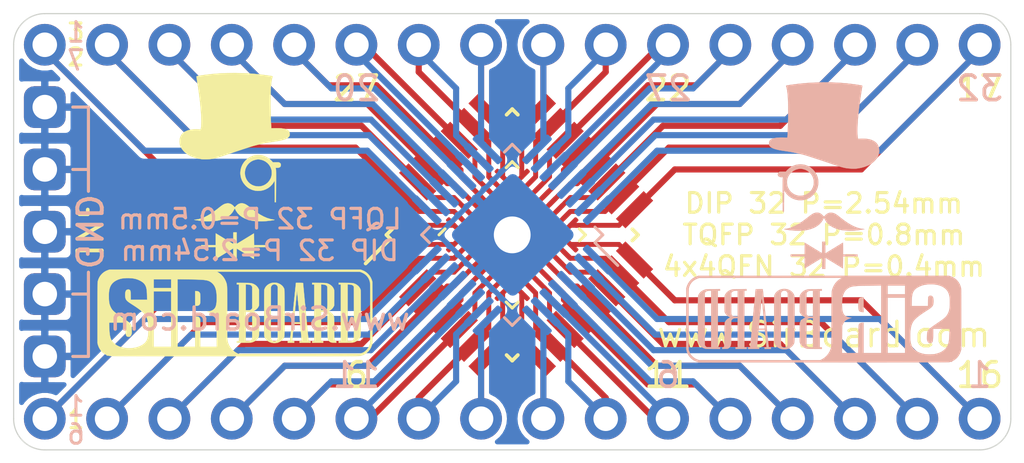
<source format=kicad_pcb>
(kicad_pcb (version 20171130) (host pcbnew "(5.1.2)-2")

  (general
    (thickness 1.6)
    (drawings 51)
    (tracks 283)
    (zones 0)
    (modules 11)
    (nets 34)
  )

  (page User 132.004 102.006)
  (title_block
    (title "TQFP32 to DIP32 Breakout Board")
    (date 2020-04-18)
    (rev 2)
    (company SirBoard)
    (comment 1 "TQFP32 P = 0.8mm")
    (comment 2 "LQFP32 P = 0.5mm")
    (comment 3 "4X4 QFN32 P = 0.4mm")
    (comment 4 "DIP32 P = 2.54mm")
  )

  (layers
    (0 F.Cu signal hide)
    (31 B.Cu signal)
    (32 B.Adhes user hide)
    (33 F.Adhes user hide)
    (34 B.Paste user hide)
    (35 F.Paste user hide)
    (36 B.SilkS user)
    (37 F.SilkS user hide)
    (38 B.Mask user hide)
    (39 F.Mask user hide)
    (40 Dwgs.User user hide)
    (41 Cmts.User user hide)
    (42 Eco1.User user hide)
    (43 Eco2.User user hide)
    (44 Edge.Cuts user)
    (45 Margin user hide)
    (46 B.CrtYd user hide)
    (47 F.CrtYd user hide)
    (48 B.Fab user hide)
    (49 F.Fab user hide)
  )

  (setup
    (last_trace_width 0.2)
    (user_trace_width 0.2)
    (trace_clearance 0.127)
    (zone_clearance 0.2)
    (zone_45_only no)
    (trace_min 0.127)
    (via_size 0.6)
    (via_drill 0.3)
    (via_min_size 0.4)
    (via_min_drill 0.3)
    (user_via 1.5 1)
    (uvia_size 0.4)
    (uvia_drill 0.2)
    (uvias_allowed no)
    (uvia_min_size 0.2)
    (uvia_min_drill 0.1)
    (edge_width 0.05)
    (segment_width 0.2)
    (pcb_text_width 0.3)
    (pcb_text_size 1.5 1.5)
    (mod_edge_width 0.12)
    (mod_text_size 1 1)
    (mod_text_width 0.15)
    (pad_size 2.65 2.65)
    (pad_drill 0)
    (pad_to_mask_clearance 0)
    (solder_mask_min_width 0.1)
    (aux_axis_origin 0 0)
    (visible_elements 7FFFFFFF)
    (pcbplotparams
      (layerselection 0x010f0_ffffffff)
      (usegerberextensions false)
      (usegerberattributes false)
      (usegerberadvancedattributes false)
      (creategerberjobfile false)
      (excludeedgelayer true)
      (linewidth 0.100000)
      (plotframeref false)
      (viasonmask false)
      (mode 1)
      (useauxorigin true)
      (hpglpennumber 1)
      (hpglpenspeed 20)
      (hpglpendiameter 15.000000)
      (psnegative false)
      (psa4output false)
      (plotreference true)
      (plotvalue false)
      (plotinvisibletext false)
      (padsonsilk false)
      (subtractmaskfromsilk false)
      (outputformat 1)
      (mirror false)
      (drillshape 0)
      (scaleselection 1)
      (outputdirectory "../../Gerbers/TQFP32/"))
  )

  (net 0 "")
  (net 1 "Net-(J1-Pad16)")
  (net 2 "Net-(J1-Pad15)")
  (net 3 "Net-(J1-Pad14)")
  (net 4 "Net-(J1-Pad13)")
  (net 5 "Net-(J1-Pad12)")
  (net 6 "Net-(J1-Pad11)")
  (net 7 "Net-(J1-Pad10)")
  (net 8 "Net-(J1-Pad9)")
  (net 9 "Net-(J1-Pad8)")
  (net 10 "Net-(J1-Pad7)")
  (net 11 "Net-(J1-Pad6)")
  (net 12 "Net-(J1-Pad5)")
  (net 13 "Net-(J1-Pad4)")
  (net 14 "Net-(J1-Pad3)")
  (net 15 "Net-(J1-Pad2)")
  (net 16 "Net-(J1-Pad1)")
  (net 17 "Net-(J2-Pad16)")
  (net 18 "Net-(J2-Pad15)")
  (net 19 "Net-(J2-Pad14)")
  (net 20 "Net-(J2-Pad13)")
  (net 21 "Net-(J2-Pad12)")
  (net 22 "Net-(J2-Pad11)")
  (net 23 "Net-(J2-Pad10)")
  (net 24 "Net-(J2-Pad9)")
  (net 25 "Net-(J2-Pad8)")
  (net 26 "Net-(J2-Pad7)")
  (net 27 "Net-(J2-Pad6)")
  (net 28 "Net-(J2-Pad5)")
  (net 29 "Net-(J2-Pad4)")
  (net 30 "Net-(J2-Pad3)")
  (net 31 "Net-(J2-Pad2)")
  (net 32 "Net-(J2-Pad1)")
  (net 33 GND)

  (net_class Default "This is the default net class."
    (clearance 0.127)
    (trace_width 0.127)
    (via_dia 0.6)
    (via_drill 0.3)
    (uvia_dia 0.4)
    (uvia_drill 0.2)
    (add_net GND)
    (add_net "Net-(J1-Pad1)")
    (add_net "Net-(J1-Pad10)")
    (add_net "Net-(J1-Pad11)")
    (add_net "Net-(J1-Pad12)")
    (add_net "Net-(J1-Pad13)")
    (add_net "Net-(J1-Pad14)")
    (add_net "Net-(J1-Pad15)")
    (add_net "Net-(J1-Pad16)")
    (add_net "Net-(J1-Pad2)")
    (add_net "Net-(J1-Pad3)")
    (add_net "Net-(J1-Pad4)")
    (add_net "Net-(J1-Pad5)")
    (add_net "Net-(J1-Pad6)")
    (add_net "Net-(J1-Pad7)")
    (add_net "Net-(J1-Pad8)")
    (add_net "Net-(J1-Pad9)")
    (add_net "Net-(J2-Pad1)")
    (add_net "Net-(J2-Pad10)")
    (add_net "Net-(J2-Pad11)")
    (add_net "Net-(J2-Pad12)")
    (add_net "Net-(J2-Pad13)")
    (add_net "Net-(J2-Pad14)")
    (add_net "Net-(J2-Pad15)")
    (add_net "Net-(J2-Pad16)")
    (add_net "Net-(J2-Pad2)")
    (add_net "Net-(J2-Pad3)")
    (add_net "Net-(J2-Pad4)")
    (add_net "Net-(J2-Pad5)")
    (add_net "Net-(J2-Pad6)")
    (add_net "Net-(J2-Pad7)")
    (add_net "Net-(J2-Pad8)")
    (add_net "Net-(J2-Pad9)")
  )

  (module logo:SirBoard112x35 (layer B.Cu) (tedit 0) (tstamp 5E9B41CB)
    (at 78.613 38.1 180)
    (fp_text reference G*** (at 0 0) (layer B.SilkS) hide
      (effects (font (size 1.524 1.524) (thickness 0.3)) (justify mirror))
    )
    (fp_text value LOGO (at 0.75 0) (layer B.SilkS) hide
      (effects (font (size 1.524 1.524) (thickness 0.3)) (justify mirror))
    )
    (fp_poly (pts (xy 5.177971 1.74004) (xy 5.267255 1.702178) (xy 5.348157 1.652743) (xy 5.419973 1.592476)
      (xy 5.482 1.52212) (xy 5.533534 1.442418) (xy 5.573872 1.354112) (xy 5.590245 1.304848)
      (xy 5.605752 1.251857) (xy 5.607961 0.029028) (xy 5.608245 -0.149716) (xy 5.608421 -0.314153)
      (xy 5.608491 -0.46449) (xy 5.608452 -0.600934) (xy 5.608305 -0.723691) (xy 5.608047 -0.83297)
      (xy 5.607679 -0.928975) (xy 5.607199 -1.011915) (xy 5.606606 -1.081996) (xy 5.605899 -1.139425)
      (xy 5.605079 -1.184409) (xy 5.604142 -1.217155) (xy 5.60309 -1.23787) (xy 5.602404 -1.2446)
      (xy 5.581368 -1.334731) (xy 5.546753 -1.420426) (xy 5.499104 -1.500593) (xy 5.438966 -1.574138)
      (xy 5.437067 -1.576135) (xy 5.367737 -1.639813) (xy 5.293674 -1.690182) (xy 5.21337 -1.72808)
      (xy 5.125322 -1.75435) (xy 5.113127 -1.756975) (xy 5.108625 -1.757848) (xy 5.103554 -1.758683)
      (xy 5.097591 -1.759481) (xy 5.090416 -1.760241) (xy 5.081706 -1.760966) (xy 5.071139 -1.761656)
      (xy 5.058395 -1.762311) (xy 5.04315 -1.762934) (xy 5.025084 -1.763523) (xy 5.003875 -1.764081)
      (xy 4.9792 -1.764608) (xy 4.950738 -1.765105) (xy 4.918168 -1.765572) (xy 4.881166 -1.766011)
      (xy 4.839413 -1.766423) (xy 4.792585 -1.766807) (xy 4.740362 -1.767166) (xy 4.682421 -1.767499)
      (xy 4.61844 -1.767808) (xy 4.548099 -1.768093) (xy 4.471074 -1.768356) (xy 4.387045 -1.768597)
      (xy 4.295689 -1.768816) (xy 4.196685 -1.769016) (xy 4.089711 -1.769196) (xy 3.974445 -1.769357)
      (xy 3.850565 -1.7695) (xy 3.71775 -1.769627) (xy 3.575678 -1.769737) (xy 3.424027 -1.769832)
      (xy 3.262476 -1.769913) (xy 3.090702 -1.769979) (xy 2.908384 -1.770033) (xy 2.715199 -1.770075)
      (xy 2.510828 -1.770105) (xy 2.294946 -1.770125) (xy 2.067233 -1.770136) (xy 1.827367 -1.770138)
      (xy 1.575027 -1.770131) (xy 1.30989 -1.770118) (xy 1.031634 -1.770098) (xy 0.739938 -1.770073)
      (xy 0.43448 -1.770043) (xy 0.114939 -1.770009) (xy 0.003629 -1.769996) (xy -0.326004 -1.769957)
      (xy -0.641426 -1.769912) (xy -0.942942 -1.769862) (xy -1.230855 -1.769805) (xy -1.50547 -1.769741)
      (xy -1.76709 -1.769669) (xy -2.016021 -1.769589) (xy -2.252564 -1.769499) (xy -2.477025 -1.7694)
      (xy -2.689708 -1.769291) (xy -2.890915 -1.769171) (xy -3.080953 -1.769039) (xy -3.260123 -1.768895)
      (xy -3.428731 -1.768738) (xy -3.58708 -1.768567) (xy -3.735475 -1.768383) (xy -3.874218 -1.768183)
      (xy -4.003615 -1.767968) (xy -4.123969 -1.767737) (xy -4.235584 -1.767489) (xy -4.338764 -1.767224)
      (xy -4.433814 -1.766941) (xy -4.521036 -1.766639) (xy -4.600735 -1.766318) (xy -4.673216 -1.765977)
      (xy -4.738781 -1.765615) (xy -4.797735 -1.765232) (xy -4.850382 -1.764828) (xy -4.897026 -1.7644)
      (xy -4.937971 -1.76395) (xy -4.97352 -1.763476) (xy -5.003978 -1.762977) (xy -5.029649 -1.762454)
      (xy -5.050837 -1.761904) (xy -5.067845 -1.761328) (xy -5.080978 -1.760726) (xy -5.09054 -1.760095)
      (xy -5.096834 -1.759437) (xy -5.098143 -1.759231) (xy -5.127782 -1.753492) (xy -5.153624 -1.747552)
      (xy -5.170877 -1.742532) (xy -5.17287 -1.74174) (xy -5.188437 -1.735919) (xy -5.195718 -1.735061)
      (xy -5.192359 -1.739263) (xy -5.189726 -1.741024) (xy -5.187107 -1.745314) (xy -5.198261 -1.746394)
      (xy -5.201926 -1.746251) (xy -5.219497 -1.743732) (xy -5.229865 -1.739412) (xy -5.229521 -1.736655)
      (xy -5.223842 -1.738197) (xy -5.211751 -1.738783) (xy -5.207932 -1.735965) (xy -5.211394 -1.729428)
      (xy -5.224908 -1.720484) (xy -5.234412 -1.715911) (xy -5.312515 -1.674217) (xy -5.383882 -1.620536)
      (xy -5.44732 -1.556297) (xy -5.501639 -1.482926) (xy -5.545646 -1.401851) (xy -5.57815 -1.314499)
      (xy -5.582473 -1.299029) (xy -5.598886 -1.237343) (xy -5.598886 -0.003629) (xy -5.598879 0.153766)
      (xy -5.598855 0.297317) (xy -5.598806 0.427691) (xy -5.598726 0.545558) (xy -5.598623 0.638847)
      (xy -5.136498 0.638847) (xy -5.13582 0.60848) (xy -5.13256 0.529203) (xy -5.127048 0.461558)
      (xy -5.118713 0.402759) (xy -5.106986 0.350021) (xy -5.091297 0.300559) (xy -5.071077 0.251589)
      (xy -5.056682 0.221582) (xy -5.039451 0.188752) (xy -5.021651 0.158731) (xy -5.002156 0.1305)
      (xy -4.979839 0.103039) (xy -4.953574 0.075329) (xy -4.922234 0.046352) (xy -4.884692 0.015087)
      (xy -4.839821 -0.019485) (xy -4.786495 -0.058382) (xy -4.723587 -0.102624) (xy -4.64997 -0.15323)
      (xy -4.619171 -0.174193) (xy -4.53918 -0.22866) (xy -4.470375 -0.276136) (xy -4.411896 -0.317728)
      (xy -4.362883 -0.354539) (xy -4.322475 -0.387676) (xy -4.289813 -0.418243) (xy -4.264035 -0.447346)
      (xy -4.244282 -0.476089) (xy -4.229693 -0.505579) (xy -4.219407 -0.53692) (xy -4.212565 -0.571217)
      (xy -4.208306 -0.609576) (xy -4.20577 -0.653102) (xy -4.204096 -0.7029) (xy -4.203963 -0.707572)
      (xy -4.202746 -0.755159) (xy -4.202307 -0.790969) (xy -4.202827 -0.817726) (xy -4.204491 -0.838154)
      (xy -4.207482 -0.854979) (xy -4.211981 -0.870925) (xy -4.215654 -0.881693) (xy -4.229149 -0.911764)
      (xy -4.246115 -0.938677) (xy -4.25528 -0.949409) (xy -4.272072 -0.964004) (xy -4.289174 -0.972114)
      (xy -4.312725 -0.976281) (xy -4.322338 -0.977174) (xy -4.364386 -0.975688) (xy -4.397234 -0.963256)
      (xy -4.421589 -0.939543) (xy -4.429433 -0.926182) (xy -4.437063 -0.902357) (xy -4.443385 -0.864118)
      (xy -4.448395 -0.811505) (xy -4.452091 -0.744559) (xy -4.45447 -0.663319) (xy -4.455529 -0.567828)
      (xy -4.455572 -0.553357) (xy -4.455886 -0.399143) (xy -5.123543 -0.399143) (xy -5.123382 -0.462643)
      (xy -5.122698 -0.512634) (xy -5.120992 -0.569283) (xy -5.118437 -0.629655) (xy -5.115208 -0.690818)
      (xy -5.111476 -0.749837) (xy -5.107416 -0.803778) (xy -5.1032 -0.849709) (xy -5.099002 -0.884694)
      (xy -5.098115 -0.890529) (xy -5.082693 -0.970309) (xy -5.063431 -1.038328) (xy -5.039207 -1.097086)
      (xy -5.0089 -1.149078) (xy -4.971388 -1.196803) (xy -4.95076 -1.218661) (xy -4.882974 -1.278713)
      (xy -4.808217 -1.328926) (xy -4.725096 -1.369979) (xy -4.632216 -1.402551) (xy -4.528184 -1.427318)
      (xy -4.517571 -1.429307) (xy -4.471409 -1.435669) (xy -4.41495 -1.44018) (xy -4.352297 -1.442792)
      (xy -4.287555 -1.443456) (xy -4.224829 -1.442126) (xy -4.168222 -1.438752) (xy -4.125686 -1.433896)
      (xy -4.018095 -1.412533) (xy -3.920668 -1.382655) (xy -3.831245 -1.343415) (xy -3.747667 -1.293966)
      (xy -3.720694 -1.275039) (xy -3.674163 -1.236802) (xy -3.634667 -1.194509) (xy -3.601788 -1.146914)
      (xy -3.575105 -1.092772) (xy -3.5542 -1.030837) (xy -3.538653 -0.959863) (xy -3.528045 -0.878604)
      (xy -3.521957 -0.785814) (xy -3.51997 -0.680247) (xy -3.51997 -0.678543) (xy -3.522722 -0.558626)
      (xy -3.531218 -0.451119) (xy -3.545749 -0.354982) (xy -3.566605 -0.269176) (xy -3.594076 -0.192658)
      (xy -3.628452 -0.12439) (xy -3.670023 -0.063331) (xy -3.702014 -0.02597) (xy -3.748341 0.020241)
      (xy -3.803631 0.069097) (xy -3.868661 0.12118) (xy -3.944204 0.177073) (xy -4.031038 0.23736)
      (xy -4.129936 0.302623) (xy -4.190127 0.341085) (xy -4.254524 0.382511) (xy -4.307412 0.418338)
      (xy -4.350069 0.44983) (xy -4.383774 0.478253) (xy -4.409806 0.504872) (xy -4.429444 0.530951)
      (xy -4.443967 0.557754) (xy -4.454653 0.586549) (xy -4.460527 0.60853) (xy -4.466696 0.646073)
      (xy -4.470019 0.691098) (xy -4.470575 0.739308) (xy -4.468444 0.786407) (xy -4.463706 0.828098)
      (xy -4.45644 0.860085) (xy -4.455825 0.861888) (xy -4.438836 0.900208) (xy -4.418144 0.926105)
      (xy -4.391498 0.9416) (xy -4.359298 0.948454) (xy -4.333467 0.950072) (xy -4.315557 0.947522)
      (xy -4.299275 0.939572) (xy -4.2931 0.935495) (xy -4.280282 0.926169) (xy -4.270242 0.916603)
      (xy -4.262612 0.904952) (xy -4.257018 0.889372) (xy -4.25309 0.868019) (xy -4.250457 0.839048)
      (xy -4.248748 0.800615) (xy -4.247592 0.750876) (xy -4.246874 0.705757) (xy -4.244295 0.529771)
      (xy -3.575863 0.529771) (xy -3.579796 0.705757) (xy -3.582768 0.795607) (xy -3.587507 0.870857)
      (xy -3.309257 0.870857) (xy -3.309257 -1.386115) (xy -2.598057 -1.386115) (xy -2.3368 -1.386115)
      (xy -1.618343 -1.386115) (xy -1.618343 -0.150326) (xy -1.560581 -0.154285) (xy -1.513495 -0.160111)
      (xy -1.478202 -0.171074) (xy -1.452503 -0.188449) (xy -1.434199 -0.213509) (xy -1.426029 -0.232279)
      (xy -1.423336 -0.240125) (xy -1.420993 -0.248549) (xy -1.418969 -0.258578) (xy -1.417236 -0.271239)
      (xy -1.415766 -0.287558) (xy -1.414531 -0.308564) (xy -1.4135 -0.335284) (xy -1.412647 -0.368743)
      (xy -1.411941 -0.409969) (xy -1.411355 -0.459989) (xy -1.410861 -0.51983) (xy -1.410428 -0.590518)
      (xy -1.41003 -0.673082) (xy -1.409637 -0.768548) (xy -1.409404 -0.829129) (xy -1.407294 -1.386115)
      (xy -0.739474 -1.386115) (xy -0.741666 -0.836386) (xy -0.742078 -0.734064) (xy -0.742466 -0.645219)
      (xy -0.742862 -0.56881) (xy -0.743296 -0.503801) (xy -0.743803 -0.449153) (xy -0.744414 -0.403826)
      (xy -0.745161 -0.366784) (xy -0.746077 -0.336987) (xy -0.747195 -0.313398) (xy -0.748545 -0.294977)
      (xy -0.750161 -0.280687) (xy -0.752075 -0.269489) (xy -0.75432 -0.260345) (xy -0.756927 -0.252216)
      (xy -0.759928 -0.244065) (xy -0.760101 -0.243607) (xy -0.79452 -0.170947) (xy -0.839396 -0.10648)
      (xy -0.86021 -0.083274) (xy -0.896841 -0.052472) (xy -0.945237 -0.022771) (xy -1.002652 0.004376)
      (xy -1.066343 0.027518) (xy -1.074057 0.029891) (xy -1.128486 0.046314) (xy -1.07281 0.055043)
      (xy -1.000479 0.069952) (xy -0.93996 0.09047) (xy -0.88938 0.117373) (xy -0.852207 0.146385)
      (xy -0.822918 0.178348) (xy -0.798589 0.216299) (xy -0.778926 0.261459) (xy -0.763637 0.315045)
      (xy -0.752426 0.378277) (xy -0.745 0.452373) (xy -0.741065 0.538553) (xy -0.740229 0.610874)
      (xy -0.743221 0.724897) (xy -0.75241 0.826596) (xy -0.768115 0.916916) (xy -0.790656 0.996805)
      (xy -0.820351 1.067207) (xy -0.857519 1.12907) (xy -0.90248 1.183339) (xy -0.947057 1.2242)
      (xy -0.972962 1.244309) (xy -0.99904 1.262254) (xy -1.026245 1.278169) (xy -1.055531 1.292188)
      (xy -1.087851 1.304446) (xy -1.124161 1.315078) (xy -1.165412 1.324218) (xy -1.212559 1.332)
      (xy -1.266555 1.338559) (xy -1.328355 1.34403) (xy -1.398911 1.348546) (xy -1.479178 1.352243)
      (xy -1.57011 1.355255) (xy -1.67266 1.357717) (xy -1.787781 1.359762) (xy -1.916428 1.361526)
      (xy -1.921329 1.361586) (xy -2.3368 1.366655) (xy -2.3368 -1.386115) (xy -2.598057 -1.386115)
      (xy -2.598057 0.870857) (xy -3.309257 0.870857) (xy -3.587507 0.870857) (xy -3.587626 0.872738)
      (xy -3.594775 0.938869) (xy -3.60462 0.995719) (xy -3.617566 1.045007) (xy -3.634017 1.088452)
      (xy -3.654379 1.127774) (xy -3.679055 1.164691) (xy -3.691664 1.180964) (xy -3.730909 1.221277)
      (xy -3.782087 1.260787) (xy -3.84263 1.298066) (xy -3.90997 1.331688) (xy -3.981538 1.360225)
      (xy -3.995177 1.364343) (xy -3.309257 1.364343) (xy -3.309257 1.008743) (xy -2.598057 1.008743)
      (xy -2.598057 1.364343) (xy -3.309257 1.364343) (xy -3.995177 1.364343) (xy -4.053114 1.381835)
      (xy -4.136583 1.398646) (xy -4.228422 1.409703) (xy -4.324862 1.414997) (xy -4.422138 1.41452)
      (xy -4.516483 1.408261) (xy -4.60413 1.396212) (xy -4.66345 1.383307) (xy -4.75673 1.353391)
      (xy -4.840884 1.314919) (xy -4.914898 1.26853) (xy -4.977757 1.214865) (xy -5.028446 1.154564)
      (xy -5.030547 1.151527) (xy -5.062012 1.099366) (xy -5.08755 1.042672) (xy -5.107452 0.979949)
      (xy -5.122008 0.909701) (xy -5.131508 0.830432) (xy -5.136241 0.740646) (xy -5.136498 0.638847)
      (xy -5.598623 0.638847) (xy -5.598608 0.651587) (xy -5.598445 0.746448) (xy -5.598232 0.830809)
      (xy -5.597961 0.90534) (xy -5.597625 0.970709) (xy -5.597218 1.027587) (xy -5.596733 1.076641)
      (xy -5.596164 1.118541) (xy -5.595503 1.153957) (xy -5.594745 1.183557) (xy -5.593882 1.20801)
      (xy -5.592908 1.227986) (xy -5.591817 1.244154) (xy -5.5906 1.257183) (xy -5.589253 1.267741)
      (xy -5.587768 1.276499) (xy -5.586138 1.284125) (xy -5.586046 1.284514) (xy -5.557372 1.375481)
      (xy -5.516334 1.459592) (xy -5.463831 1.535879) (xy -5.400764 1.603378) (xy -5.328034 1.661124)
      (xy -5.301728 1.676304) (xy -0.7366 1.676304) (xy -0.689594 1.650107) (xy -0.606526 1.595615)
      (xy -0.531792 1.529802) (xy -0.466386 1.453872) (xy -0.411304 1.369026) (xy -0.367539 1.276467)
      (xy -0.357062 1.248228) (xy -0.351097 1.231249) (xy -0.345683 1.215638) (xy -0.340794 1.200652)
      (xy -0.336402 1.185546) (xy -0.332482 1.169574) (xy -0.329006 1.151993) (xy -0.325948 1.132058)
      (xy -0.32328 1.109024) (xy -0.320977 1.082146) (xy -0.319012 1.05068) (xy -0.317357 1.013882)
      (xy -0.315987 0.971007) (xy -0.314874 0.921309) (xy -0.313991 0.864045) (xy -0.313313 0.79847)
      (xy -0.312812 0.723839) (xy -0.312461 0.639408) (xy -0.312234 0.544432) (xy -0.312104 0.438166)
      (xy -0.312045 0.319865) (xy -0.312029 0.188786) (xy -0.31203 0.044184) (xy -0.31203 -0.006722)
      (xy -0.312024 -0.155701) (xy -0.312001 -0.290904) (xy -0.31194 -0.413067) (xy -0.311817 -0.522927)
      (xy -0.311613 -0.621223) (xy -0.311305 -0.708691) (xy -0.310872 -0.786069) (xy -0.310291 -0.854093)
      (xy -0.309542 -0.913503) (xy -0.308604 -0.965034) (xy -0.307453 -1.009424) (xy -0.306069 -1.04741)
      (xy -0.30443 -1.079731) (xy -0.302514 -1.107122) (xy -0.300301 -1.130322) (xy -0.297767 -1.150067)
      (xy -0.294893 -1.167096) (xy -0.291655 -1.182145) (xy -0.288033 -1.195952) (xy -0.284004 -1.209254)
      (xy -0.279548 -1.222788) (xy -0.276099 -1.232982) (xy -0.237214 -1.325532) (xy -0.185885 -1.4115)
      (xy -0.123139 -1.489705) (xy -0.050004 -1.558968) (xy 0.032492 -1.618108) (xy 0.085031 -1.64772)
      (xy 0.141356 -1.676525) (xy 2.616121 -1.674648) (xy 5.090886 -1.672772) (xy 5.148943 -1.653)
      (xy 5.217331 -1.625019) (xy 5.277902 -1.589473) (xy 5.33502 -1.543608) (xy 5.359399 -1.520237)
      (xy 5.402448 -1.473623) (xy 5.435826 -1.428526) (xy 5.462772 -1.37983) (xy 5.486525 -1.322419)
      (xy 5.489051 -1.315439) (xy 5.5118 -1.251857) (xy 5.51383 -0.029029) (xy 5.514081 0.128987)
      (xy 5.514282 0.273148) (xy 5.51443 0.404117) (xy 5.514519 0.522554) (xy 5.514544 0.62912)
      (xy 5.514501 0.724475) (xy 5.514384 0.80928) (xy 5.51419 0.884196) (xy 5.513913 0.949884)
      (xy 5.513548 1.007004) (xy 5.513092 1.056216) (xy 5.512538 1.098183) (xy 5.511883 1.133564)
      (xy 5.511121 1.16302) (xy 5.510248 1.187212) (xy 5.509259 1.206801) (xy 5.508149 1.222447)
      (xy 5.506913 1.234811) (xy 5.505548 1.244554) (xy 5.504615 1.249661) (xy 5.480584 1.33376)
      (xy 5.444104 1.410942) (xy 5.395864 1.480445) (xy 5.33656 1.541512) (xy 5.266881 1.593382)
      (xy 5.187521 1.635296) (xy 5.134429 1.655727) (xy 5.083629 1.672771) (xy 2.173514 1.674538)
      (xy -0.7366 1.676304) (xy -5.301728 1.676304) (xy -5.24654 1.70815) (xy -5.158493 1.743078)
      (xy -5.1054 1.759857) (xy 5.119914 1.759857) (xy 5.177971 1.74004)) (layer B.SilkS) (width 0.01))
    (fp_poly (pts (xy 1.65475 1.225374) (xy 1.709175 1.218756) (xy 1.735944 1.212555) (xy 1.804872 1.18674)
      (xy 1.867504 1.151205) (xy 1.92206 1.10749) (xy 1.966761 1.057133) (xy 1.99983 1.001675)
      (xy 2.010662 0.974827) (xy 2.012703 0.968536) (xy 2.014537 0.961639) (xy 2.016174 0.953366)
      (xy 2.017627 0.942948) (xy 2.018906 0.929613) (xy 2.020021 0.912593) (xy 2.020985 0.891117)
      (xy 2.021808 0.864416) (xy 2.022502 0.83172) (xy 2.023077 0.792258) (xy 2.023544 0.745261)
      (xy 2.023915 0.689959) (xy 2.024201 0.625582) (xy 2.024412 0.55136) (xy 2.02456 0.466524)
      (xy 2.024656 0.370303) (xy 2.024711 0.261927) (xy 2.024737 0.140627) (xy 2.024743 0.005632)
      (xy 2.024743 -0.003629) (xy 2.024737 -0.13954) (xy 2.024714 -0.261706) (xy 2.024661 -0.370898)
      (xy 2.024568 -0.467885) (xy 2.024424 -0.553438) (xy 2.024217 -0.628326) (xy 2.023936 -0.693319)
      (xy 2.023571 -0.749187) (xy 2.02311 -0.7967) (xy 2.022543 -0.836628) (xy 2.021857 -0.86974)
      (xy 2.021043 -0.896808) (xy 2.020088 -0.918599) (xy 2.018983 -0.935885) (xy 2.017715 -0.949436)
      (xy 2.016274 -0.96002) (xy 2.014649 -0.968409) (xy 2.012828 -0.975372) (xy 2.010801 -0.981679)
      (xy 2.010662 -0.982084) (xy 1.98353 -1.039511) (xy 1.944048 -1.092571) (xy 1.89412 -1.139641)
      (xy 1.835648 -1.179098) (xy 1.770536 -1.209319) (xy 1.728855 -1.2224) (xy 1.689662 -1.229317)
      (xy 1.642082 -1.232841) (xy 1.591181 -1.233028) (xy 1.542024 -1.229934) (xy 1.499676 -1.223615)
      (xy 1.484086 -1.219702) (xy 1.413537 -1.193355) (xy 1.352924 -1.158697) (xy 1.299178 -1.113869)
      (xy 1.284283 -1.098534) (xy 1.252249 -1.060677) (xy 1.229064 -1.024125) (xy 1.211054 -0.982851)
      (xy 1.207393 -0.972457) (xy 1.205413 -0.966175) (xy 1.203634 -0.95906) (xy 1.202046 -0.950339)
      (xy 1.200639 -0.939241) (xy 1.199402 -0.924992) (xy 1.198322 -0.906821) (xy 1.197391 -0.883955)
      (xy 1.196597 -0.855622) (xy 1.195929 -0.821049) (xy 1.195376 -0.779464) (xy 1.194927 -0.730096)
      (xy 1.194573 -0.67217) (xy 1.194301 -0.604915) (xy 1.194101 -0.52756) (xy 1.193962 -0.43933)
      (xy 1.193873 -0.339454) (xy 1.193853 -0.292252) (xy 1.467265 -0.292252) (xy 1.467275 -0.428578)
      (xy 1.467413 -0.551933) (xy 1.467679 -0.662144) (xy 1.468073 -0.75904) (xy 1.468593 -0.842449)
      (xy 1.469237 -0.912199) (xy 1.470007 -0.96812) (xy 1.4709 -1.010038) (xy 1.471915 -1.037782)
      (xy 1.473028 -1.05105) (xy 1.480657 -1.078544) (xy 1.491854 -1.104054) (xy 1.498214 -1.114111)
      (xy 1.528546 -1.142646) (xy 1.565945 -1.160584) (xy 1.607059 -1.167434) (xy 1.648536 -1.162703)
      (xy 1.687025 -1.1459) (xy 1.692015 -1.142534) (xy 1.713059 -1.124355) (xy 1.730736 -1.103611)
      (xy 1.735521 -1.095942) (xy 1.737358 -1.092061) (xy 1.73902 -1.087196) (xy 1.740516 -1.080638)
      (xy 1.741854 -1.071678) (xy 1.743043 -1.059609) (xy 1.744092 -1.043723) (xy 1.74501 -1.023311)
      (xy 1.745805 -0.997665) (xy 1.746487 -0.966078) (xy 1.747063 -0.927841) (xy 1.747543 -0.882246)
      (xy 1.747935 -0.828585) (xy 1.748249 -0.76615) (xy 1.748492 -0.694233) (xy 1.748674 -0.612125)
      (xy 1.748804 -0.519118) (xy 1.74889 -0.414506) (xy 1.74894 -0.297578) (xy 1.748965 -0.167627)
      (xy 1.748971 -0.023946) (xy 1.748971 1.05496) (xy 1.733578 1.086759) (xy 1.71024 1.121258)
      (xy 1.678898 1.144096) (xy 1.638767 1.155726) (xy 1.611086 1.157514) (xy 1.566099 1.15247)
      (xy 1.530334 1.136747) (xy 1.502302 1.109458) (xy 1.486779 1.083607) (xy 1.469571 1.048657)
      (xy 1.467635 0.018628) (xy 1.467385 -0.143126) (xy 1.467265 -0.292252) (xy 1.193853 -0.292252)
      (xy 1.193824 -0.22716) (xy 1.193803 -0.101676) (xy 1.1938 -0.003629) (xy 1.193806 0.131692)
      (xy 1.193832 0.25327) (xy 1.193889 0.36188) (xy 1.193988 0.458294) (xy 1.19414 0.543283)
      (xy 1.194356 0.617622) (xy 1.194646 0.682082) (xy 1.195022 0.737436) (xy 1.195496 0.784457)
      (xy 1.196076 0.823918) (xy 1.196776 0.856591) (xy 1.197605 0.883248) (xy 1.198575 0.904663)
      (xy 1.199697 0.921607) (xy 1.200982 0.934855) (xy 1.20244 0.945177) (xy 1.204083 0.953347)
      (xy 1.205922 0.960138) (xy 1.207576 0.9652) (xy 1.236632 1.02764) (xy 1.277925 1.084046)
      (xy 1.329966 1.133104) (xy 1.391267 1.173501) (xy 1.460339 1.203924) (xy 1.487766 1.212445)
      (xy 1.538307 1.222216) (xy 1.595881 1.226527) (xy 1.65475 1.225374)) (layer B.SilkS) (width 0.01))
    (fp_poly (pts (xy 0.361043 1.217193) (xy 0.43385 1.216219) (xy 0.493755 1.215243) (xy 0.542371 1.214177)
      (xy 0.581308 1.212935) (xy 0.612181 1.211431) (xy 0.6366 1.209577) (xy 0.656179 1.207287)
      (xy 0.672528 1.204474) (xy 0.687261 1.201052) (xy 0.69379 1.19929) (xy 0.765952 1.172679)
      (xy 0.830815 1.135681) (xy 0.88672 1.089579) (xy 0.93201 1.035656) (xy 0.95488 0.997201)
      (xy 0.983343 0.941114) (xy 0.983343 0.293914) (xy 0.959805 0.245805) (xy 0.931229 0.200382)
      (xy 0.892225 0.156779) (xy 0.846738 0.11882) (xy 0.799854 0.090864) (xy 0.777386 0.079671)
      (xy 0.761246 0.070632) (xy 0.754812 0.065645) (xy 0.754804 0.065563) (xy 0.760769 0.060565)
      (xy 0.776481 0.050898) (xy 0.798763 0.038498) (xy 0.802921 0.036285) (xy 0.857587 0.000984)
      (xy 0.905439 -0.042591) (xy 0.94349 -0.091449) (xy 0.959773 -0.120776) (xy 0.983343 -0.170543)
      (xy 0.985408 -0.547102) (xy 0.985832 -0.631973) (xy 0.986078 -0.7036) (xy 0.986115 -0.76325)
      (xy 0.985912 -0.812191) (xy 0.985438 -0.851693) (xy 0.984663 -0.883023) (xy 0.983556 -0.90745)
      (xy 0.982087 -0.926242) (xy 0.980226 -0.940667) (xy 0.977941 -0.951995) (xy 0.975443 -0.960759)
      (xy 0.948888 -1.019843) (xy 0.90991 -1.074162) (xy 0.860222 -1.122232) (xy 0.801539 -1.162569)
      (xy 0.735575 -1.193687) (xy 0.689533 -1.208287) (xy 0.67573 -1.211191) (xy 0.657961 -1.213557)
      (xy 0.634779 -1.215435) (xy 0.604736 -1.216872) (xy 0.566387 -1.217919) (xy 0.518284 -1.218622)
      (xy 0.45898 -1.21903) (xy 0.387029 -1.219192) (xy 0.363624 -1.2192) (xy 0.079829 -1.2192)
      (xy 0.079829 -1.153886) (xy 0.166914 -1.153886) (xy 0.442686 -1.153886) (xy 0.523852 -1.153886)
      (xy 0.562559 -1.153408) (xy 0.590445 -1.151649) (xy 0.611181 -1.14812) (xy 0.628439 -1.142334)
      (xy 0.635755 -1.139006) (xy 0.660177 -1.123253) (xy 0.682565 -1.102655) (xy 0.687031 -1.097278)
      (xy 0.707571 -1.070429) (xy 0.707571 -0.060626) (xy 0.688093 -0.031192) (xy 0.667207 -0.00615)
      (xy 0.641034 0.012102) (xy 0.607231 0.02449) (xy 0.563454 0.031944) (xy 0.521105 0.034919)
      (xy 0.442686 0.03815) (xy 0.442686 -1.153886) (xy 0.166914 -1.153886) (xy 0.166914 0.1016)
      (xy 0.442686 0.1016) (xy 0.523852 0.1016) (xy 0.562559 0.102078) (xy 0.590445 0.103837)
      (xy 0.611181 0.107365) (xy 0.628439 0.113152) (xy 0.635755 0.116479) (xy 0.660177 0.132232)
      (xy 0.682565 0.152831) (xy 0.687031 0.158208) (xy 0.707571 0.185057) (xy 0.707571 1.056974)
      (xy 0.688093 1.086408) (xy 0.667207 1.11145) (xy 0.641034 1.129702) (xy 0.607231 1.14209)
      (xy 0.563454 1.149544) (xy 0.521105 1.152519) (xy 0.442686 1.15575) (xy 0.442686 0.1016)
      (xy 0.166914 0.1016) (xy 0.166914 1.153885) (xy 0.079829 1.153885) (xy 0.079829 1.220724)
      (xy 0.361043 1.217193)) (layer B.SilkS) (width 0.01))
    (fp_poly (pts (xy 2.577941 1.21992) (xy 2.616453 1.219519) (xy 2.656135 1.218798) (xy 2.694339 1.217805)
      (xy 2.728419 1.216587) (xy 2.755728 1.215192) (xy 2.773619 1.213666) (xy 2.779486 1.21218)
      (xy 2.780161 1.203823) (xy 2.782126 1.181953) (xy 2.785294 1.147507) (xy 2.789574 1.10142)
      (xy 2.794879 1.044627) (xy 2.801119 0.978066) (xy 2.808206 0.902672) (xy 2.81605 0.81938)
      (xy 2.824563 0.729128) (xy 2.833655 0.63285) (xy 2.843239 0.531482) (xy 2.853226 0.425961)
      (xy 2.863525 0.317222) (xy 2.874049 0.206202) (xy 2.884709 0.093835) (xy 2.895416 -0.018941)
      (xy 2.906081 -0.131191) (xy 2.916615 -0.241979) (xy 2.926929 -0.35037) (xy 2.936935 -0.455426)
      (xy 2.946543 -0.556213) (xy 2.955665 -0.651794) (xy 2.964212 -0.741234) (xy 2.972095 -0.823597)
      (xy 2.979226 -0.897946) (xy 2.985515 -0.963346) (xy 2.990873 -1.01886) (xy 2.995212 -1.063554)
      (xy 2.998444 -1.096491) (xy 3.000478 -1.116734) (xy 3.001167 -1.123043) (xy 3.005346 -1.153886)
      (xy 3.084286 -1.153886) (xy 3.084286 -1.2192) (xy 2.634343 -1.2192) (xy 2.634343 -1.153886)
      (xy 2.677886 -1.153886) (xy 2.701989 -1.153585) (xy 2.714998 -1.151575) (xy 2.720336 -1.146199)
      (xy 2.721421 -1.135799) (xy 2.721429 -1.132777) (xy 2.72078 -1.121257) (xy 2.718924 -1.096878)
      (xy 2.715999 -1.061233) (xy 2.712141 -1.015916) (xy 2.707487 -0.962518) (xy 2.702174 -0.902634)
      (xy 2.696338 -0.837857) (xy 2.6924 -0.794657) (xy 2.686317 -0.727916) (xy 2.680666 -0.665328)
      (xy 2.675584 -0.608438) (xy 2.671206 -0.558796) (xy 2.667668 -0.517946) (xy 2.665106 -0.487438)
      (xy 2.663654 -0.468816) (xy 2.663371 -0.463795) (xy 2.662614 -0.458866) (xy 2.659031 -0.455267)
      (xy 2.650658 -0.452792) (xy 2.635529 -0.451229) (xy 2.61168 -0.450373) (xy 2.577145 -0.450014)
      (xy 2.532743 -0.449943) (xy 2.491014 -0.45018) (xy 2.4548 -0.450836) (xy 2.426392 -0.451835)
      (xy 2.408078 -0.453096) (xy 2.402114 -0.454435) (xy 2.40142 -0.46236) (xy 2.399434 -0.48327)
      (xy 2.396297 -0.515709) (xy 2.392152 -0.558221) (xy 2.387142 -0.609347) (xy 2.381409 -0.667631)
      (xy 2.375095 -0.731616) (xy 2.369457 -0.788596) (xy 2.362737 -0.856818) (xy 2.356483 -0.921045)
      (xy 2.350839 -0.979743) (xy 2.34595 -1.031375) (xy 2.34196 -1.074405) (xy 2.339014 -1.107299)
      (xy 2.337255 -1.128521) (xy 2.3368 -1.136075) (xy 2.337881 -1.14628) (xy 2.34349 -1.151593)
      (xy 2.357174 -1.153599) (xy 2.376714 -1.153886) (xy 2.416629 -1.153886) (xy 2.416629 -1.2192)
      (xy 2.155371 -1.2192) (xy 2.155371 -1.154579) (xy 2.200463 -1.152418) (xy 2.245554 -1.150257)
      (xy 2.324519 -0.379186) (xy 2.409167 -0.379186) (xy 2.41034 -0.383817) (xy 2.415017 -0.387169)
      (xy 2.425194 -0.389446) (xy 2.442868 -0.390851) (xy 2.470035 -0.391588) (xy 2.508691 -0.391861)
      (xy 2.533742 -0.391886) (xy 2.658113 -0.391886) (xy 2.653901 -0.353786) (xy 2.65238 -0.338493)
      (xy 2.649766 -0.310463) (xy 2.646212 -0.271418) (xy 2.641873 -0.223081) (xy 2.636903 -0.167176)
      (xy 2.631456 -0.105425) (xy 2.625688 -0.039551) (xy 2.622558 -0.003629) (xy 2.616742 0.062144)
      (xy 2.611139 0.123366) (xy 2.605901 0.17854) (xy 2.601179 0.22617) (xy 2.597122 0.264759)
      (xy 2.593883 0.29281) (xy 2.591611 0.308825) (xy 2.590752 0.312057) (xy 2.58912 0.31985)
      (xy 2.586447 0.340538) (xy 2.582894 0.372553) (xy 2.578619 0.414325) (xy 2.573782 0.464285)
      (xy 2.568541 0.520863) (xy 2.563056 0.582491) (xy 2.561491 0.600528) (xy 2.555987 0.663119)
      (xy 2.550707 0.720952) (xy 2.545807 0.772486) (xy 2.541441 0.816176) (xy 2.537765 0.850481)
      (xy 2.534935 0.873857) (xy 2.533106 0.884762) (xy 2.532783 0.885371) (xy 2.531636 0.878357)
      (xy 2.529242 0.858153) (xy 2.525725 0.826022) (xy 2.521207 0.783224) (xy 2.515813 0.73102)
      (xy 2.509666 0.67067) (xy 2.502888 0.603436) (xy 2.495603 0.530578) (xy 2.487934 0.453357)
      (xy 2.480005 0.373034) (xy 2.471938 0.29087) (xy 2.463858 0.208125) (xy 2.455886 0.126061)
      (xy 2.448147 0.045938) (xy 2.440764 -0.030983) (xy 2.43386 -0.10344) (xy 2.427558 -0.170175)
      (xy 2.421982 -0.229924) (xy 2.417254 -0.281428) (xy 2.413498 -0.323426) (xy 2.410837 -0.354657)
      (xy 2.409395 -0.37386) (xy 2.409167 -0.379186) (xy 2.324519 -0.379186) (xy 2.366697 0.032657)
      (xy 2.379966 0.162193) (xy 2.392836 0.287785) (xy 2.405231 0.408677) (xy 2.417072 0.52411)
      (xy 2.428281 0.63333) (xy 2.438781 0.735579) (xy 2.448493 0.8301) (xy 2.457341 0.916138)
      (xy 2.465246 0.992934) (xy 2.47213 1.059734) (xy 2.477915 1.115779) (xy 2.482525 1.160314)
      (xy 2.48588 1.192582) (xy 2.487903 1.211826) (xy 2.48852 1.217385) (xy 2.495887 1.218735)
      (xy 2.515011 1.219576) (xy 2.543245 1.219955) (xy 2.577941 1.21992)) (layer B.SilkS) (width 0.01))
    (fp_poly (pts (xy 3.430814 1.217193) (xy 3.505854 1.216128) (xy 3.56785 1.215004) (xy 3.618273 1.213752)
      (xy 3.658594 1.2123) (xy 3.690282 1.21058) (xy 3.71481 1.20852) (xy 3.733646 1.20605)
      (xy 3.748263 1.2031) (xy 3.753225 1.201779) (xy 3.826235 1.174716) (xy 3.891421 1.138058)
      (xy 3.947434 1.092982) (xy 3.992924 1.040666) (xy 4.026542 0.98229) (xy 4.037836 0.953162)
      (xy 4.040869 0.94273) (xy 4.043342 0.930607) (xy 4.045298 0.915361) (xy 4.046777 0.89556)
      (xy 4.047823 0.869772) (xy 4.048476 0.836565) (xy 4.048779 0.794506) (xy 4.048774 0.742164)
      (xy 4.048503 0.678106) (xy 4.048035 0.604819) (xy 4.045857 0.293914) (xy 4.022319 0.245805)
      (xy 3.993743 0.200382) (xy 3.954739 0.156779) (xy 3.909252 0.11882) (xy 3.862369 0.090864)
      (xy 3.839869 0.079511) (xy 3.823704 0.070078) (xy 3.817265 0.064553) (xy 3.817257 0.064458)
      (xy 3.823334 0.058891) (xy 3.838048 0.052233) (xy 3.838943 0.051917) (xy 3.874004 0.035129)
      (xy 3.912415 0.009319) (xy 3.949979 -0.022138) (xy 3.982501 -0.055863) (xy 3.998135 -0.0762)
      (xy 4.007455 -0.089691) (xy 4.015474 -0.101647) (xy 4.022299 -0.113219) (xy 4.028035 -0.125559)
      (xy 4.032789 -0.139817) (xy 4.036665 -0.157145) (xy 4.03977 -0.178693) (xy 4.042209 -0.205615)
      (xy 4.044088 -0.239059) (xy 4.045514 -0.280179) (xy 4.046591 -0.330124) (xy 4.047426 -0.390047)
      (xy 4.048124 -0.461098) (xy 4.048792 -0.544429) (xy 4.049486 -0.635) (xy 4.050242 -0.730678)
      (xy 4.050954 -0.812918) (xy 4.051699 -0.882797) (xy 4.052551 -0.94139) (xy 4.053585 -0.989774)
      (xy 4.054877 -1.029023) (xy 4.056502 -1.060216) (xy 4.058536 -1.084427) (xy 4.061053 -1.102733)
      (xy 4.06413 -1.11621) (xy 4.06784 -1.125934) (xy 4.072261 -1.13298) (xy 4.077466 -1.138426)
      (xy 4.083531 -1.143346) (xy 4.085142 -1.144584) (xy 4.101021 -1.151411) (xy 4.116614 -1.153655)
      (xy 4.128813 -1.1549) (xy 4.134651 -1.160871) (xy 4.136455 -1.17548) (xy 4.136571 -1.187224)
      (xy 4.136571 -1.220561) (xy 4.033157 -1.217579) (xy 3.989456 -1.215991) (xy 3.957234 -1.213861)
      (xy 3.933455 -1.21078) (xy 3.915084 -1.206339) (xy 3.899085 -1.200126) (xy 3.897086 -1.199197)
      (xy 3.855555 -1.173032) (xy 3.823431 -1.137693) (xy 3.800158 -1.092246) (xy 3.785182 -1.035754)
      (xy 3.780621 -1.002985) (xy 3.779409 -0.98421) (xy 3.778264 -0.952428) (xy 3.777207 -0.909147)
      (xy 3.776257 -0.855875) (xy 3.775435 -0.794121) (xy 3.774762 -0.725391) (xy 3.774259 -0.651194)
      (xy 3.773945 -0.573037) (xy 3.773843 -0.503978) (xy 3.773714 -0.068156) (xy 3.752766 -0.035124)
      (xy 3.731914 -0.008638) (xy 3.706346 0.0106) (xy 3.673594 0.023635) (xy 3.631192 0.031511)
      (xy 3.587421 0.034854) (xy 3.512457 0.038188) (xy 3.512457 -1.153886) (xy 3.599543 -1.153886)
      (xy 3.599543 -1.2192) (xy 3.1496 -1.2192) (xy 3.1496 -1.153886) (xy 3.236686 -1.153886)
      (xy 3.236686 0.100416) (xy 3.512457 0.100416) (xy 3.602524 0.102822) (xy 3.640256 0.10397)
      (xy 3.666603 0.105469) (xy 3.684693 0.107971) (xy 3.697653 0.112126) (xy 3.708609 0.118583)
      (xy 3.719689 0.127182) (xy 3.730675 0.135901) (xy 3.740076 0.143671) (xy 3.748009 0.15163)
      (xy 3.754592 0.160921) (xy 3.759945 0.172684) (xy 3.764185 0.18806) (xy 3.767431 0.20819)
      (xy 3.769802 0.234214) (xy 3.771415 0.267274) (xy 3.772389 0.30851) (xy 3.772843 0.359063)
      (xy 3.772895 0.420075) (xy 3.772664 0.492685) (xy 3.772267 0.578034) (xy 3.772019 0.631371)
      (xy 3.770086 1.063171) (xy 3.749546 1.09002) (xy 3.725799 1.114832) (xy 3.696723 1.132601)
      (xy 3.659789 1.144299) (xy 3.61247 1.1509) (xy 3.587421 1.152454) (xy 3.512457 1.155788)
      (xy 3.512457 0.100416) (xy 3.236686 0.100416) (xy 3.236686 1.153885) (xy 3.1496 1.153885)
      (xy 3.1496 1.220826) (xy 3.430814 1.217193)) (layer B.SilkS) (width 0.01))
    (fp_poly (pts (xy 4.512129 1.217193) (xy 4.587168 1.216128) (xy 4.649164 1.215004) (xy 4.699587 1.213752)
      (xy 4.739908 1.2123) (xy 4.771597 1.21058) (xy 4.796124 1.20852) (xy 4.81496 1.20605)
      (xy 4.829577 1.2031) (xy 4.834539 1.201779) (xy 4.907443 1.174745) (xy 4.972611 1.138092)
      (xy 5.028665 1.093018) (xy 5.074225 1.040722) (xy 5.107913 0.982402) (xy 5.118723 0.954836)
      (xy 5.120497 0.948681) (xy 5.122089 0.94077) (xy 5.123511 0.930338) (xy 5.12477 0.916621)
      (xy 5.125877 0.898853) (xy 5.126842 0.876272) (xy 5.127673 0.848113) (xy 5.128381 0.813611)
      (xy 5.128976 0.772002) (xy 5.129467 0.722523) (xy 5.129863 0.664408) (xy 5.130174 0.596893)
      (xy 5.13041 0.519215) (xy 5.13058 0.430608) (xy 5.130695 0.33031) (xy 5.130763 0.217554)
      (xy 5.130795 0.091578) (xy 5.1308 -0.003785) (xy 5.130794 -0.138578) (xy 5.13077 -0.259633)
      (xy 5.130716 -0.367727) (xy 5.130621 -0.463635) (xy 5.130473 -0.548136) (xy 5.130261 -0.622005)
      (xy 5.129973 -0.686019) (xy 5.129599 -0.740955) (xy 5.129127 -0.787588) (xy 5.128546 -0.826696)
      (xy 5.127844 -0.859055) (xy 5.12701 -0.885442) (xy 5.126032 -0.906632) (xy 5.1249 -0.923404)
      (xy 5.123601 -0.936532) (xy 5.122125 -0.946794) (xy 5.120461 -0.954966) (xy 5.118596 -0.961825)
      (xy 5.116719 -0.96757) (xy 5.089587 -1.024997) (xy 5.050105 -1.078057) (xy 5.000177 -1.125126)
      (xy 4.941705 -1.164583) (xy 4.876593 -1.194805) (xy 4.834912 -1.207886) (xy 4.820998 -1.210891)
      (xy 4.803749 -1.213336) (xy 4.781662 -1.215274) (xy 4.753237 -1.216756) (xy 4.716973 -1.217836)
      (xy 4.671368 -1.218565) (xy 4.614922 -1.218997) (xy 4.546133 -1.219183) (xy 4.511081 -1.2192)
      (xy 4.230914 -1.2192) (xy 4.230914 -1.15507) (xy 4.593771 -1.15507) (xy 4.683838 -1.152664)
      (xy 4.72157 -1.151516) (xy 4.747917 -1.150017) (xy 4.766008 -1.147515) (xy 4.778967 -1.14336)
      (xy 4.789924 -1.136903) (xy 4.801003 -1.128304) (xy 4.820959 -1.108979) (xy 4.837889 -1.087374)
      (xy 4.841631 -1.081133) (xy 4.843481 -1.077291) (xy 4.845152 -1.072531) (xy 4.846651 -1.066144)
      (xy 4.847987 -1.05742) (xy 4.849167 -1.045649) (xy 4.850199 -1.030122) (xy 4.85109 -1.01013)
      (xy 4.851847 -0.984962) (xy 4.852479 -0.953911) (xy 4.852993 -0.916265) (xy 4.853397 -0.871316)
      (xy 4.853698 -0.818354) (xy 4.853904 -0.75667) (xy 4.854023 -0.685554) (xy 4.854062 -0.604296)
      (xy 4.854028 -0.512188) (xy 4.85393 -0.408519) (xy 4.853775 -0.292581) (xy 4.853571 -0.163664)
      (xy 4.853325 -0.021058) (xy 4.853281 0.003628) (xy 4.8514 1.063171) (xy 4.83086 1.09002)
      (xy 4.807114 1.114832) (xy 4.778037 1.132601) (xy 4.741103 1.144299) (xy 4.693784 1.1509)
      (xy 4.668735 1.152454) (xy 4.593771 1.155788) (xy 4.593771 -1.15507) (xy 4.230914 -1.15507)
      (xy 4.230914 -1.153886) (xy 4.318 -1.153886) (xy 4.318 1.153885) (xy 4.230914 1.153885)
      (xy 4.230914 1.220826) (xy 4.512129 1.217193)) (layer B.SilkS) (width 0.01))
    (fp_poly (pts (xy -1.525562 0.880297) (xy -1.481591 0.865137) (xy -1.447984 0.839985) (xy -1.424896 0.804933)
      (xy -1.418358 0.787232) (xy -1.414957 0.768138) (xy -1.412171 0.737274) (xy -1.410021 0.697373)
      (xy -1.40853 0.651164) (xy -1.407719 0.601382) (xy -1.40761 0.550757) (xy -1.408223 0.502022)
      (xy -1.409582 0.457909) (xy -1.411708 0.421149) (xy -1.414622 0.394475) (xy -1.415212 0.391062)
      (xy -1.426948 0.351789) (xy -1.446379 0.322478) (xy -1.474912 0.302106) (xy -1.513953 0.28965)
      (xy -1.5621 0.284216) (xy -1.618343 0.281492) (xy -1.618343 0.885371) (xy -1.579746 0.885371)
      (xy -1.525562 0.880297)) (layer B.SilkS) (width 0.01))
  )

  (module logo:logo76x107 (layer B.Cu) (tedit 0) (tstamp 5E9B419D)
    (at 78.613 32.258 180)
    (fp_text reference G*** (at 0 0) (layer B.SilkS) hide
      (effects (font (size 1.524 1.524) (thickness 0.3)) (justify mirror))
    )
    (fp_text value LOGO (at 0.75 0) (layer B.SilkS) hide
      (effects (font (size 1.524 1.524) (thickness 0.3)) (justify mirror))
    )
    (fp_poly (pts (xy 0.07112 -2.926926) (xy 0.071452 -2.993275) (xy 0.072386 -3.052053) (xy 0.073824 -3.100485)
      (xy 0.075669 -3.135793) (xy 0.077824 -3.1552) (xy 0.079204 -3.158066) (xy 0.089999 -3.151958)
      (xy 0.11536 -3.136911) (xy 0.15252 -3.114591) (xy 0.19871 -3.086659) (xy 0.251161 -3.054781)
      (xy 0.259544 -3.049672) (xy 0.329095 -3.007274) (xy 0.408425 -2.958912) (xy 0.489964 -2.909202)
      (xy 0.566143 -2.862759) (xy 0.60452 -2.839362) (xy 0.77724 -2.734058) (xy 0.779963 -2.972309)
      (xy 0.782687 -3.21056) (xy 1.35128 -3.21056) (xy 1.35128 -3.29184) (xy 0.782681 -3.29184)
      (xy 0.77996 -3.534586) (xy 0.77724 -3.777333) (xy 0.608664 -3.674286) (xy 0.541848 -3.63344)
      (xy 0.464773 -3.586316) (xy 0.384511 -3.537239) (xy 0.308138 -3.490536) (xy 0.26151 -3.46202)
      (xy 0.207583 -3.429205) (xy 0.159614 -3.400334) (xy 0.120266 -3.376985) (xy 0.092202 -3.360733)
      (xy 0.078083 -3.353155) (xy 0.077026 -3.3528) (xy 0.07531 -3.362476) (xy 0.07379 -3.389572)
      (xy 0.072543 -3.431188) (xy 0.071645 -3.484424) (xy 0.071173 -3.54638) (xy 0.07112 -3.57632)
      (xy 0.07112 -3.79984) (xy -0.060579 -3.79984) (xy -0.06331 -3.571375) (xy -0.06604 -3.34291)
      (xy -0.168828 -3.407208) (xy -0.210277 -3.432974) (xy -0.246249 -3.455032) (xy -0.272779 -3.470972)
      (xy -0.285668 -3.478271) (xy -0.297746 -3.485198) (xy -0.324745 -3.501336) (xy -0.364285 -3.525239)
      (xy -0.413985 -3.555464) (xy -0.471462 -3.590566) (xy -0.534337 -3.629101) (xy -0.53848 -3.631645)
      (xy -0.77724 -3.778255) (xy -0.779961 -3.535047) (xy -0.782682 -3.29184) (xy -1.3716 -3.29184)
      (xy -1.3716 -3.21056) (xy -0.78232 -3.21056) (xy -0.78232 -2.9718) (xy -0.782153 -2.904582)
      (xy -0.781682 -2.844686) (xy -0.780958 -2.794918) (xy -0.780027 -2.758082) (xy -0.778939 -2.736986)
      (xy -0.778192 -2.73304) (xy -0.768514 -2.738063) (xy -0.744799 -2.751851) (xy -0.710288 -2.772478)
      (xy -0.668226 -2.798019) (xy -0.653732 -2.806897) (xy -0.600338 -2.839613) (xy -0.5365 -2.878641)
      (xy -0.469146 -2.91975) (xy -0.405204 -2.95871) (xy -0.38608 -2.970344) (xy -0.328603 -3.005343)
      (xy -0.269096 -3.041653) (xy -0.213179 -3.075843) (xy -0.166471 -3.104479) (xy -0.14986 -3.114695)
      (xy -0.06096 -3.169456) (xy -0.06096 -2.6924) (xy 0.07112 -2.6924) (xy 0.07112 -2.926926)) (layer B.SilkS) (width 0.01))
    (fp_poly (pts (xy 0.333199 -1.51181) (xy 0.379185 -1.524178) (xy 0.408407 -1.534791) (xy 0.439817 -1.549772)
      (xy 0.475568 -1.570561) (xy 0.517811 -1.598595) (xy 0.568697 -1.635315) (xy 0.630377 -1.682159)
      (xy 0.705004 -1.740567) (xy 0.717751 -1.750655) (xy 0.874617 -1.867749) (xy 1.025821 -1.965998)
      (xy 1.17119 -2.045315) (xy 1.310553 -2.105614) (xy 1.443739 -2.146809) (xy 1.543424 -2.165649)
      (xy 1.581034 -2.17097) (xy 1.605596 -2.175634) (xy 1.616067 -2.180123) (xy 1.611399 -2.184918)
      (xy 1.590547 -2.190501) (xy 1.552466 -2.197353) (xy 1.49611 -2.205955) (xy 1.43764 -2.214354)
      (xy 1.289097 -2.231275) (xy 1.140043 -2.240388) (xy 0.994723 -2.241718) (xy 0.857385 -2.235287)
      (xy 0.732274 -2.221119) (xy 0.670344 -2.210064) (xy 0.528801 -2.173091) (xy 0.40126 -2.12367)
      (xy 0.288424 -2.062267) (xy 0.190996 -1.98935) (xy 0.109676 -1.905386) (xy 0.045168 -1.810841)
      (xy 0.031455 -1.785021) (xy -0.006007 -1.710452) (xy -0.033613 -1.767086) (xy -0.094798 -1.869827)
      (xy -0.172193 -1.960456) (xy -0.265594 -2.038838) (xy -0.374796 -2.104839) (xy -0.499597 -2.158323)
      (xy -0.63979 -2.199158) (xy -0.712328 -2.214195) (xy -0.785239 -2.224711) (xy -0.872699 -2.232829)
      (xy -0.969055 -2.238339) (xy -1.068654 -2.24103) (xy -1.165843 -2.240692) (xy -1.254968 -2.237116)
      (xy -1.28016 -2.23531) (xy -1.317721 -2.231617) (xy -1.365172 -2.225974) (xy -1.4187 -2.218948)
      (xy -1.474492 -2.211106) (xy -1.528736 -2.203014) (xy -1.577619 -2.19524) (xy -1.617329 -2.18835)
      (xy -1.644051 -2.182911) (xy -1.653804 -2.179768) (xy -1.64605 -2.17749) (xy -1.623024 -2.17407)
      (xy -1.589689 -2.170244) (xy -1.589248 -2.170198) (xy -1.477563 -2.152355) (xy -1.363707 -2.12114)
      (xy -1.246404 -2.075905) (xy -1.124382 -2.015999) (xy -0.996364 -1.940773) (xy -0.861077 -1.849576)
      (xy -0.717246 -1.741758) (xy -0.6604 -1.696549) (xy -0.595133 -1.644807) (xy -0.541651 -1.604798)
      (xy -0.496765 -1.574518) (xy -0.457289 -1.551964) (xy -0.420035 -1.535129) (xy -0.383792 -1.522607)
      (xy -0.304253 -1.507993) (xy -0.228482 -1.513216) (xy -0.157471 -1.537986) (xy -0.092213 -1.582011)
      (xy -0.054733 -1.61924) (xy -0.007947 -1.672305) (xy 0.054446 -1.609963) (xy 0.100279 -1.568508)
      (xy 0.14271 -1.540424) (xy 0.175641 -1.52565) (xy 0.22975 -1.5095) (xy 0.279715 -1.504905)
      (xy 0.333199 -1.51181)) (layer B.SilkS) (width 0.01))
    (fp_poly (pts (xy 1.017771 0.45745) (xy 1.091968 0.449206) (xy 1.120841 0.443359) (xy 1.221579 0.410454)
      (xy 1.320081 0.362037) (xy 1.410982 0.301321) (xy 1.488921 0.231514) (xy 1.505882 0.212868)
      (xy 1.5494 0.16279) (xy 1.678779 0.162675) (xy 1.732162 0.162487) (xy 1.769366 0.161526)
      (xy 1.794532 0.159037) (xy 1.811802 0.154259) (xy 1.825316 0.146436) (xy 1.839216 0.134809)
      (xy 1.841339 0.132914) (xy 1.861937 0.111686) (xy 1.871704 0.090596) (xy 1.874469 0.060385)
      (xy 1.87452 0.052701) (xy 1.868222 0.008071) (xy 1.848446 -0.024667) (xy 1.813866 -0.046434)
      (xy 1.763156 -0.058149) (xy 1.710908 -0.060903) (xy 1.659056 -0.06096) (xy 1.671182 -0.10922)
      (xy 1.673793 -0.125489) (xy 1.675943 -0.152405) (xy 1.677643 -0.191102) (xy 1.678907 -0.242716)
      (xy 1.679745 -0.308385) (xy 1.68017 -0.389243) (xy 1.680193 -0.486427) (xy 1.679828 -0.601073)
      (xy 1.679084 -0.734318) (xy 1.67856 -0.81026) (xy 1.673813 -1.46304) (xy 1.625815 -1.46304)
      (xy 1.623167 -1.02362) (xy 1.62052 -0.5842) (xy 1.588451 -0.64008) (xy 1.521783 -0.736858)
      (xy 1.442233 -0.819438) (xy 1.351916 -0.887329) (xy 1.25295 -0.940039) (xy 1.147452 -0.977078)
      (xy 1.037537 -0.997956) (xy 0.925323 -1.002181) (xy 0.812926 -0.989263) (xy 0.702465 -0.958711)
      (xy 0.596054 -0.910034) (xy 0.54864 -0.881151) (xy 0.521713 -0.860686) (xy 0.486414 -0.83022)
      (xy 0.448232 -0.794612) (xy 0.425959 -0.772533) (xy 0.350299 -0.68132) (xy 0.291689 -0.579708)
      (xy 0.250757 -0.469268) (xy 0.228131 -0.351565) (xy 0.224489 -0.284454) (xy 0.406219 -0.284454)
      (xy 0.416399 -0.378863) (xy 0.44344 -0.471968) (xy 0.488038 -0.561698) (xy 0.543813 -0.637919)
      (xy 0.61423 -0.704537) (xy 0.696991 -0.757168) (xy 0.788741 -0.794725) (xy 0.886123 -0.81612)
      (xy 0.985782 -0.820267) (xy 1.07188 -0.808966) (xy 1.171656 -0.777206) (xy 1.261805 -0.728211)
      (xy 1.340772 -0.663393) (xy 1.407008 -0.584162) (xy 1.458959 -0.491931) (xy 1.480441 -0.437467)
      (xy 1.495362 -0.375079) (xy 1.502979 -0.301982) (xy 1.503109 -0.226372) (xy 1.495571 -0.156439)
      (xy 1.48747 -0.121224) (xy 1.448875 -0.024705) (xy 1.39371 0.061975) (xy 1.324097 0.136863)
      (xy 1.242156 0.198003) (xy 1.150008 0.243442) (xy 1.064688 0.268374) (xy 1.009348 0.2786)
      (xy 0.965208 0.283096) (xy 0.923982 0.281897) (xy 0.877384 0.275038) (xy 0.84836 0.269261)
      (xy 0.748676 0.23897) (xy 0.660293 0.193417) (xy 0.583905 0.134671) (xy 0.520206 0.064805)
      (xy 0.469894 -0.014112) (xy 0.433661 -0.100007) (xy 0.412204 -0.190812) (xy 0.406219 -0.284454)
      (xy 0.224489 -0.284454) (xy 0.22352 -0.266607) (xy 0.233335 -0.150264) (xy 0.261791 -0.03859)
      (xy 0.307405 0.066555) (xy 0.368693 0.163312) (xy 0.444171 0.24982) (xy 0.532356 0.324221)
      (xy 0.631763 0.384653) (xy 0.74091 0.429257) (xy 0.789494 0.442871) (xy 0.857896 0.45427)
      (xy 0.936868 0.459134) (xy 1.017771 0.45745)) (layer B.SilkS) (width 0.01))
    (fp_poly (pts (xy 0.353529 3.795674) (xy 0.686167 3.776491) (xy 1.01463 3.746149) (xy 1.335416 3.704682)
      (xy 1.38684 3.696855) (xy 1.446671 3.687633) (xy 1.489124 3.680721) (xy 1.516824 3.674862)
      (xy 1.532399 3.668798) (xy 1.538473 3.661273) (xy 1.537673 3.65103) (xy 1.532624 3.636813)
      (xy 1.529582 3.628546) (xy 1.513248 3.570497) (xy 1.498238 3.493021) (xy 1.484683 3.396975)
      (xy 1.472714 3.283216) (xy 1.467621 3.223207) (xy 1.462143 3.136383) (xy 1.457897 3.03208)
      (xy 1.454864 2.913104) (xy 1.453024 2.782257) (xy 1.452356 2.642343) (xy 1.452841 2.496165)
      (xy 1.454457 2.346527) (xy 1.457185 2.196232) (xy 1.461005 2.048085) (xy 1.465895 1.904887)
      (xy 1.471837 1.769444) (xy 1.478809 1.644558) (xy 1.479045 1.64084) (xy 1.484854 1.5494)
      (xy 1.667528 1.552771) (xy 1.793636 1.552331) (xy 1.90153 1.545905) (xy 1.992462 1.533341)
      (xy 2.067681 1.514487) (xy 2.107187 1.499479) (xy 2.163292 1.469247) (xy 2.20155 1.43435)
      (xy 2.224407 1.391122) (xy 2.234313 1.335902) (xy 2.2352 1.307894) (xy 2.234112 1.270466)
      (xy 2.229052 1.245099) (xy 2.21732 1.223574) (xy 2.200745 1.202926) (xy 2.166352 1.16926)
      (xy 2.123048 1.139115) (xy 2.069239 1.111986) (xy 2.003334 1.087367) (xy 1.923741 1.064753)
      (xy 1.828867 1.043637) (xy 1.71712 1.023516) (xy 1.586909 1.003883) (xy 1.56355 1.000657)
      (xy 1.361763 0.97011) (xy 1.171283 0.934691) (xy 0.983323 0.892561) (xy 0.789098 0.841878)
      (xy 0.74168 0.828552) (xy 0.707035 0.818203) (xy 0.655287 0.802068) (xy 0.588588 0.780852)
      (xy 0.509088 0.75526) (xy 0.418941 0.725999) (xy 0.320297 0.693774) (xy 0.215308 0.659291)
      (xy 0.106126 0.623255) (xy -0.005097 0.586373) (xy -0.116211 0.549349) (xy -0.225062 0.51289)
      (xy -0.3295 0.477701) (xy -0.373377 0.462844) (xy -0.47563 0.428345) (xy -0.561481 0.399875)
      (xy -0.633674 0.376652) (xy -0.694952 0.357895) (xy -0.748058 0.342821) (xy -0.795735 0.33065)
      (xy -0.840727 0.3206) (xy -0.885777 0.31189) (xy -0.92964 0.304386) (xy -0.992197 0.296351)
      (xy -1.065584 0.29037) (xy -1.143829 0.286622) (xy -1.22096 0.285286) (xy -1.291005 0.286541)
      (xy -1.347991 0.290566) (xy -1.35636 0.291593) (xy -1.522634 0.321238) (xy -1.673359 0.363764)
      (xy -1.808797 0.419292) (xy -1.929208 0.487937) (xy -2.034855 0.569818) (xy -2.087425 0.621241)
      (xy -2.155953 0.703754) (xy -2.205571 0.786568) (xy -2.237519 0.872603) (xy -2.253036 0.964781)
      (xy -2.255024 1.016) (xy -2.246587 1.117307) (xy -2.221311 1.207253) (xy -2.179247 1.285775)
      (xy -2.120445 1.352808) (xy -2.044958 1.408289) (xy -1.952836 1.452154) (xy -1.889688 1.472845)
      (xy -1.818299 1.488566) (xy -1.733982 1.500155) (xy -1.64382 1.507027) (xy -1.554894 1.508594)
      (xy -1.49178 1.505821) (xy -1.393519 1.498226) (xy -1.387686 1.527392) (xy -1.375961 1.607505)
      (xy -1.368896 1.706139) (xy -1.366392 1.822061) (xy -1.368351 1.954037) (xy -1.374674 2.100833)
      (xy -1.385263 2.261216) (xy -1.40002 2.433952) (xy -1.418844 2.617807) (xy -1.441639 2.811548)
      (xy -1.468305 3.01394) (xy -1.498744 3.223751) (xy -1.532856 3.439747) (xy -1.547567 3.527947)
      (xy -1.556794 3.583765) (xy -1.56248 3.622732) (xy -1.56479 3.647979) (xy -1.56389 3.662633)
      (xy -1.559946 3.669823) (xy -1.555221 3.672162) (xy -1.535494 3.676511) (xy -1.499411 3.683175)
      (xy -1.450721 3.69153) (xy -1.393175 3.700953) (xy -1.330522 3.710819) (xy -1.266512 3.720506)
      (xy -1.24968 3.722981) (xy -0.948712 3.760116) (xy -0.634404 3.785919) (xy -0.310259 3.800422)
      (xy 0.02022 3.803663) (xy 0.353529 3.795674)) (layer B.SilkS) (width 0.01))
  )

  (module Connector_PinHeader_2.54mm:PinHeader_1x05_P2.54mm_Vertical (layer F.Cu) (tedit 5E9ADB40) (tstamp 5E9B367B)
    (at 46.863 29.464)
    (descr "Through hole straight pin header, 1x05, 2.54mm pitch, single row")
    (tags "Through hole pin header THT 1x05 2.54mm single row")
    (path /5E9E639F)
    (fp_text reference J6 (at 0 -2.33) (layer F.SilkS) hide
      (effects (font (size 1 1) (thickness 0.15)))
    )
    (fp_text value Conn_01x05 (at 0 12.49) (layer F.Fab)
      (effects (font (size 1 1) (thickness 0.15)))
    )
    (fp_text user %R (at 0 5.08 90) (layer F.Fab)
      (effects (font (size 1 1) (thickness 0.15)))
    )
    (fp_line (start 1.8 -1.8) (end -1.8 -1.8) (layer F.CrtYd) (width 0.05))
    (fp_line (start 1.8 11.95) (end 1.8 -1.8) (layer F.CrtYd) (width 0.05))
    (fp_line (start -1.8 11.95) (end 1.8 11.95) (layer F.CrtYd) (width 0.05))
    (fp_line (start -1.8 -1.8) (end -1.8 11.95) (layer F.CrtYd) (width 0.05))
    (fp_line (start -1.27 -0.635) (end -0.635 -1.27) (layer F.Fab) (width 0.1))
    (fp_line (start -1.27 11.43) (end -1.27 -0.635) (layer F.Fab) (width 0.1))
    (fp_line (start 1.27 11.43) (end -1.27 11.43) (layer F.Fab) (width 0.1))
    (fp_line (start 1.27 -1.27) (end 1.27 11.43) (layer F.Fab) (width 0.1))
    (fp_line (start -0.635 -1.27) (end 1.27 -1.27) (layer F.Fab) (width 0.1))
    (pad 5 thru_hole roundrect (at 0 10.16) (size 1.7 1.7) (drill 1) (layers *.Cu *.Mask) (roundrect_rratio 0.25)
      (net 33 GND))
    (pad 4 thru_hole roundrect (at 0 7.62) (size 1.7 1.7) (drill 1) (layers *.Cu *.Mask) (roundrect_rratio 0.25)
      (net 33 GND))
    (pad 3 thru_hole roundrect (at 0 5.08) (size 1.7 1.7) (drill 1) (layers *.Cu *.Mask) (roundrect_rratio 0.25)
      (net 33 GND))
    (pad 2 thru_hole roundrect (at 0 2.54) (size 1.7 1.7) (drill 1) (layers *.Cu *.Mask) (roundrect_rratio 0.25)
      (net 33 GND))
    (pad 1 thru_hole roundrect (at 0 0) (size 1.7 1.7) (drill 1) (layers *.Cu *.Mask) (roundrect_rratio 0.25)
      (net 33 GND))
    (model ${KISYS3DMOD}/Connector_PinHeader_2.54mm.3dshapes/PinHeader_1x05_P2.54mm_Vertical.wrl
      (at (xyz 0 0 0))
      (scale (xyz 1 1 1))
      (rotate (xyz 0 0 0))
    )
  )

  (module "" (layer B.Cu) (tedit 5E9ADA73) (tstamp 0)
    (at 66.04 34.564934 315)
    (fp_text reference "" (at 0 0 315) (layer B.SilkS)
      (effects (font (size 1.27 1.27) (thickness 0.15)) (justify mirror))
    )
    (fp_text value "" (at 0 0 315) (layer B.SilkS)
      (effects (font (size 1.27 1.27) (thickness 0.15)) (justify mirror))
    )
    (pad 33 smd roundrect (at 0 0.15 315) (size 3.65 3.65) (layers B.Cu B.Mask) (roundrect_rratio 0.068)
      (net 33 GND))
  )

  (module Package_QFP:LQFP-32_5x5mm_P0.5mm (layer B.Cu) (tedit 5C181785) (tstamp 5D1E4028)
    (at 65.913 34.671 135)
    (descr "LQFP, 32 Pin (https://www.nxp.com/docs/en/package-information/SOT401-1.pdf), generated with kicad-footprint-generator ipc_gullwing_generator.py")
    (tags "LQFP QFP")
    (path /5D1ED9F2)
    (attr smd)
    (fp_text reference J4 (at -1.436841 1.436841 135) (layer B.SilkS) hide
      (effects (font (size 1 1) (thickness 0.15)) (justify mirror))
    )
    (fp_text value Conn_02x16_Counter_Clockwise (at 0 -4.88 135) (layer B.Fab)
      (effects (font (size 1 1) (thickness 0.15)) (justify mirror))
    )
    (fp_line (start 2.16 -2.61) (end 2.61 -2.61) (layer B.SilkS) (width 0.12))
    (fp_line (start 2.61 -2.61) (end 2.61 -2.16) (layer B.SilkS) (width 0.12))
    (fp_line (start -2.16 -2.61) (end -2.61 -2.61) (layer B.SilkS) (width 0.12))
    (fp_line (start -2.61 -2.61) (end -2.61 -2.16) (layer B.SilkS) (width 0.12))
    (fp_line (start 2.16 2.61) (end 2.61 2.61) (layer B.SilkS) (width 0.12))
    (fp_line (start 2.61 2.61) (end 2.61 2.16) (layer B.SilkS) (width 0.12))
    (fp_line (start -2.16 2.61) (end -2.61 2.61) (layer B.SilkS) (width 0.12))
    (fp_line (start -2.61 2.61) (end -2.61 2.16) (layer B.SilkS) (width 0.12))
    (fp_line (start -2.61 2.16) (end -3.925 2.16) (layer B.SilkS) (width 0.12))
    (fp_line (start -1.5 2.5) (end 2.5 2.5) (layer B.Fab) (width 0.1))
    (fp_line (start 2.5 2.5) (end 2.5 -2.5) (layer B.Fab) (width 0.1))
    (fp_line (start 2.5 -2.5) (end -2.5 -2.5) (layer B.Fab) (width 0.1))
    (fp_line (start -2.5 -2.5) (end -2.5 1.5) (layer B.Fab) (width 0.1))
    (fp_line (start -2.5 1.5) (end -1.5 2.5) (layer B.Fab) (width 0.1))
    (fp_line (start 0 4.18) (end -2.15 4.18) (layer B.CrtYd) (width 0.05))
    (fp_line (start -2.15 4.18) (end -2.15 2.75) (layer B.CrtYd) (width 0.05))
    (fp_line (start -2.15 2.75) (end -2.75 2.75) (layer B.CrtYd) (width 0.05))
    (fp_line (start -2.75 2.75) (end -2.75 2.15) (layer B.CrtYd) (width 0.05))
    (fp_line (start -2.75 2.15) (end -4.18 2.15) (layer B.CrtYd) (width 0.05))
    (fp_line (start -4.18 2.15) (end -4.18 0) (layer B.CrtYd) (width 0.05))
    (fp_line (start 0 4.18) (end 2.15 4.18) (layer B.CrtYd) (width 0.05))
    (fp_line (start 2.15 4.18) (end 2.15 2.75) (layer B.CrtYd) (width 0.05))
    (fp_line (start 2.15 2.75) (end 2.75 2.75) (layer B.CrtYd) (width 0.05))
    (fp_line (start 2.75 2.75) (end 2.75 2.15) (layer B.CrtYd) (width 0.05))
    (fp_line (start 2.75 2.15) (end 4.18 2.15) (layer B.CrtYd) (width 0.05))
    (fp_line (start 4.18 2.15) (end 4.18 0) (layer B.CrtYd) (width 0.05))
    (fp_line (start 0 -4.18) (end -2.15 -4.18) (layer B.CrtYd) (width 0.05))
    (fp_line (start -2.15 -4.18) (end -2.15 -2.75) (layer B.CrtYd) (width 0.05))
    (fp_line (start -2.15 -2.75) (end -2.75 -2.75) (layer B.CrtYd) (width 0.05))
    (fp_line (start -2.75 -2.75) (end -2.75 -2.15) (layer B.CrtYd) (width 0.05))
    (fp_line (start -2.75 -2.15) (end -4.18 -2.15) (layer B.CrtYd) (width 0.05))
    (fp_line (start -4.18 -2.15) (end -4.18 0) (layer B.CrtYd) (width 0.05))
    (fp_line (start 0 -4.18) (end 2.15 -4.18) (layer B.CrtYd) (width 0.05))
    (fp_line (start 2.15 -4.18) (end 2.15 -2.75) (layer B.CrtYd) (width 0.05))
    (fp_line (start 2.15 -2.75) (end 2.75 -2.75) (layer B.CrtYd) (width 0.05))
    (fp_line (start 2.75 -2.75) (end 2.75 -2.15) (layer B.CrtYd) (width 0.05))
    (fp_line (start 2.75 -2.15) (end 4.18 -2.15) (layer B.CrtYd) (width 0.05))
    (fp_line (start 4.18 -2.15) (end 4.18 0) (layer B.CrtYd) (width 0.05))
    (fp_text user %R (at 9.429269 9.070059 135) (layer B.Fab) hide
      (effects (font (size 1 1) (thickness 0.15)) (justify mirror))
    )
    (pad 1 smd roundrect (at -3.175 1.75 135) (size 1.5 0.3) (layers B.Cu B.Paste B.Mask) (roundrect_rratio 0.25)
      (net 1 "Net-(J1-Pad16)"))
    (pad 2 smd roundrect (at -3.175 1.25 135) (size 1.5 0.3) (layers B.Cu B.Paste B.Mask) (roundrect_rratio 0.25)
      (net 2 "Net-(J1-Pad15)"))
    (pad 3 smd roundrect (at -3.175 0.75 135) (size 1.5 0.3) (layers B.Cu B.Paste B.Mask) (roundrect_rratio 0.25)
      (net 3 "Net-(J1-Pad14)"))
    (pad 4 smd roundrect (at -3.175 0.25 135) (size 1.5 0.3) (layers B.Cu B.Paste B.Mask) (roundrect_rratio 0.25)
      (net 4 "Net-(J1-Pad13)"))
    (pad 5 smd roundrect (at -3.175 -0.25 135) (size 1.5 0.3) (layers B.Cu B.Paste B.Mask) (roundrect_rratio 0.25)
      (net 5 "Net-(J1-Pad12)"))
    (pad 6 smd roundrect (at -3.175 -0.75 135) (size 1.5 0.3) (layers B.Cu B.Paste B.Mask) (roundrect_rratio 0.25)
      (net 6 "Net-(J1-Pad11)"))
    (pad 7 smd roundrect (at -3.175 -1.25 135) (size 1.5 0.3) (layers B.Cu B.Paste B.Mask) (roundrect_rratio 0.25)
      (net 7 "Net-(J1-Pad10)"))
    (pad 8 smd roundrect (at -3.175 -1.75 135) (size 1.5 0.3) (layers B.Cu B.Paste B.Mask) (roundrect_rratio 0.25)
      (net 8 "Net-(J1-Pad9)"))
    (pad 9 smd roundrect (at -1.75 -3.175 135) (size 0.3 1.5) (layers B.Cu B.Paste B.Mask) (roundrect_rratio 0.25)
      (net 9 "Net-(J1-Pad8)"))
    (pad 10 smd roundrect (at -1.25 -3.175 135) (size 0.3 1.5) (layers B.Cu B.Paste B.Mask) (roundrect_rratio 0.25)
      (net 10 "Net-(J1-Pad7)"))
    (pad 11 smd roundrect (at -0.75 -3.175 135) (size 0.3 1.5) (layers B.Cu B.Paste B.Mask) (roundrect_rratio 0.25)
      (net 11 "Net-(J1-Pad6)"))
    (pad 12 smd roundrect (at -0.25 -3.175 135) (size 0.3 1.5) (layers B.Cu B.Paste B.Mask) (roundrect_rratio 0.25)
      (net 12 "Net-(J1-Pad5)"))
    (pad 13 smd roundrect (at 0.25 -3.175 135) (size 0.3 1.5) (layers B.Cu B.Paste B.Mask) (roundrect_rratio 0.25)
      (net 13 "Net-(J1-Pad4)"))
    (pad 14 smd roundrect (at 0.75 -3.175 135) (size 0.3 1.5) (layers B.Cu B.Paste B.Mask) (roundrect_rratio 0.25)
      (net 14 "Net-(J1-Pad3)"))
    (pad 15 smd roundrect (at 1.25 -3.175 135) (size 0.3 1.5) (layers B.Cu B.Paste B.Mask) (roundrect_rratio 0.25)
      (net 15 "Net-(J1-Pad2)"))
    (pad 16 smd roundrect (at 1.75 -3.175 135) (size 0.3 1.5) (layers B.Cu B.Paste B.Mask) (roundrect_rratio 0.25)
      (net 16 "Net-(J1-Pad1)"))
    (pad 17 smd roundrect (at 3.175 -1.75 135) (size 1.5 0.3) (layers B.Cu B.Paste B.Mask) (roundrect_rratio 0.25)
      (net 32 "Net-(J2-Pad1)"))
    (pad 18 smd roundrect (at 3.175 -1.25 135) (size 1.5 0.3) (layers B.Cu B.Paste B.Mask) (roundrect_rratio 0.25)
      (net 31 "Net-(J2-Pad2)"))
    (pad 19 smd roundrect (at 3.175 -0.75 135) (size 1.5 0.3) (layers B.Cu B.Paste B.Mask) (roundrect_rratio 0.25)
      (net 30 "Net-(J2-Pad3)"))
    (pad 20 smd roundrect (at 3.175 -0.25 135) (size 1.5 0.3) (layers B.Cu B.Paste B.Mask) (roundrect_rratio 0.25)
      (net 29 "Net-(J2-Pad4)"))
    (pad 21 smd roundrect (at 3.175 0.25 135) (size 1.5 0.3) (layers B.Cu B.Paste B.Mask) (roundrect_rratio 0.25)
      (net 28 "Net-(J2-Pad5)"))
    (pad 22 smd roundrect (at 3.175 0.75 135) (size 1.5 0.3) (layers B.Cu B.Paste B.Mask) (roundrect_rratio 0.25)
      (net 27 "Net-(J2-Pad6)"))
    (pad 23 smd roundrect (at 3.175 1.25 135) (size 1.5 0.3) (layers B.Cu B.Paste B.Mask) (roundrect_rratio 0.25)
      (net 26 "Net-(J2-Pad7)"))
    (pad 24 smd roundrect (at 3.175 1.75 135) (size 1.5 0.3) (layers B.Cu B.Paste B.Mask) (roundrect_rratio 0.25)
      (net 25 "Net-(J2-Pad8)"))
    (pad 25 smd roundrect (at 1.75 3.175 135) (size 0.3 1.5) (layers B.Cu B.Paste B.Mask) (roundrect_rratio 0.25)
      (net 24 "Net-(J2-Pad9)"))
    (pad 26 smd roundrect (at 1.25 3.175 135) (size 0.3 1.5) (layers B.Cu B.Paste B.Mask) (roundrect_rratio 0.25)
      (net 23 "Net-(J2-Pad10)"))
    (pad 27 smd roundrect (at 0.75 3.175 135) (size 0.3 1.5) (layers B.Cu B.Paste B.Mask) (roundrect_rratio 0.25)
      (net 22 "Net-(J2-Pad11)"))
    (pad 28 smd roundrect (at 0.25 3.175 135) (size 0.3 1.5) (layers B.Cu B.Paste B.Mask) (roundrect_rratio 0.25)
      (net 21 "Net-(J2-Pad12)"))
    (pad 29 smd roundrect (at -0.25 3.175 135) (size 0.3 1.5) (layers B.Cu B.Paste B.Mask) (roundrect_rratio 0.25)
      (net 20 "Net-(J2-Pad13)"))
    (pad 30 smd roundrect (at -0.75 3.175 135) (size 0.3 1.5) (layers B.Cu B.Paste B.Mask) (roundrect_rratio 0.25)
      (net 19 "Net-(J2-Pad14)"))
    (pad 31 smd roundrect (at -1.25 3.175 135) (size 0.3 1.5) (layers B.Cu B.Paste B.Mask) (roundrect_rratio 0.25)
      (net 18 "Net-(J2-Pad15)"))
    (pad 32 smd roundrect (at -1.75 3.175 135) (size 0.3 1.5) (layers B.Cu B.Paste B.Mask) (roundrect_rratio 0.25)
      (net 17 "Net-(J2-Pad16)"))
    (model ${KISYS3DMOD}/Package_QFP.3dshapes/LQFP-32_5x5mm_P0.5mm.wrl
      (at (xyz 0 0 0))
      (scale (xyz 1 1 1))
      (rotate (xyz 0 0 0))
    )
  )

  (module Package_DFN_QFN:QFN-32-1EP_4x4mm_P0.4mm_EP2.65x2.65mm (layer F.Cu) (tedit 5E9ADA7F) (tstamp 5E9AEB92)
    (at 65.913 34.671 45)
    (descr "QFN, 32 Pin (https://www.renesas.com/eu/en/package-image/pdf/outdrawing/l32.4x4a.pdf), generated with kicad-footprint-generator ipc_dfn_qfn_generator.py")
    (tags "QFN DFN_QFN")
    (path /5E9B48D2)
    (attr smd)
    (fp_text reference J5 (at 0 -3.299999 45) (layer F.SilkS) hide
      (effects (font (size 1 1) (thickness 0.15)))
    )
    (fp_text value Conn_02x16_Counter_Clockwise (at 0 3.3 45) (layer F.Fab)
      (effects (font (size 1 1) (thickness 0.15)))
    )
    (fp_text user %R (at 0 0 45) (layer F.Fab)
      (effects (font (size 1 1) (thickness 0.15)))
    )
    (fp_line (start 2.6 -2.6) (end -2.6 -2.6) (layer F.CrtYd) (width 0.05))
    (fp_line (start 2.6 2.6) (end 2.6 -2.6) (layer F.CrtYd) (width 0.05))
    (fp_line (start -2.6 2.6) (end 2.6 2.6) (layer F.CrtYd) (width 0.05))
    (fp_line (start -2.6 -2.6) (end -2.6 2.6) (layer F.CrtYd) (width 0.05))
    (fp_line (start -2 -1) (end -1 -2) (layer F.Fab) (width 0.1))
    (fp_line (start -2 2) (end -2 -1) (layer F.Fab) (width 0.1))
    (fp_line (start 2 2) (end -2 2) (layer F.Fab) (width 0.1))
    (fp_line (start 2 -2) (end 2 2) (layer F.Fab) (width 0.1))
    (fp_line (start -1 -2) (end 2 -2) (layer F.Fab) (width 0.1))
    (fp_line (start -1.76 -2.11) (end -2.11 -2.11) (layer F.SilkS) (width 0.12))
    (fp_line (start 2.11 2.11) (end 2.11 1.76) (layer F.SilkS) (width 0.12))
    (fp_line (start 1.76 2.11) (end 2.11 2.11) (layer F.SilkS) (width 0.12))
    (fp_line (start -2.11 2.11) (end -2.11 1.76) (layer F.SilkS) (width 0.12))
    (fp_line (start -1.76 2.11) (end -2.11 2.11) (layer F.SilkS) (width 0.12))
    (fp_line (start 2.11 -2.11) (end 2.11 -1.76) (layer F.SilkS) (width 0.12))
    (fp_line (start 1.76 -2.11) (end 2.11 -2.11) (layer F.SilkS) (width 0.12))
    (pad 32 smd custom (at -1.4 -1.95 45) (size 0.129289 0.129289) (layers F.Cu F.Paste F.Mask)
      (net 32 "Net-(J2-Pad1)")
      (options (clearance outline) (anchor circle))
      (primitives
        (gr_poly (pts
           (xy -0.05 -0.35) (xy 0.05 -0.35) (xy 0.05 0.35) (xy 0.020711 0.35) (xy -0.05 0.279289)
) (width 0.1))
      ))
    (pad 31 smd roundrect (at -1 -1.95 45) (size 0.2 0.8) (layers F.Cu F.Paste F.Mask) (roundrect_rratio 0.25)
      (net 31 "Net-(J2-Pad2)"))
    (pad 30 smd roundrect (at -0.6 -1.95 45) (size 0.2 0.8) (layers F.Cu F.Paste F.Mask) (roundrect_rratio 0.25)
      (net 30 "Net-(J2-Pad3)"))
    (pad 29 smd roundrect (at -0.2 -1.95 45) (size 0.2 0.8) (layers F.Cu F.Paste F.Mask) (roundrect_rratio 0.25)
      (net 29 "Net-(J2-Pad4)"))
    (pad 28 smd roundrect (at 0.2 -1.95 45) (size 0.2 0.8) (layers F.Cu F.Paste F.Mask) (roundrect_rratio 0.25)
      (net 28 "Net-(J2-Pad5)"))
    (pad 27 smd roundrect (at 0.6 -1.95 45) (size 0.2 0.8) (layers F.Cu F.Paste F.Mask) (roundrect_rratio 0.25)
      (net 27 "Net-(J2-Pad6)"))
    (pad 26 smd roundrect (at 1 -1.95 45) (size 0.2 0.8) (layers F.Cu F.Paste F.Mask) (roundrect_rratio 0.25)
      (net 26 "Net-(J2-Pad7)"))
    (pad 25 smd custom (at 1.4 -1.95 45) (size 0.129289 0.129289) (layers F.Cu F.Paste F.Mask)
      (net 25 "Net-(J2-Pad8)")
      (options (clearance outline) (anchor circle))
      (primitives
        (gr_poly (pts
           (xy -0.05 -0.35) (xy 0.05 -0.35) (xy 0.05 0.279289) (xy -0.020711 0.35) (xy -0.05 0.35)
) (width 0.1))
      ))
    (pad 24 smd custom (at 1.95 -1.4 45) (size 0.129289 0.129289) (layers F.Cu F.Paste F.Mask)
      (net 24 "Net-(J2-Pad9)")
      (options (clearance outline) (anchor circle))
      (primitives
        (gr_poly (pts
           (xy -0.35 0.020711) (xy -0.279289 -0.05) (xy 0.35 -0.05) (xy 0.35 0.05) (xy -0.35 0.05)
) (width 0.1))
      ))
    (pad 23 smd roundrect (at 1.95 -1 45) (size 0.8 0.2) (layers F.Cu F.Paste F.Mask) (roundrect_rratio 0.25)
      (net 23 "Net-(J2-Pad10)"))
    (pad 22 smd roundrect (at 1.95 -0.6 45) (size 0.8 0.2) (layers F.Cu F.Paste F.Mask) (roundrect_rratio 0.25)
      (net 22 "Net-(J2-Pad11)"))
    (pad 21 smd roundrect (at 1.95 -0.2 45) (size 0.8 0.2) (layers F.Cu F.Paste F.Mask) (roundrect_rratio 0.25)
      (net 21 "Net-(J2-Pad12)"))
    (pad 20 smd roundrect (at 1.95 0.2 45) (size 0.8 0.2) (layers F.Cu F.Paste F.Mask) (roundrect_rratio 0.25)
      (net 20 "Net-(J2-Pad13)"))
    (pad 19 smd roundrect (at 1.95 0.6 45) (size 0.8 0.2) (layers F.Cu F.Paste F.Mask) (roundrect_rratio 0.25)
      (net 19 "Net-(J2-Pad14)"))
    (pad 18 smd roundrect (at 1.95 1 45) (size 0.8 0.2) (layers F.Cu F.Paste F.Mask) (roundrect_rratio 0.25)
      (net 18 "Net-(J2-Pad15)"))
    (pad 17 smd custom (at 1.95 1.4 45) (size 0.129289 0.129289) (layers F.Cu F.Paste F.Mask)
      (net 17 "Net-(J2-Pad16)")
      (options (clearance outline) (anchor circle))
      (primitives
        (gr_poly (pts
           (xy -0.35 -0.05) (xy 0.35 -0.05) (xy 0.35 0.05) (xy -0.279289 0.05) (xy -0.35 -0.020711)
) (width 0.1))
      ))
    (pad 16 smd custom (at 1.4 1.95 45) (size 0.129289 0.129289) (layers F.Cu F.Paste F.Mask)
      (net 1 "Net-(J1-Pad16)")
      (options (clearance outline) (anchor circle))
      (primitives
        (gr_poly (pts
           (xy -0.05 -0.35) (xy -0.020711 -0.35) (xy 0.05 -0.279289) (xy 0.05 0.35) (xy -0.05 0.35)
) (width 0.1))
      ))
    (pad 15 smd roundrect (at 1 1.95 45) (size 0.2 0.8) (layers F.Cu F.Paste F.Mask) (roundrect_rratio 0.25)
      (net 2 "Net-(J1-Pad15)"))
    (pad 14 smd roundrect (at 0.6 1.95 45) (size 0.2 0.8) (layers F.Cu F.Paste F.Mask) (roundrect_rratio 0.25)
      (net 3 "Net-(J1-Pad14)"))
    (pad 13 smd roundrect (at 0.2 1.95 45) (size 0.2 0.8) (layers F.Cu F.Paste F.Mask) (roundrect_rratio 0.25)
      (net 4 "Net-(J1-Pad13)"))
    (pad 12 smd roundrect (at -0.2 1.95 45) (size 0.2 0.8) (layers F.Cu F.Paste F.Mask) (roundrect_rratio 0.25)
      (net 5 "Net-(J1-Pad12)"))
    (pad 11 smd roundrect (at -0.6 1.95 45) (size 0.2 0.8) (layers F.Cu F.Paste F.Mask) (roundrect_rratio 0.25)
      (net 6 "Net-(J1-Pad11)"))
    (pad 10 smd roundrect (at -1 1.95 45) (size 0.2 0.8) (layers F.Cu F.Paste F.Mask) (roundrect_rratio 0.25)
      (net 7 "Net-(J1-Pad10)"))
    (pad 9 smd custom (at -1.4 1.95 45) (size 0.129289 0.129289) (layers F.Cu F.Paste F.Mask)
      (net 8 "Net-(J1-Pad9)")
      (options (clearance outline) (anchor circle))
      (primitives
        (gr_poly (pts
           (xy -0.05 -0.279289) (xy 0.020711 -0.35) (xy 0.05 -0.35) (xy 0.05 0.35) (xy -0.05 0.35)
) (width 0.1))
      ))
    (pad 8 smd custom (at -1.95 1.4 45) (size 0.129289 0.129289) (layers F.Cu F.Paste F.Mask)
      (net 9 "Net-(J1-Pad8)")
      (options (clearance outline) (anchor circle))
      (primitives
        (gr_poly (pts
           (xy -0.35 -0.05) (xy 0.35 -0.05) (xy 0.35 -0.020711) (xy 0.279289 0.05) (xy -0.35 0.05)
) (width 0.1))
      ))
    (pad 7 smd roundrect (at -1.95 1 45) (size 0.8 0.2) (layers F.Cu F.Paste F.Mask) (roundrect_rratio 0.25)
      (net 10 "Net-(J1-Pad7)"))
    (pad 6 smd roundrect (at -1.95 0.6 45) (size 0.8 0.2) (layers F.Cu F.Paste F.Mask) (roundrect_rratio 0.25)
      (net 11 "Net-(J1-Pad6)"))
    (pad 5 smd roundrect (at -1.95 0.2 45) (size 0.8 0.2) (layers F.Cu F.Paste F.Mask) (roundrect_rratio 0.25)
      (net 12 "Net-(J1-Pad5)"))
    (pad 4 smd roundrect (at -1.95 -0.2 45) (size 0.8 0.2) (layers F.Cu F.Paste F.Mask) (roundrect_rratio 0.25)
      (net 13 "Net-(J1-Pad4)"))
    (pad 3 smd roundrect (at -1.95 -0.6 45) (size 0.8 0.2) (layers F.Cu F.Paste F.Mask) (roundrect_rratio 0.25)
      (net 14 "Net-(J1-Pad3)"))
    (pad 2 smd roundrect (at -1.95 -1 45) (size 0.8 0.2) (layers F.Cu F.Paste F.Mask) (roundrect_rratio 0.25)
      (net 15 "Net-(J1-Pad2)"))
    (pad 1 smd custom (at -1.95 -1.4 45) (size 0.129289 0.129289) (layers F.Cu F.Paste F.Mask)
      (net 16 "Net-(J1-Pad1)")
      (options (clearance outline) (anchor circle))
      (primitives
        (gr_poly (pts
           (xy -0.35 -0.05) (xy 0.279289 -0.05) (xy 0.35 0.020711) (xy 0.35 0.05) (xy -0.35 0.05)
) (width 0.1))
      ))
    (pad "" smd roundrect (at 0.66 0.66 45) (size 1.07 1.07) (layers F.Paste) (roundrect_rratio 0.233645))
    (pad "" smd roundrect (at 0.66 -0.66 45) (size 1.07 1.07) (layers F.Paste) (roundrect_rratio 0.233645))
    (pad "" smd roundrect (at -0.66 0.66 45) (size 1.07 1.07) (layers F.Paste) (roundrect_rratio 0.233645))
    (pad "" smd roundrect (at -0.66 -0.66 45) (size 1.07 1.07) (layers F.Paste) (roundrect_rratio 0.233645))
    (pad 33 smd roundrect (at 0 0 45) (size 2.65 2.65) (layers F.Cu F.Mask) (roundrect_rratio 0.094)
      (net 33 GND))
    (model ${KISYS3DMOD}/Package_DFN_QFN.3dshapes/QFN-32-1EP_4x4mm_P0.4mm_EP2.65x2.65mm.wrl
      (at (xyz 0 0 0))
      (scale (xyz 1 1 1))
      (rotate (xyz 0 0 0))
    )
  )

  (module Package_QFP:TQFP-32_7x7mm_P0.8mm (layer F.Cu) (tedit 5A02F146) (tstamp 5D1E1FB5)
    (at 65.913 34.671 45)
    (descr "32-Lead Plastic Thin Quad Flatpack (PT) - 7x7x1.0 mm Body, 2.00 mm [TQFP] (see Microchip Packaging Specification 00000049BS.pdf)")
    (tags "QFP 0.8")
    (path /5D1E33BB)
    (attr smd)
    (fp_text reference J3 (at -0.089803 -0.089803 45) (layer F.SilkS) hide
      (effects (font (size 1 1) (thickness 0.15)))
    )
    (fp_text value Conn_02x16_Counter_Clockwise (at 0 6.05 45) (layer F.Fab)
      (effects (font (size 1 1) (thickness 0.15)))
    )
    (fp_line (start -3.625 -3.4) (end -5.05 -3.4) (layer F.SilkS) (width 0.15))
    (fp_line (start 3.625 -3.625) (end 3.3 -3.625) (layer F.SilkS) (width 0.15))
    (fp_line (start 3.625 3.625) (end 3.3 3.625) (layer F.SilkS) (width 0.15))
    (fp_line (start -3.625 3.625) (end -3.3 3.625) (layer F.SilkS) (width 0.15))
    (fp_line (start -3.625 -3.625) (end -3.3 -3.625) (layer F.SilkS) (width 0.15))
    (fp_line (start -3.625 3.625) (end -3.625 3.3) (layer F.SilkS) (width 0.15))
    (fp_line (start 3.625 3.625) (end 3.625 3.3) (layer F.SilkS) (width 0.15))
    (fp_line (start 3.625 -3.625) (end 3.625 -3.3) (layer F.SilkS) (width 0.15))
    (fp_line (start -3.625 -3.625) (end -3.625 -3.4) (layer F.SilkS) (width 0.15))
    (fp_line (start -5.3 5.3) (end 5.3 5.3) (layer F.CrtYd) (width 0.05))
    (fp_line (start -5.3 -5.3) (end 5.3 -5.3) (layer F.CrtYd) (width 0.05))
    (fp_line (start 5.3 -5.3) (end 5.3 5.3) (layer F.CrtYd) (width 0.05))
    (fp_line (start -5.3 -5.3) (end -5.3 5.3) (layer F.CrtYd) (width 0.05))
    (fp_line (start -3.5 -2.5) (end -2.5 -3.5) (layer F.Fab) (width 0.15))
    (fp_line (start -3.5 3.5) (end -3.5 -2.5) (layer F.Fab) (width 0.15))
    (fp_line (start 3.5 3.5) (end -3.5 3.5) (layer F.Fab) (width 0.15))
    (fp_line (start 3.5 -3.5) (end 3.5 3.5) (layer F.Fab) (width 0.15))
    (fp_line (start -2.5 -3.5) (end 3.5 -3.5) (layer F.Fab) (width 0.15))
    (fp_text user %R (at 0 0 45) (layer F.Fab)
      (effects (font (size 1 1) (thickness 0.15)))
    )
    (pad 32 smd rect (at -2.8 -4.25 135) (size 1.6 0.55) (layers F.Cu F.Paste F.Mask)
      (net 32 "Net-(J2-Pad1)"))
    (pad 31 smd rect (at -2 -4.25 135) (size 1.6 0.55) (layers F.Cu F.Paste F.Mask)
      (net 31 "Net-(J2-Pad2)"))
    (pad 30 smd rect (at -1.2 -4.25 135) (size 1.6 0.55) (layers F.Cu F.Paste F.Mask)
      (net 30 "Net-(J2-Pad3)"))
    (pad 29 smd rect (at -0.4 -4.25 135) (size 1.6 0.55) (layers F.Cu F.Paste F.Mask)
      (net 29 "Net-(J2-Pad4)"))
    (pad 28 smd rect (at 0.4 -4.25 135) (size 1.6 0.55) (layers F.Cu F.Paste F.Mask)
      (net 28 "Net-(J2-Pad5)"))
    (pad 27 smd rect (at 1.2 -4.25 135) (size 1.6 0.55) (layers F.Cu F.Paste F.Mask)
      (net 27 "Net-(J2-Pad6)"))
    (pad 26 smd rect (at 2 -4.25 135) (size 1.6 0.55) (layers F.Cu F.Paste F.Mask)
      (net 26 "Net-(J2-Pad7)"))
    (pad 25 smd rect (at 2.8 -4.25 135) (size 1.6 0.55) (layers F.Cu F.Paste F.Mask)
      (net 25 "Net-(J2-Pad8)"))
    (pad 24 smd rect (at 4.25 -2.8 45) (size 1.6 0.55) (layers F.Cu F.Paste F.Mask)
      (net 24 "Net-(J2-Pad9)"))
    (pad 23 smd rect (at 4.25 -2 45) (size 1.6 0.55) (layers F.Cu F.Paste F.Mask)
      (net 23 "Net-(J2-Pad10)"))
    (pad 22 smd rect (at 4.25 -1.2 45) (size 1.6 0.55) (layers F.Cu F.Paste F.Mask)
      (net 22 "Net-(J2-Pad11)"))
    (pad 21 smd rect (at 4.25 -0.4 45) (size 1.6 0.55) (layers F.Cu F.Paste F.Mask)
      (net 21 "Net-(J2-Pad12)"))
    (pad 20 smd rect (at 4.25 0.4 45) (size 1.6 0.55) (layers F.Cu F.Paste F.Mask)
      (net 20 "Net-(J2-Pad13)"))
    (pad 19 smd rect (at 4.25 1.2 45) (size 1.6 0.55) (layers F.Cu F.Paste F.Mask)
      (net 19 "Net-(J2-Pad14)"))
    (pad 18 smd rect (at 4.25 2 45) (size 1.6 0.55) (layers F.Cu F.Paste F.Mask)
      (net 18 "Net-(J2-Pad15)"))
    (pad 17 smd rect (at 4.25 2.8 45) (size 1.6 0.55) (layers F.Cu F.Paste F.Mask)
      (net 17 "Net-(J2-Pad16)"))
    (pad 16 smd rect (at 2.8 4.25 135) (size 1.6 0.55) (layers F.Cu F.Paste F.Mask)
      (net 1 "Net-(J1-Pad16)"))
    (pad 15 smd rect (at 2 4.25 135) (size 1.6 0.55) (layers F.Cu F.Paste F.Mask)
      (net 2 "Net-(J1-Pad15)"))
    (pad 14 smd rect (at 1.2 4.25 135) (size 1.6 0.55) (layers F.Cu F.Paste F.Mask)
      (net 3 "Net-(J1-Pad14)"))
    (pad 13 smd rect (at 0.4 4.25 135) (size 1.6 0.55) (layers F.Cu F.Paste F.Mask)
      (net 4 "Net-(J1-Pad13)"))
    (pad 12 smd rect (at -0.4 4.25 135) (size 1.6 0.55) (layers F.Cu F.Paste F.Mask)
      (net 5 "Net-(J1-Pad12)"))
    (pad 11 smd rect (at -1.2 4.25 135) (size 1.6 0.55) (layers F.Cu F.Paste F.Mask)
      (net 6 "Net-(J1-Pad11)"))
    (pad 10 smd rect (at -2 4.25 135) (size 1.6 0.55) (layers F.Cu F.Paste F.Mask)
      (net 7 "Net-(J1-Pad10)"))
    (pad 9 smd rect (at -2.8 4.25 135) (size 1.6 0.55) (layers F.Cu F.Paste F.Mask)
      (net 8 "Net-(J1-Pad9)"))
    (pad 8 smd rect (at -4.25 2.8 45) (size 1.6 0.55) (layers F.Cu F.Paste F.Mask)
      (net 9 "Net-(J1-Pad8)"))
    (pad 7 smd rect (at -4.25 2 45) (size 1.6 0.55) (layers F.Cu F.Paste F.Mask)
      (net 10 "Net-(J1-Pad7)"))
    (pad 6 smd rect (at -4.25 1.2 45) (size 1.6 0.55) (layers F.Cu F.Paste F.Mask)
      (net 11 "Net-(J1-Pad6)"))
    (pad 5 smd rect (at -4.25 0.4 45) (size 1.6 0.55) (layers F.Cu F.Paste F.Mask)
      (net 12 "Net-(J1-Pad5)"))
    (pad 4 smd rect (at -4.25 -0.4 45) (size 1.6 0.55) (layers F.Cu F.Paste F.Mask)
      (net 13 "Net-(J1-Pad4)"))
    (pad 3 smd rect (at -4.25 -1.2 45) (size 1.6 0.55) (layers F.Cu F.Paste F.Mask)
      (net 14 "Net-(J1-Pad3)"))
    (pad 2 smd rect (at -4.25 -2 45) (size 1.6 0.55) (layers F.Cu F.Paste F.Mask)
      (net 15 "Net-(J1-Pad2)"))
    (pad 1 smd rect (at -4.25 -2.8 45) (size 1.6 0.55) (layers F.Cu F.Paste F.Mask)
      (net 16 "Net-(J1-Pad1)"))
    (model ${KISYS3DMOD}/Package_QFP.3dshapes/TQFP-32_7x7mm_P0.8mm.wrl
      (at (xyz 0 0 0))
      (scale (xyz 1 1 1))
      (rotate (xyz 0 0 0))
    )
  )

  (module logo:logo76x107 (layer F.Cu) (tedit 0) (tstamp 5D1E5C97)
    (at 54.61 31.877)
    (fp_text reference G*** (at 0 0) (layer F.SilkS) hide
      (effects (font (size 1.524 1.524) (thickness 0.3)))
    )
    (fp_text value LOGO (at 0.75 0) (layer F.SilkS) hide
      (effects (font (size 1.524 1.524) (thickness 0.3)))
    )
    (fp_poly (pts (xy 0.353529 -3.795674) (xy 0.686167 -3.776491) (xy 1.01463 -3.746149) (xy 1.335416 -3.704682)
      (xy 1.38684 -3.696855) (xy 1.446671 -3.687633) (xy 1.489124 -3.680721) (xy 1.516824 -3.674862)
      (xy 1.532399 -3.668798) (xy 1.538473 -3.661273) (xy 1.537673 -3.65103) (xy 1.532624 -3.636813)
      (xy 1.529582 -3.628546) (xy 1.513248 -3.570497) (xy 1.498238 -3.493021) (xy 1.484683 -3.396975)
      (xy 1.472714 -3.283216) (xy 1.467621 -3.223207) (xy 1.462143 -3.136383) (xy 1.457897 -3.03208)
      (xy 1.454864 -2.913104) (xy 1.453024 -2.782257) (xy 1.452356 -2.642343) (xy 1.452841 -2.496165)
      (xy 1.454457 -2.346527) (xy 1.457185 -2.196232) (xy 1.461005 -2.048085) (xy 1.465895 -1.904887)
      (xy 1.471837 -1.769444) (xy 1.478809 -1.644558) (xy 1.479045 -1.64084) (xy 1.484854 -1.5494)
      (xy 1.667528 -1.552771) (xy 1.793636 -1.552331) (xy 1.90153 -1.545905) (xy 1.992462 -1.533341)
      (xy 2.067681 -1.514487) (xy 2.107187 -1.499479) (xy 2.163292 -1.469247) (xy 2.20155 -1.43435)
      (xy 2.224407 -1.391122) (xy 2.234313 -1.335902) (xy 2.2352 -1.307894) (xy 2.234112 -1.270466)
      (xy 2.229052 -1.245099) (xy 2.21732 -1.223574) (xy 2.200745 -1.202926) (xy 2.166352 -1.16926)
      (xy 2.123048 -1.139115) (xy 2.069239 -1.111986) (xy 2.003334 -1.087367) (xy 1.923741 -1.064753)
      (xy 1.828867 -1.043637) (xy 1.71712 -1.023516) (xy 1.586909 -1.003883) (xy 1.56355 -1.000657)
      (xy 1.361763 -0.97011) (xy 1.171283 -0.934691) (xy 0.983323 -0.892561) (xy 0.789098 -0.841878)
      (xy 0.74168 -0.828552) (xy 0.707035 -0.818203) (xy 0.655287 -0.802068) (xy 0.588588 -0.780852)
      (xy 0.509088 -0.75526) (xy 0.418941 -0.725999) (xy 0.320297 -0.693774) (xy 0.215308 -0.659291)
      (xy 0.106126 -0.623255) (xy -0.005097 -0.586373) (xy -0.116211 -0.549349) (xy -0.225062 -0.51289)
      (xy -0.3295 -0.477701) (xy -0.373377 -0.462844) (xy -0.47563 -0.428345) (xy -0.561481 -0.399875)
      (xy -0.633674 -0.376652) (xy -0.694952 -0.357895) (xy -0.748058 -0.342821) (xy -0.795735 -0.33065)
      (xy -0.840727 -0.3206) (xy -0.885777 -0.31189) (xy -0.92964 -0.304386) (xy -0.992197 -0.296351)
      (xy -1.065584 -0.29037) (xy -1.143829 -0.286622) (xy -1.22096 -0.285286) (xy -1.291005 -0.286541)
      (xy -1.347991 -0.290566) (xy -1.35636 -0.291593) (xy -1.522634 -0.321238) (xy -1.673359 -0.363764)
      (xy -1.808797 -0.419292) (xy -1.929208 -0.487937) (xy -2.034855 -0.569818) (xy -2.087425 -0.621241)
      (xy -2.155953 -0.703754) (xy -2.205571 -0.786568) (xy -2.237519 -0.872603) (xy -2.253036 -0.964781)
      (xy -2.255024 -1.016) (xy -2.246587 -1.117307) (xy -2.221311 -1.207253) (xy -2.179247 -1.285775)
      (xy -2.120445 -1.352808) (xy -2.044958 -1.408289) (xy -1.952836 -1.452154) (xy -1.889688 -1.472845)
      (xy -1.818299 -1.488566) (xy -1.733982 -1.500155) (xy -1.64382 -1.507027) (xy -1.554894 -1.508594)
      (xy -1.49178 -1.505821) (xy -1.393519 -1.498226) (xy -1.387686 -1.527392) (xy -1.375961 -1.607505)
      (xy -1.368896 -1.706139) (xy -1.366392 -1.822061) (xy -1.368351 -1.954037) (xy -1.374674 -2.100833)
      (xy -1.385263 -2.261216) (xy -1.40002 -2.433952) (xy -1.418844 -2.617807) (xy -1.441639 -2.811548)
      (xy -1.468305 -3.01394) (xy -1.498744 -3.223751) (xy -1.532856 -3.439747) (xy -1.547567 -3.527947)
      (xy -1.556794 -3.583765) (xy -1.56248 -3.622732) (xy -1.56479 -3.647979) (xy -1.56389 -3.662633)
      (xy -1.559946 -3.669823) (xy -1.555221 -3.672162) (xy -1.535494 -3.676511) (xy -1.499411 -3.683175)
      (xy -1.450721 -3.69153) (xy -1.393175 -3.700953) (xy -1.330522 -3.710819) (xy -1.266512 -3.720506)
      (xy -1.24968 -3.722981) (xy -0.948712 -3.760116) (xy -0.634404 -3.785919) (xy -0.310259 -3.800422)
      (xy 0.02022 -3.803663) (xy 0.353529 -3.795674)) (layer F.SilkS) (width 0.01))
    (fp_poly (pts (xy 1.017771 -0.45745) (xy 1.091968 -0.449206) (xy 1.120841 -0.443359) (xy 1.221579 -0.410454)
      (xy 1.320081 -0.362037) (xy 1.410982 -0.301321) (xy 1.488921 -0.231514) (xy 1.505882 -0.212868)
      (xy 1.5494 -0.16279) (xy 1.678779 -0.162675) (xy 1.732162 -0.162487) (xy 1.769366 -0.161526)
      (xy 1.794532 -0.159037) (xy 1.811802 -0.154259) (xy 1.825316 -0.146436) (xy 1.839216 -0.134809)
      (xy 1.841339 -0.132914) (xy 1.861937 -0.111686) (xy 1.871704 -0.090596) (xy 1.874469 -0.060385)
      (xy 1.87452 -0.052701) (xy 1.868222 -0.008071) (xy 1.848446 0.024667) (xy 1.813866 0.046434)
      (xy 1.763156 0.058149) (xy 1.710908 0.060903) (xy 1.659056 0.06096) (xy 1.671182 0.10922)
      (xy 1.673793 0.125489) (xy 1.675943 0.152405) (xy 1.677643 0.191102) (xy 1.678907 0.242716)
      (xy 1.679745 0.308385) (xy 1.68017 0.389243) (xy 1.680193 0.486427) (xy 1.679828 0.601073)
      (xy 1.679084 0.734318) (xy 1.67856 0.81026) (xy 1.673813 1.46304) (xy 1.625815 1.46304)
      (xy 1.623167 1.02362) (xy 1.62052 0.5842) (xy 1.588451 0.64008) (xy 1.521783 0.736858)
      (xy 1.442233 0.819438) (xy 1.351916 0.887329) (xy 1.25295 0.940039) (xy 1.147452 0.977078)
      (xy 1.037537 0.997956) (xy 0.925323 1.002181) (xy 0.812926 0.989263) (xy 0.702465 0.958711)
      (xy 0.596054 0.910034) (xy 0.54864 0.881151) (xy 0.521713 0.860686) (xy 0.486414 0.83022)
      (xy 0.448232 0.794612) (xy 0.425959 0.772533) (xy 0.350299 0.68132) (xy 0.291689 0.579708)
      (xy 0.250757 0.469268) (xy 0.228131 0.351565) (xy 0.224489 0.284454) (xy 0.406219 0.284454)
      (xy 0.416399 0.378863) (xy 0.44344 0.471968) (xy 0.488038 0.561698) (xy 0.543813 0.637919)
      (xy 0.61423 0.704537) (xy 0.696991 0.757168) (xy 0.788741 0.794725) (xy 0.886123 0.81612)
      (xy 0.985782 0.820267) (xy 1.07188 0.808966) (xy 1.171656 0.777206) (xy 1.261805 0.728211)
      (xy 1.340772 0.663393) (xy 1.407008 0.584162) (xy 1.458959 0.491931) (xy 1.480441 0.437467)
      (xy 1.495362 0.375079) (xy 1.502979 0.301982) (xy 1.503109 0.226372) (xy 1.495571 0.156439)
      (xy 1.48747 0.121224) (xy 1.448875 0.024705) (xy 1.39371 -0.061975) (xy 1.324097 -0.136863)
      (xy 1.242156 -0.198003) (xy 1.150008 -0.243442) (xy 1.064688 -0.268374) (xy 1.009348 -0.2786)
      (xy 0.965208 -0.283096) (xy 0.923982 -0.281897) (xy 0.877384 -0.275038) (xy 0.84836 -0.269261)
      (xy 0.748676 -0.23897) (xy 0.660293 -0.193417) (xy 0.583905 -0.134671) (xy 0.520206 -0.064805)
      (xy 0.469894 0.014112) (xy 0.433661 0.100007) (xy 0.412204 0.190812) (xy 0.406219 0.284454)
      (xy 0.224489 0.284454) (xy 0.22352 0.266607) (xy 0.233335 0.150264) (xy 0.261791 0.03859)
      (xy 0.307405 -0.066555) (xy 0.368693 -0.163312) (xy 0.444171 -0.24982) (xy 0.532356 -0.324221)
      (xy 0.631763 -0.384653) (xy 0.74091 -0.429257) (xy 0.789494 -0.442871) (xy 0.857896 -0.45427)
      (xy 0.936868 -0.459134) (xy 1.017771 -0.45745)) (layer F.SilkS) (width 0.01))
    (fp_poly (pts (xy 0.333199 1.51181) (xy 0.379185 1.524178) (xy 0.408407 1.534791) (xy 0.439817 1.549772)
      (xy 0.475568 1.570561) (xy 0.517811 1.598595) (xy 0.568697 1.635315) (xy 0.630377 1.682159)
      (xy 0.705004 1.740567) (xy 0.717751 1.750655) (xy 0.874617 1.867749) (xy 1.025821 1.965998)
      (xy 1.17119 2.045315) (xy 1.310553 2.105614) (xy 1.443739 2.146809) (xy 1.543424 2.165649)
      (xy 1.581034 2.17097) (xy 1.605596 2.175634) (xy 1.616067 2.180123) (xy 1.611399 2.184918)
      (xy 1.590547 2.190501) (xy 1.552466 2.197353) (xy 1.49611 2.205955) (xy 1.43764 2.214354)
      (xy 1.289097 2.231275) (xy 1.140043 2.240388) (xy 0.994723 2.241718) (xy 0.857385 2.235287)
      (xy 0.732274 2.221119) (xy 0.670344 2.210064) (xy 0.528801 2.173091) (xy 0.40126 2.12367)
      (xy 0.288424 2.062267) (xy 0.190996 1.98935) (xy 0.109676 1.905386) (xy 0.045168 1.810841)
      (xy 0.031455 1.785021) (xy -0.006007 1.710452) (xy -0.033613 1.767086) (xy -0.094798 1.869827)
      (xy -0.172193 1.960456) (xy -0.265594 2.038838) (xy -0.374796 2.104839) (xy -0.499597 2.158323)
      (xy -0.63979 2.199158) (xy -0.712328 2.214195) (xy -0.785239 2.224711) (xy -0.872699 2.232829)
      (xy -0.969055 2.238339) (xy -1.068654 2.24103) (xy -1.165843 2.240692) (xy -1.254968 2.237116)
      (xy -1.28016 2.23531) (xy -1.317721 2.231617) (xy -1.365172 2.225974) (xy -1.4187 2.218948)
      (xy -1.474492 2.211106) (xy -1.528736 2.203014) (xy -1.577619 2.19524) (xy -1.617329 2.18835)
      (xy -1.644051 2.182911) (xy -1.653804 2.179768) (xy -1.64605 2.17749) (xy -1.623024 2.17407)
      (xy -1.589689 2.170244) (xy -1.589248 2.170198) (xy -1.477563 2.152355) (xy -1.363707 2.12114)
      (xy -1.246404 2.075905) (xy -1.124382 2.015999) (xy -0.996364 1.940773) (xy -0.861077 1.849576)
      (xy -0.717246 1.741758) (xy -0.6604 1.696549) (xy -0.595133 1.644807) (xy -0.541651 1.604798)
      (xy -0.496765 1.574518) (xy -0.457289 1.551964) (xy -0.420035 1.535129) (xy -0.383792 1.522607)
      (xy -0.304253 1.507993) (xy -0.228482 1.513216) (xy -0.157471 1.537986) (xy -0.092213 1.582011)
      (xy -0.054733 1.61924) (xy -0.007947 1.672305) (xy 0.054446 1.609963) (xy 0.100279 1.568508)
      (xy 0.14271 1.540424) (xy 0.175641 1.52565) (xy 0.22975 1.5095) (xy 0.279715 1.504905)
      (xy 0.333199 1.51181)) (layer F.SilkS) (width 0.01))
    (fp_poly (pts (xy 0.07112 2.926926) (xy 0.071452 2.993275) (xy 0.072386 3.052053) (xy 0.073824 3.100485)
      (xy 0.075669 3.135793) (xy 0.077824 3.1552) (xy 0.079204 3.158066) (xy 0.089999 3.151958)
      (xy 0.11536 3.136911) (xy 0.15252 3.114591) (xy 0.19871 3.086659) (xy 0.251161 3.054781)
      (xy 0.259544 3.049672) (xy 0.329095 3.007274) (xy 0.408425 2.958912) (xy 0.489964 2.909202)
      (xy 0.566143 2.862759) (xy 0.60452 2.839362) (xy 0.77724 2.734058) (xy 0.779963 2.972309)
      (xy 0.782687 3.21056) (xy 1.35128 3.21056) (xy 1.35128 3.29184) (xy 0.782681 3.29184)
      (xy 0.77996 3.534586) (xy 0.77724 3.777333) (xy 0.608664 3.674286) (xy 0.541848 3.63344)
      (xy 0.464773 3.586316) (xy 0.384511 3.537239) (xy 0.308138 3.490536) (xy 0.26151 3.46202)
      (xy 0.207583 3.429205) (xy 0.159614 3.400334) (xy 0.120266 3.376985) (xy 0.092202 3.360733)
      (xy 0.078083 3.353155) (xy 0.077026 3.3528) (xy 0.07531 3.362476) (xy 0.07379 3.389572)
      (xy 0.072543 3.431188) (xy 0.071645 3.484424) (xy 0.071173 3.54638) (xy 0.07112 3.57632)
      (xy 0.07112 3.79984) (xy -0.060579 3.79984) (xy -0.06331 3.571375) (xy -0.06604 3.34291)
      (xy -0.168828 3.407208) (xy -0.210277 3.432974) (xy -0.246249 3.455032) (xy -0.272779 3.470972)
      (xy -0.285668 3.478271) (xy -0.297746 3.485198) (xy -0.324745 3.501336) (xy -0.364285 3.525239)
      (xy -0.413985 3.555464) (xy -0.471462 3.590566) (xy -0.534337 3.629101) (xy -0.53848 3.631645)
      (xy -0.77724 3.778255) (xy -0.779961 3.535047) (xy -0.782682 3.29184) (xy -1.3716 3.29184)
      (xy -1.3716 3.21056) (xy -0.78232 3.21056) (xy -0.78232 2.9718) (xy -0.782153 2.904582)
      (xy -0.781682 2.844686) (xy -0.780958 2.794918) (xy -0.780027 2.758082) (xy -0.778939 2.736986)
      (xy -0.778192 2.73304) (xy -0.768514 2.738063) (xy -0.744799 2.751851) (xy -0.710288 2.772478)
      (xy -0.668226 2.798019) (xy -0.653732 2.806897) (xy -0.600338 2.839613) (xy -0.5365 2.878641)
      (xy -0.469146 2.91975) (xy -0.405204 2.95871) (xy -0.38608 2.970344) (xy -0.328603 3.005343)
      (xy -0.269096 3.041653) (xy -0.213179 3.075843) (xy -0.166471 3.104479) (xy -0.14986 3.114695)
      (xy -0.06096 3.169456) (xy -0.06096 2.6924) (xy 0.07112 2.6924) (xy 0.07112 2.926926)) (layer F.SilkS) (width 0.01))
  )

  (module logo:SirBoard112x35 (layer F.Cu) (tedit 0) (tstamp 5D1E5C9E)
    (at 54.61 37.846)
    (fp_text reference G*** (at 0 0) (layer F.SilkS) hide
      (effects (font (size 1.524 1.524) (thickness 0.3)))
    )
    (fp_text value LOGO (at 0.75 0) (layer F.SilkS) hide
      (effects (font (size 1.524 1.524) (thickness 0.3)))
    )
    (fp_poly (pts (xy -1.525562 -0.880297) (xy -1.481591 -0.865137) (xy -1.447984 -0.839985) (xy -1.424896 -0.804933)
      (xy -1.418358 -0.787232) (xy -1.414957 -0.768138) (xy -1.412171 -0.737274) (xy -1.410021 -0.697373)
      (xy -1.40853 -0.651164) (xy -1.407719 -0.601382) (xy -1.40761 -0.550757) (xy -1.408223 -0.502022)
      (xy -1.409582 -0.457909) (xy -1.411708 -0.421149) (xy -1.414622 -0.394475) (xy -1.415212 -0.391062)
      (xy -1.426948 -0.351789) (xy -1.446379 -0.322478) (xy -1.474912 -0.302106) (xy -1.513953 -0.28965)
      (xy -1.5621 -0.284216) (xy -1.618343 -0.281492) (xy -1.618343 -0.885371) (xy -1.579746 -0.885371)
      (xy -1.525562 -0.880297)) (layer F.SilkS) (width 0.01))
    (fp_poly (pts (xy 4.512129 -1.217193) (xy 4.587168 -1.216128) (xy 4.649164 -1.215004) (xy 4.699587 -1.213752)
      (xy 4.739908 -1.2123) (xy 4.771597 -1.21058) (xy 4.796124 -1.20852) (xy 4.81496 -1.20605)
      (xy 4.829577 -1.2031) (xy 4.834539 -1.201779) (xy 4.907443 -1.174745) (xy 4.972611 -1.138092)
      (xy 5.028665 -1.093018) (xy 5.074225 -1.040722) (xy 5.107913 -0.982402) (xy 5.118723 -0.954836)
      (xy 5.120497 -0.948681) (xy 5.122089 -0.94077) (xy 5.123511 -0.930338) (xy 5.12477 -0.916621)
      (xy 5.125877 -0.898853) (xy 5.126842 -0.876272) (xy 5.127673 -0.848113) (xy 5.128381 -0.813611)
      (xy 5.128976 -0.772002) (xy 5.129467 -0.722523) (xy 5.129863 -0.664408) (xy 5.130174 -0.596893)
      (xy 5.13041 -0.519215) (xy 5.13058 -0.430608) (xy 5.130695 -0.33031) (xy 5.130763 -0.217554)
      (xy 5.130795 -0.091578) (xy 5.1308 0.003785) (xy 5.130794 0.138578) (xy 5.13077 0.259633)
      (xy 5.130716 0.367727) (xy 5.130621 0.463635) (xy 5.130473 0.548136) (xy 5.130261 0.622005)
      (xy 5.129973 0.686019) (xy 5.129599 0.740955) (xy 5.129127 0.787588) (xy 5.128546 0.826696)
      (xy 5.127844 0.859055) (xy 5.12701 0.885442) (xy 5.126032 0.906632) (xy 5.1249 0.923404)
      (xy 5.123601 0.936532) (xy 5.122125 0.946794) (xy 5.120461 0.954966) (xy 5.118596 0.961825)
      (xy 5.116719 0.96757) (xy 5.089587 1.024997) (xy 5.050105 1.078057) (xy 5.000177 1.125126)
      (xy 4.941705 1.164583) (xy 4.876593 1.194805) (xy 4.834912 1.207886) (xy 4.820998 1.210891)
      (xy 4.803749 1.213336) (xy 4.781662 1.215274) (xy 4.753237 1.216756) (xy 4.716973 1.217836)
      (xy 4.671368 1.218565) (xy 4.614922 1.218997) (xy 4.546133 1.219183) (xy 4.511081 1.2192)
      (xy 4.230914 1.2192) (xy 4.230914 1.15507) (xy 4.593771 1.15507) (xy 4.683838 1.152664)
      (xy 4.72157 1.151516) (xy 4.747917 1.150017) (xy 4.766008 1.147515) (xy 4.778967 1.14336)
      (xy 4.789924 1.136903) (xy 4.801003 1.128304) (xy 4.820959 1.108979) (xy 4.837889 1.087374)
      (xy 4.841631 1.081133) (xy 4.843481 1.077291) (xy 4.845152 1.072531) (xy 4.846651 1.066144)
      (xy 4.847987 1.05742) (xy 4.849167 1.045649) (xy 4.850199 1.030122) (xy 4.85109 1.01013)
      (xy 4.851847 0.984962) (xy 4.852479 0.953911) (xy 4.852993 0.916265) (xy 4.853397 0.871316)
      (xy 4.853698 0.818354) (xy 4.853904 0.75667) (xy 4.854023 0.685554) (xy 4.854062 0.604296)
      (xy 4.854028 0.512188) (xy 4.85393 0.408519) (xy 4.853775 0.292581) (xy 4.853571 0.163664)
      (xy 4.853325 0.021058) (xy 4.853281 -0.003628) (xy 4.8514 -1.063171) (xy 4.83086 -1.09002)
      (xy 4.807114 -1.114832) (xy 4.778037 -1.132601) (xy 4.741103 -1.144299) (xy 4.693784 -1.1509)
      (xy 4.668735 -1.152454) (xy 4.593771 -1.155788) (xy 4.593771 1.15507) (xy 4.230914 1.15507)
      (xy 4.230914 1.153886) (xy 4.318 1.153886) (xy 4.318 -1.153885) (xy 4.230914 -1.153885)
      (xy 4.230914 -1.220826) (xy 4.512129 -1.217193)) (layer F.SilkS) (width 0.01))
    (fp_poly (pts (xy 3.430814 -1.217193) (xy 3.505854 -1.216128) (xy 3.56785 -1.215004) (xy 3.618273 -1.213752)
      (xy 3.658594 -1.2123) (xy 3.690282 -1.21058) (xy 3.71481 -1.20852) (xy 3.733646 -1.20605)
      (xy 3.748263 -1.2031) (xy 3.753225 -1.201779) (xy 3.826235 -1.174716) (xy 3.891421 -1.138058)
      (xy 3.947434 -1.092982) (xy 3.992924 -1.040666) (xy 4.026542 -0.98229) (xy 4.037836 -0.953162)
      (xy 4.040869 -0.94273) (xy 4.043342 -0.930607) (xy 4.045298 -0.915361) (xy 4.046777 -0.89556)
      (xy 4.047823 -0.869772) (xy 4.048476 -0.836565) (xy 4.048779 -0.794506) (xy 4.048774 -0.742164)
      (xy 4.048503 -0.678106) (xy 4.048035 -0.604819) (xy 4.045857 -0.293914) (xy 4.022319 -0.245805)
      (xy 3.993743 -0.200382) (xy 3.954739 -0.156779) (xy 3.909252 -0.11882) (xy 3.862369 -0.090864)
      (xy 3.839869 -0.079511) (xy 3.823704 -0.070078) (xy 3.817265 -0.064553) (xy 3.817257 -0.064458)
      (xy 3.823334 -0.058891) (xy 3.838048 -0.052233) (xy 3.838943 -0.051917) (xy 3.874004 -0.035129)
      (xy 3.912415 -0.009319) (xy 3.949979 0.022138) (xy 3.982501 0.055863) (xy 3.998135 0.0762)
      (xy 4.007455 0.089691) (xy 4.015474 0.101647) (xy 4.022299 0.113219) (xy 4.028035 0.125559)
      (xy 4.032789 0.139817) (xy 4.036665 0.157145) (xy 4.03977 0.178693) (xy 4.042209 0.205615)
      (xy 4.044088 0.239059) (xy 4.045514 0.280179) (xy 4.046591 0.330124) (xy 4.047426 0.390047)
      (xy 4.048124 0.461098) (xy 4.048792 0.544429) (xy 4.049486 0.635) (xy 4.050242 0.730678)
      (xy 4.050954 0.812918) (xy 4.051699 0.882797) (xy 4.052551 0.94139) (xy 4.053585 0.989774)
      (xy 4.054877 1.029023) (xy 4.056502 1.060216) (xy 4.058536 1.084427) (xy 4.061053 1.102733)
      (xy 4.06413 1.11621) (xy 4.06784 1.125934) (xy 4.072261 1.13298) (xy 4.077466 1.138426)
      (xy 4.083531 1.143346) (xy 4.085142 1.144584) (xy 4.101021 1.151411) (xy 4.116614 1.153655)
      (xy 4.128813 1.1549) (xy 4.134651 1.160871) (xy 4.136455 1.17548) (xy 4.136571 1.187224)
      (xy 4.136571 1.220561) (xy 4.033157 1.217579) (xy 3.989456 1.215991) (xy 3.957234 1.213861)
      (xy 3.933455 1.21078) (xy 3.915084 1.206339) (xy 3.899085 1.200126) (xy 3.897086 1.199197)
      (xy 3.855555 1.173032) (xy 3.823431 1.137693) (xy 3.800158 1.092246) (xy 3.785182 1.035754)
      (xy 3.780621 1.002985) (xy 3.779409 0.98421) (xy 3.778264 0.952428) (xy 3.777207 0.909147)
      (xy 3.776257 0.855875) (xy 3.775435 0.794121) (xy 3.774762 0.725391) (xy 3.774259 0.651194)
      (xy 3.773945 0.573037) (xy 3.773843 0.503978) (xy 3.773714 0.068156) (xy 3.752766 0.035124)
      (xy 3.731914 0.008638) (xy 3.706346 -0.0106) (xy 3.673594 -0.023635) (xy 3.631192 -0.031511)
      (xy 3.587421 -0.034854) (xy 3.512457 -0.038188) (xy 3.512457 1.153886) (xy 3.599543 1.153886)
      (xy 3.599543 1.2192) (xy 3.1496 1.2192) (xy 3.1496 1.153886) (xy 3.236686 1.153886)
      (xy 3.236686 -0.100416) (xy 3.512457 -0.100416) (xy 3.602524 -0.102822) (xy 3.640256 -0.10397)
      (xy 3.666603 -0.105469) (xy 3.684693 -0.107971) (xy 3.697653 -0.112126) (xy 3.708609 -0.118583)
      (xy 3.719689 -0.127182) (xy 3.730675 -0.135901) (xy 3.740076 -0.143671) (xy 3.748009 -0.15163)
      (xy 3.754592 -0.160921) (xy 3.759945 -0.172684) (xy 3.764185 -0.18806) (xy 3.767431 -0.20819)
      (xy 3.769802 -0.234214) (xy 3.771415 -0.267274) (xy 3.772389 -0.30851) (xy 3.772843 -0.359063)
      (xy 3.772895 -0.420075) (xy 3.772664 -0.492685) (xy 3.772267 -0.578034) (xy 3.772019 -0.631371)
      (xy 3.770086 -1.063171) (xy 3.749546 -1.09002) (xy 3.725799 -1.114832) (xy 3.696723 -1.132601)
      (xy 3.659789 -1.144299) (xy 3.61247 -1.1509) (xy 3.587421 -1.152454) (xy 3.512457 -1.155788)
      (xy 3.512457 -0.100416) (xy 3.236686 -0.100416) (xy 3.236686 -1.153885) (xy 3.1496 -1.153885)
      (xy 3.1496 -1.220826) (xy 3.430814 -1.217193)) (layer F.SilkS) (width 0.01))
    (fp_poly (pts (xy 2.577941 -1.21992) (xy 2.616453 -1.219519) (xy 2.656135 -1.218798) (xy 2.694339 -1.217805)
      (xy 2.728419 -1.216587) (xy 2.755728 -1.215192) (xy 2.773619 -1.213666) (xy 2.779486 -1.21218)
      (xy 2.780161 -1.203823) (xy 2.782126 -1.181953) (xy 2.785294 -1.147507) (xy 2.789574 -1.10142)
      (xy 2.794879 -1.044627) (xy 2.801119 -0.978066) (xy 2.808206 -0.902672) (xy 2.81605 -0.81938)
      (xy 2.824563 -0.729128) (xy 2.833655 -0.63285) (xy 2.843239 -0.531482) (xy 2.853226 -0.425961)
      (xy 2.863525 -0.317222) (xy 2.874049 -0.206202) (xy 2.884709 -0.093835) (xy 2.895416 0.018941)
      (xy 2.906081 0.131191) (xy 2.916615 0.241979) (xy 2.926929 0.35037) (xy 2.936935 0.455426)
      (xy 2.946543 0.556213) (xy 2.955665 0.651794) (xy 2.964212 0.741234) (xy 2.972095 0.823597)
      (xy 2.979226 0.897946) (xy 2.985515 0.963346) (xy 2.990873 1.01886) (xy 2.995212 1.063554)
      (xy 2.998444 1.096491) (xy 3.000478 1.116734) (xy 3.001167 1.123043) (xy 3.005346 1.153886)
      (xy 3.084286 1.153886) (xy 3.084286 1.2192) (xy 2.634343 1.2192) (xy 2.634343 1.153886)
      (xy 2.677886 1.153886) (xy 2.701989 1.153585) (xy 2.714998 1.151575) (xy 2.720336 1.146199)
      (xy 2.721421 1.135799) (xy 2.721429 1.132777) (xy 2.72078 1.121257) (xy 2.718924 1.096878)
      (xy 2.715999 1.061233) (xy 2.712141 1.015916) (xy 2.707487 0.962518) (xy 2.702174 0.902634)
      (xy 2.696338 0.837857) (xy 2.6924 0.794657) (xy 2.686317 0.727916) (xy 2.680666 0.665328)
      (xy 2.675584 0.608438) (xy 2.671206 0.558796) (xy 2.667668 0.517946) (xy 2.665106 0.487438)
      (xy 2.663654 0.468816) (xy 2.663371 0.463795) (xy 2.662614 0.458866) (xy 2.659031 0.455267)
      (xy 2.650658 0.452792) (xy 2.635529 0.451229) (xy 2.61168 0.450373) (xy 2.577145 0.450014)
      (xy 2.532743 0.449943) (xy 2.491014 0.45018) (xy 2.4548 0.450836) (xy 2.426392 0.451835)
      (xy 2.408078 0.453096) (xy 2.402114 0.454435) (xy 2.40142 0.46236) (xy 2.399434 0.48327)
      (xy 2.396297 0.515709) (xy 2.392152 0.558221) (xy 2.387142 0.609347) (xy 2.381409 0.667631)
      (xy 2.375095 0.731616) (xy 2.369457 0.788596) (xy 2.362737 0.856818) (xy 2.356483 0.921045)
      (xy 2.350839 0.979743) (xy 2.34595 1.031375) (xy 2.34196 1.074405) (xy 2.339014 1.107299)
      (xy 2.337255 1.128521) (xy 2.3368 1.136075) (xy 2.337881 1.14628) (xy 2.34349 1.151593)
      (xy 2.357174 1.153599) (xy 2.376714 1.153886) (xy 2.416629 1.153886) (xy 2.416629 1.2192)
      (xy 2.155371 1.2192) (xy 2.155371 1.154579) (xy 2.200463 1.152418) (xy 2.245554 1.150257)
      (xy 2.324519 0.379186) (xy 2.409167 0.379186) (xy 2.41034 0.383817) (xy 2.415017 0.387169)
      (xy 2.425194 0.389446) (xy 2.442868 0.390851) (xy 2.470035 0.391588) (xy 2.508691 0.391861)
      (xy 2.533742 0.391886) (xy 2.658113 0.391886) (xy 2.653901 0.353786) (xy 2.65238 0.338493)
      (xy 2.649766 0.310463) (xy 2.646212 0.271418) (xy 2.641873 0.223081) (xy 2.636903 0.167176)
      (xy 2.631456 0.105425) (xy 2.625688 0.039551) (xy 2.622558 0.003629) (xy 2.616742 -0.062144)
      (xy 2.611139 -0.123366) (xy 2.605901 -0.17854) (xy 2.601179 -0.22617) (xy 2.597122 -0.264759)
      (xy 2.593883 -0.29281) (xy 2.591611 -0.308825) (xy 2.590752 -0.312057) (xy 2.58912 -0.31985)
      (xy 2.586447 -0.340538) (xy 2.582894 -0.372553) (xy 2.578619 -0.414325) (xy 2.573782 -0.464285)
      (xy 2.568541 -0.520863) (xy 2.563056 -0.582491) (xy 2.561491 -0.600528) (xy 2.555987 -0.663119)
      (xy 2.550707 -0.720952) (xy 2.545807 -0.772486) (xy 2.541441 -0.816176) (xy 2.537765 -0.850481)
      (xy 2.534935 -0.873857) (xy 2.533106 -0.884762) (xy 2.532783 -0.885371) (xy 2.531636 -0.878357)
      (xy 2.529242 -0.858153) (xy 2.525725 -0.826022) (xy 2.521207 -0.783224) (xy 2.515813 -0.73102)
      (xy 2.509666 -0.67067) (xy 2.502888 -0.603436) (xy 2.495603 -0.530578) (xy 2.487934 -0.453357)
      (xy 2.480005 -0.373034) (xy 2.471938 -0.29087) (xy 2.463858 -0.208125) (xy 2.455886 -0.126061)
      (xy 2.448147 -0.045938) (xy 2.440764 0.030983) (xy 2.43386 0.10344) (xy 2.427558 0.170175)
      (xy 2.421982 0.229924) (xy 2.417254 0.281428) (xy 2.413498 0.323426) (xy 2.410837 0.354657)
      (xy 2.409395 0.37386) (xy 2.409167 0.379186) (xy 2.324519 0.379186) (xy 2.366697 -0.032657)
      (xy 2.379966 -0.162193) (xy 2.392836 -0.287785) (xy 2.405231 -0.408677) (xy 2.417072 -0.52411)
      (xy 2.428281 -0.63333) (xy 2.438781 -0.735579) (xy 2.448493 -0.8301) (xy 2.457341 -0.916138)
      (xy 2.465246 -0.992934) (xy 2.47213 -1.059734) (xy 2.477915 -1.115779) (xy 2.482525 -1.160314)
      (xy 2.48588 -1.192582) (xy 2.487903 -1.211826) (xy 2.48852 -1.217385) (xy 2.495887 -1.218735)
      (xy 2.515011 -1.219576) (xy 2.543245 -1.219955) (xy 2.577941 -1.21992)) (layer F.SilkS) (width 0.01))
    (fp_poly (pts (xy 0.361043 -1.217193) (xy 0.43385 -1.216219) (xy 0.493755 -1.215243) (xy 0.542371 -1.214177)
      (xy 0.581308 -1.212935) (xy 0.612181 -1.211431) (xy 0.6366 -1.209577) (xy 0.656179 -1.207287)
      (xy 0.672528 -1.204474) (xy 0.687261 -1.201052) (xy 0.69379 -1.19929) (xy 0.765952 -1.172679)
      (xy 0.830815 -1.135681) (xy 0.88672 -1.089579) (xy 0.93201 -1.035656) (xy 0.95488 -0.997201)
      (xy 0.983343 -0.941114) (xy 0.983343 -0.293914) (xy 0.959805 -0.245805) (xy 0.931229 -0.200382)
      (xy 0.892225 -0.156779) (xy 0.846738 -0.11882) (xy 0.799854 -0.090864) (xy 0.777386 -0.079671)
      (xy 0.761246 -0.070632) (xy 0.754812 -0.065645) (xy 0.754804 -0.065563) (xy 0.760769 -0.060565)
      (xy 0.776481 -0.050898) (xy 0.798763 -0.038498) (xy 0.802921 -0.036285) (xy 0.857587 -0.000984)
      (xy 0.905439 0.042591) (xy 0.94349 0.091449) (xy 0.959773 0.120776) (xy 0.983343 0.170543)
      (xy 0.985408 0.547102) (xy 0.985832 0.631973) (xy 0.986078 0.7036) (xy 0.986115 0.76325)
      (xy 0.985912 0.812191) (xy 0.985438 0.851693) (xy 0.984663 0.883023) (xy 0.983556 0.90745)
      (xy 0.982087 0.926242) (xy 0.980226 0.940667) (xy 0.977941 0.951995) (xy 0.975443 0.960759)
      (xy 0.948888 1.019843) (xy 0.90991 1.074162) (xy 0.860222 1.122232) (xy 0.801539 1.162569)
      (xy 0.735575 1.193687) (xy 0.689533 1.208287) (xy 0.67573 1.211191) (xy 0.657961 1.213557)
      (xy 0.634779 1.215435) (xy 0.604736 1.216872) (xy 0.566387 1.217919) (xy 0.518284 1.218622)
      (xy 0.45898 1.21903) (xy 0.387029 1.219192) (xy 0.363624 1.2192) (xy 0.079829 1.2192)
      (xy 0.079829 1.153886) (xy 0.166914 1.153886) (xy 0.442686 1.153886) (xy 0.523852 1.153886)
      (xy 0.562559 1.153408) (xy 0.590445 1.151649) (xy 0.611181 1.14812) (xy 0.628439 1.142334)
      (xy 0.635755 1.139006) (xy 0.660177 1.123253) (xy 0.682565 1.102655) (xy 0.687031 1.097278)
      (xy 0.707571 1.070429) (xy 0.707571 0.060626) (xy 0.688093 0.031192) (xy 0.667207 0.00615)
      (xy 0.641034 -0.012102) (xy 0.607231 -0.02449) (xy 0.563454 -0.031944) (xy 0.521105 -0.034919)
      (xy 0.442686 -0.03815) (xy 0.442686 1.153886) (xy 0.166914 1.153886) (xy 0.166914 -0.1016)
      (xy 0.442686 -0.1016) (xy 0.523852 -0.1016) (xy 0.562559 -0.102078) (xy 0.590445 -0.103837)
      (xy 0.611181 -0.107365) (xy 0.628439 -0.113152) (xy 0.635755 -0.116479) (xy 0.660177 -0.132232)
      (xy 0.682565 -0.152831) (xy 0.687031 -0.158208) (xy 0.707571 -0.185057) (xy 0.707571 -1.056974)
      (xy 0.688093 -1.086408) (xy 0.667207 -1.11145) (xy 0.641034 -1.129702) (xy 0.607231 -1.14209)
      (xy 0.563454 -1.149544) (xy 0.521105 -1.152519) (xy 0.442686 -1.15575) (xy 0.442686 -0.1016)
      (xy 0.166914 -0.1016) (xy 0.166914 -1.153885) (xy 0.079829 -1.153885) (xy 0.079829 -1.220724)
      (xy 0.361043 -1.217193)) (layer F.SilkS) (width 0.01))
    (fp_poly (pts (xy 1.65475 -1.225374) (xy 1.709175 -1.218756) (xy 1.735944 -1.212555) (xy 1.804872 -1.18674)
      (xy 1.867504 -1.151205) (xy 1.92206 -1.10749) (xy 1.966761 -1.057133) (xy 1.99983 -1.001675)
      (xy 2.010662 -0.974827) (xy 2.012703 -0.968536) (xy 2.014537 -0.961639) (xy 2.016174 -0.953366)
      (xy 2.017627 -0.942948) (xy 2.018906 -0.929613) (xy 2.020021 -0.912593) (xy 2.020985 -0.891117)
      (xy 2.021808 -0.864416) (xy 2.022502 -0.83172) (xy 2.023077 -0.792258) (xy 2.023544 -0.745261)
      (xy 2.023915 -0.689959) (xy 2.024201 -0.625582) (xy 2.024412 -0.55136) (xy 2.02456 -0.466524)
      (xy 2.024656 -0.370303) (xy 2.024711 -0.261927) (xy 2.024737 -0.140627) (xy 2.024743 -0.005632)
      (xy 2.024743 0.003629) (xy 2.024737 0.13954) (xy 2.024714 0.261706) (xy 2.024661 0.370898)
      (xy 2.024568 0.467885) (xy 2.024424 0.553438) (xy 2.024217 0.628326) (xy 2.023936 0.693319)
      (xy 2.023571 0.749187) (xy 2.02311 0.7967) (xy 2.022543 0.836628) (xy 2.021857 0.86974)
      (xy 2.021043 0.896808) (xy 2.020088 0.918599) (xy 2.018983 0.935885) (xy 2.017715 0.949436)
      (xy 2.016274 0.96002) (xy 2.014649 0.968409) (xy 2.012828 0.975372) (xy 2.010801 0.981679)
      (xy 2.010662 0.982084) (xy 1.98353 1.039511) (xy 1.944048 1.092571) (xy 1.89412 1.139641)
      (xy 1.835648 1.179098) (xy 1.770536 1.209319) (xy 1.728855 1.2224) (xy 1.689662 1.229317)
      (xy 1.642082 1.232841) (xy 1.591181 1.233028) (xy 1.542024 1.229934) (xy 1.499676 1.223615)
      (xy 1.484086 1.219702) (xy 1.413537 1.193355) (xy 1.352924 1.158697) (xy 1.299178 1.113869)
      (xy 1.284283 1.098534) (xy 1.252249 1.060677) (xy 1.229064 1.024125) (xy 1.211054 0.982851)
      (xy 1.207393 0.972457) (xy 1.205413 0.966175) (xy 1.203634 0.95906) (xy 1.202046 0.950339)
      (xy 1.200639 0.939241) (xy 1.199402 0.924992) (xy 1.198322 0.906821) (xy 1.197391 0.883955)
      (xy 1.196597 0.855622) (xy 1.195929 0.821049) (xy 1.195376 0.779464) (xy 1.194927 0.730096)
      (xy 1.194573 0.67217) (xy 1.194301 0.604915) (xy 1.194101 0.52756) (xy 1.193962 0.43933)
      (xy 1.193873 0.339454) (xy 1.193853 0.292252) (xy 1.467265 0.292252) (xy 1.467275 0.428578)
      (xy 1.467413 0.551933) (xy 1.467679 0.662144) (xy 1.468073 0.75904) (xy 1.468593 0.842449)
      (xy 1.469237 0.912199) (xy 1.470007 0.96812) (xy 1.4709 1.010038) (xy 1.471915 1.037782)
      (xy 1.473028 1.05105) (xy 1.480657 1.078544) (xy 1.491854 1.104054) (xy 1.498214 1.114111)
      (xy 1.528546 1.142646) (xy 1.565945 1.160584) (xy 1.607059 1.167434) (xy 1.648536 1.162703)
      (xy 1.687025 1.1459) (xy 1.692015 1.142534) (xy 1.713059 1.124355) (xy 1.730736 1.103611)
      (xy 1.735521 1.095942) (xy 1.737358 1.092061) (xy 1.73902 1.087196) (xy 1.740516 1.080638)
      (xy 1.741854 1.071678) (xy 1.743043 1.059609) (xy 1.744092 1.043723) (xy 1.74501 1.023311)
      (xy 1.745805 0.997665) (xy 1.746487 0.966078) (xy 1.747063 0.927841) (xy 1.747543 0.882246)
      (xy 1.747935 0.828585) (xy 1.748249 0.76615) (xy 1.748492 0.694233) (xy 1.748674 0.612125)
      (xy 1.748804 0.519118) (xy 1.74889 0.414506) (xy 1.74894 0.297578) (xy 1.748965 0.167627)
      (xy 1.748971 0.023946) (xy 1.748971 -1.05496) (xy 1.733578 -1.086759) (xy 1.71024 -1.121258)
      (xy 1.678898 -1.144096) (xy 1.638767 -1.155726) (xy 1.611086 -1.157514) (xy 1.566099 -1.15247)
      (xy 1.530334 -1.136747) (xy 1.502302 -1.109458) (xy 1.486779 -1.083607) (xy 1.469571 -1.048657)
      (xy 1.467635 -0.018628) (xy 1.467385 0.143126) (xy 1.467265 0.292252) (xy 1.193853 0.292252)
      (xy 1.193824 0.22716) (xy 1.193803 0.101676) (xy 1.1938 0.003629) (xy 1.193806 -0.131692)
      (xy 1.193832 -0.25327) (xy 1.193889 -0.36188) (xy 1.193988 -0.458294) (xy 1.19414 -0.543283)
      (xy 1.194356 -0.617622) (xy 1.194646 -0.682082) (xy 1.195022 -0.737436) (xy 1.195496 -0.784457)
      (xy 1.196076 -0.823918) (xy 1.196776 -0.856591) (xy 1.197605 -0.883248) (xy 1.198575 -0.904663)
      (xy 1.199697 -0.921607) (xy 1.200982 -0.934855) (xy 1.20244 -0.945177) (xy 1.204083 -0.953347)
      (xy 1.205922 -0.960138) (xy 1.207576 -0.9652) (xy 1.236632 -1.02764) (xy 1.277925 -1.084046)
      (xy 1.329966 -1.133104) (xy 1.391267 -1.173501) (xy 1.460339 -1.203924) (xy 1.487766 -1.212445)
      (xy 1.538307 -1.222216) (xy 1.595881 -1.226527) (xy 1.65475 -1.225374)) (layer F.SilkS) (width 0.01))
    (fp_poly (pts (xy 5.177971 -1.74004) (xy 5.267255 -1.702178) (xy 5.348157 -1.652743) (xy 5.419973 -1.592476)
      (xy 5.482 -1.52212) (xy 5.533534 -1.442418) (xy 5.573872 -1.354112) (xy 5.590245 -1.304848)
      (xy 5.605752 -1.251857) (xy 5.607961 -0.029028) (xy 5.608245 0.149716) (xy 5.608421 0.314153)
      (xy 5.608491 0.46449) (xy 5.608452 0.600934) (xy 5.608305 0.723691) (xy 5.608047 0.83297)
      (xy 5.607679 0.928975) (xy 5.607199 1.011915) (xy 5.606606 1.081996) (xy 5.605899 1.139425)
      (xy 5.605079 1.184409) (xy 5.604142 1.217155) (xy 5.60309 1.23787) (xy 5.602404 1.2446)
      (xy 5.581368 1.334731) (xy 5.546753 1.420426) (xy 5.499104 1.500593) (xy 5.438966 1.574138)
      (xy 5.437067 1.576135) (xy 5.367737 1.639813) (xy 5.293674 1.690182) (xy 5.21337 1.72808)
      (xy 5.125322 1.75435) (xy 5.113127 1.756975) (xy 5.108625 1.757848) (xy 5.103554 1.758683)
      (xy 5.097591 1.759481) (xy 5.090416 1.760241) (xy 5.081706 1.760966) (xy 5.071139 1.761656)
      (xy 5.058395 1.762311) (xy 5.04315 1.762934) (xy 5.025084 1.763523) (xy 5.003875 1.764081)
      (xy 4.9792 1.764608) (xy 4.950738 1.765105) (xy 4.918168 1.765572) (xy 4.881166 1.766011)
      (xy 4.839413 1.766423) (xy 4.792585 1.766807) (xy 4.740362 1.767166) (xy 4.682421 1.767499)
      (xy 4.61844 1.767808) (xy 4.548099 1.768093) (xy 4.471074 1.768356) (xy 4.387045 1.768597)
      (xy 4.295689 1.768816) (xy 4.196685 1.769016) (xy 4.089711 1.769196) (xy 3.974445 1.769357)
      (xy 3.850565 1.7695) (xy 3.71775 1.769627) (xy 3.575678 1.769737) (xy 3.424027 1.769832)
      (xy 3.262476 1.769913) (xy 3.090702 1.769979) (xy 2.908384 1.770033) (xy 2.715199 1.770075)
      (xy 2.510828 1.770105) (xy 2.294946 1.770125) (xy 2.067233 1.770136) (xy 1.827367 1.770138)
      (xy 1.575027 1.770131) (xy 1.30989 1.770118) (xy 1.031634 1.770098) (xy 0.739938 1.770073)
      (xy 0.43448 1.770043) (xy 0.114939 1.770009) (xy 0.003629 1.769996) (xy -0.326004 1.769957)
      (xy -0.641426 1.769912) (xy -0.942942 1.769862) (xy -1.230855 1.769805) (xy -1.50547 1.769741)
      (xy -1.76709 1.769669) (xy -2.016021 1.769589) (xy -2.252564 1.769499) (xy -2.477025 1.7694)
      (xy -2.689708 1.769291) (xy -2.890915 1.769171) (xy -3.080953 1.769039) (xy -3.260123 1.768895)
      (xy -3.428731 1.768738) (xy -3.58708 1.768567) (xy -3.735475 1.768383) (xy -3.874218 1.768183)
      (xy -4.003615 1.767968) (xy -4.123969 1.767737) (xy -4.235584 1.767489) (xy -4.338764 1.767224)
      (xy -4.433814 1.766941) (xy -4.521036 1.766639) (xy -4.600735 1.766318) (xy -4.673216 1.765977)
      (xy -4.738781 1.765615) (xy -4.797735 1.765232) (xy -4.850382 1.764828) (xy -4.897026 1.7644)
      (xy -4.937971 1.76395) (xy -4.97352 1.763476) (xy -5.003978 1.762977) (xy -5.029649 1.762454)
      (xy -5.050837 1.761904) (xy -5.067845 1.761328) (xy -5.080978 1.760726) (xy -5.09054 1.760095)
      (xy -5.096834 1.759437) (xy -5.098143 1.759231) (xy -5.127782 1.753492) (xy -5.153624 1.747552)
      (xy -5.170877 1.742532) (xy -5.17287 1.74174) (xy -5.188437 1.735919) (xy -5.195718 1.735061)
      (xy -5.192359 1.739263) (xy -5.189726 1.741024) (xy -5.187107 1.745314) (xy -5.198261 1.746394)
      (xy -5.201926 1.746251) (xy -5.219497 1.743732) (xy -5.229865 1.739412) (xy -5.229521 1.736655)
      (xy -5.223842 1.738197) (xy -5.211751 1.738783) (xy -5.207932 1.735965) (xy -5.211394 1.729428)
      (xy -5.224908 1.720484) (xy -5.234412 1.715911) (xy -5.312515 1.674217) (xy -5.383882 1.620536)
      (xy -5.44732 1.556297) (xy -5.501639 1.482926) (xy -5.545646 1.401851) (xy -5.57815 1.314499)
      (xy -5.582473 1.299029) (xy -5.598886 1.237343) (xy -5.598886 0.003629) (xy -5.598879 -0.153766)
      (xy -5.598855 -0.297317) (xy -5.598806 -0.427691) (xy -5.598726 -0.545558) (xy -5.598623 -0.638847)
      (xy -5.136498 -0.638847) (xy -5.13582 -0.60848) (xy -5.13256 -0.529203) (xy -5.127048 -0.461558)
      (xy -5.118713 -0.402759) (xy -5.106986 -0.350021) (xy -5.091297 -0.300559) (xy -5.071077 -0.251589)
      (xy -5.056682 -0.221582) (xy -5.039451 -0.188752) (xy -5.021651 -0.158731) (xy -5.002156 -0.1305)
      (xy -4.979839 -0.103039) (xy -4.953574 -0.075329) (xy -4.922234 -0.046352) (xy -4.884692 -0.015087)
      (xy -4.839821 0.019485) (xy -4.786495 0.058382) (xy -4.723587 0.102624) (xy -4.64997 0.15323)
      (xy -4.619171 0.174193) (xy -4.53918 0.22866) (xy -4.470375 0.276136) (xy -4.411896 0.317728)
      (xy -4.362883 0.354539) (xy -4.322475 0.387676) (xy -4.289813 0.418243) (xy -4.264035 0.447346)
      (xy -4.244282 0.476089) (xy -4.229693 0.505579) (xy -4.219407 0.53692) (xy -4.212565 0.571217)
      (xy -4.208306 0.609576) (xy -4.20577 0.653102) (xy -4.204096 0.7029) (xy -4.203963 0.707572)
      (xy -4.202746 0.755159) (xy -4.202307 0.790969) (xy -4.202827 0.817726) (xy -4.204491 0.838154)
      (xy -4.207482 0.854979) (xy -4.211981 0.870925) (xy -4.215654 0.881693) (xy -4.229149 0.911764)
      (xy -4.246115 0.938677) (xy -4.25528 0.949409) (xy -4.272072 0.964004) (xy -4.289174 0.972114)
      (xy -4.312725 0.976281) (xy -4.322338 0.977174) (xy -4.364386 0.975688) (xy -4.397234 0.963256)
      (xy -4.421589 0.939543) (xy -4.429433 0.926182) (xy -4.437063 0.902357) (xy -4.443385 0.864118)
      (xy -4.448395 0.811505) (xy -4.452091 0.744559) (xy -4.45447 0.663319) (xy -4.455529 0.567828)
      (xy -4.455572 0.553357) (xy -4.455886 0.399143) (xy -5.123543 0.399143) (xy -5.123382 0.462643)
      (xy -5.122698 0.512634) (xy -5.120992 0.569283) (xy -5.118437 0.629655) (xy -5.115208 0.690818)
      (xy -5.111476 0.749837) (xy -5.107416 0.803778) (xy -5.1032 0.849709) (xy -5.099002 0.884694)
      (xy -5.098115 0.890529) (xy -5.082693 0.970309) (xy -5.063431 1.038328) (xy -5.039207 1.097086)
      (xy -5.0089 1.149078) (xy -4.971388 1.196803) (xy -4.95076 1.218661) (xy -4.882974 1.278713)
      (xy -4.808217 1.328926) (xy -4.725096 1.369979) (xy -4.632216 1.402551) (xy -4.528184 1.427318)
      (xy -4.517571 1.429307) (xy -4.471409 1.435669) (xy -4.41495 1.44018) (xy -4.352297 1.442792)
      (xy -4.287555 1.443456) (xy -4.224829 1.442126) (xy -4.168222 1.438752) (xy -4.125686 1.433896)
      (xy -4.018095 1.412533) (xy -3.920668 1.382655) (xy -3.831245 1.343415) (xy -3.747667 1.293966)
      (xy -3.720694 1.275039) (xy -3.674163 1.236802) (xy -3.634667 1.194509) (xy -3.601788 1.146914)
      (xy -3.575105 1.092772) (xy -3.5542 1.030837) (xy -3.538653 0.959863) (xy -3.528045 0.878604)
      (xy -3.521957 0.785814) (xy -3.51997 0.680247) (xy -3.51997 0.678543) (xy -3.522722 0.558626)
      (xy -3.531218 0.451119) (xy -3.545749 0.354982) (xy -3.566605 0.269176) (xy -3.594076 0.192658)
      (xy -3.628452 0.12439) (xy -3.670023 0.063331) (xy -3.702014 0.02597) (xy -3.748341 -0.020241)
      (xy -3.803631 -0.069097) (xy -3.868661 -0.12118) (xy -3.944204 -0.177073) (xy -4.031038 -0.23736)
      (xy -4.129936 -0.302623) (xy -4.190127 -0.341085) (xy -4.254524 -0.382511) (xy -4.307412 -0.418338)
      (xy -4.350069 -0.44983) (xy -4.383774 -0.478253) (xy -4.409806 -0.504872) (xy -4.429444 -0.530951)
      (xy -4.443967 -0.557754) (xy -4.454653 -0.586549) (xy -4.460527 -0.60853) (xy -4.466696 -0.646073)
      (xy -4.470019 -0.691098) (xy -4.470575 -0.739308) (xy -4.468444 -0.786407) (xy -4.463706 -0.828098)
      (xy -4.45644 -0.860085) (xy -4.455825 -0.861888) (xy -4.438836 -0.900208) (xy -4.418144 -0.926105)
      (xy -4.391498 -0.9416) (xy -4.359298 -0.948454) (xy -4.333467 -0.950072) (xy -4.315557 -0.947522)
      (xy -4.299275 -0.939572) (xy -4.2931 -0.935495) (xy -4.280282 -0.926169) (xy -4.270242 -0.916603)
      (xy -4.262612 -0.904952) (xy -4.257018 -0.889372) (xy -4.25309 -0.868019) (xy -4.250457 -0.839048)
      (xy -4.248748 -0.800615) (xy -4.247592 -0.750876) (xy -4.246874 -0.705757) (xy -4.244295 -0.529771)
      (xy -3.575863 -0.529771) (xy -3.579796 -0.705757) (xy -3.582768 -0.795607) (xy -3.587507 -0.870857)
      (xy -3.309257 -0.870857) (xy -3.309257 1.386115) (xy -2.598057 1.386115) (xy -2.3368 1.386115)
      (xy -1.618343 1.386115) (xy -1.618343 0.150326) (xy -1.560581 0.154285) (xy -1.513495 0.160111)
      (xy -1.478202 0.171074) (xy -1.452503 0.188449) (xy -1.434199 0.213509) (xy -1.426029 0.232279)
      (xy -1.423336 0.240125) (xy -1.420993 0.248549) (xy -1.418969 0.258578) (xy -1.417236 0.271239)
      (xy -1.415766 0.287558) (xy -1.414531 0.308564) (xy -1.4135 0.335284) (xy -1.412647 0.368743)
      (xy -1.411941 0.409969) (xy -1.411355 0.459989) (xy -1.410861 0.51983) (xy -1.410428 0.590518)
      (xy -1.41003 0.673082) (xy -1.409637 0.768548) (xy -1.409404 0.829129) (xy -1.407294 1.386115)
      (xy -0.739474 1.386115) (xy -0.741666 0.836386) (xy -0.742078 0.734064) (xy -0.742466 0.645219)
      (xy -0.742862 0.56881) (xy -0.743296 0.503801) (xy -0.743803 0.449153) (xy -0.744414 0.403826)
      (xy -0.745161 0.366784) (xy -0.746077 0.336987) (xy -0.747195 0.313398) (xy -0.748545 0.294977)
      (xy -0.750161 0.280687) (xy -0.752075 0.269489) (xy -0.75432 0.260345) (xy -0.756927 0.252216)
      (xy -0.759928 0.244065) (xy -0.760101 0.243607) (xy -0.79452 0.170947) (xy -0.839396 0.10648)
      (xy -0.86021 0.083274) (xy -0.896841 0.052472) (xy -0.945237 0.022771) (xy -1.002652 -0.004376)
      (xy -1.066343 -0.027518) (xy -1.074057 -0.029891) (xy -1.128486 -0.046314) (xy -1.07281 -0.055043)
      (xy -1.000479 -0.069952) (xy -0.93996 -0.09047) (xy -0.88938 -0.117373) (xy -0.852207 -0.146385)
      (xy -0.822918 -0.178348) (xy -0.798589 -0.216299) (xy -0.778926 -0.261459) (xy -0.763637 -0.315045)
      (xy -0.752426 -0.378277) (xy -0.745 -0.452373) (xy -0.741065 -0.538553) (xy -0.740229 -0.610874)
      (xy -0.743221 -0.724897) (xy -0.75241 -0.826596) (xy -0.768115 -0.916916) (xy -0.790656 -0.996805)
      (xy -0.820351 -1.067207) (xy -0.857519 -1.12907) (xy -0.90248 -1.183339) (xy -0.947057 -1.2242)
      (xy -0.972962 -1.244309) (xy -0.99904 -1.262254) (xy -1.026245 -1.278169) (xy -1.055531 -1.292188)
      (xy -1.087851 -1.304446) (xy -1.124161 -1.315078) (xy -1.165412 -1.324218) (xy -1.212559 -1.332)
      (xy -1.266555 -1.338559) (xy -1.328355 -1.34403) (xy -1.398911 -1.348546) (xy -1.479178 -1.352243)
      (xy -1.57011 -1.355255) (xy -1.67266 -1.357717) (xy -1.787781 -1.359762) (xy -1.916428 -1.361526)
      (xy -1.921329 -1.361586) (xy -2.3368 -1.366655) (xy -2.3368 1.386115) (xy -2.598057 1.386115)
      (xy -2.598057 -0.870857) (xy -3.309257 -0.870857) (xy -3.587507 -0.870857) (xy -3.587626 -0.872738)
      (xy -3.594775 -0.938869) (xy -3.60462 -0.995719) (xy -3.617566 -1.045007) (xy -3.634017 -1.088452)
      (xy -3.654379 -1.127774) (xy -3.679055 -1.164691) (xy -3.691664 -1.180964) (xy -3.730909 -1.221277)
      (xy -3.782087 -1.260787) (xy -3.84263 -1.298066) (xy -3.90997 -1.331688) (xy -3.981538 -1.360225)
      (xy -3.995177 -1.364343) (xy -3.309257 -1.364343) (xy -3.309257 -1.008743) (xy -2.598057 -1.008743)
      (xy -2.598057 -1.364343) (xy -3.309257 -1.364343) (xy -3.995177 -1.364343) (xy -4.053114 -1.381835)
      (xy -4.136583 -1.398646) (xy -4.228422 -1.409703) (xy -4.324862 -1.414997) (xy -4.422138 -1.41452)
      (xy -4.516483 -1.408261) (xy -4.60413 -1.396212) (xy -4.66345 -1.383307) (xy -4.75673 -1.353391)
      (xy -4.840884 -1.314919) (xy -4.914898 -1.26853) (xy -4.977757 -1.214865) (xy -5.028446 -1.154564)
      (xy -5.030547 -1.151527) (xy -5.062012 -1.099366) (xy -5.08755 -1.042672) (xy -5.107452 -0.979949)
      (xy -5.122008 -0.909701) (xy -5.131508 -0.830432) (xy -5.136241 -0.740646) (xy -5.136498 -0.638847)
      (xy -5.598623 -0.638847) (xy -5.598608 -0.651587) (xy -5.598445 -0.746448) (xy -5.598232 -0.830809)
      (xy -5.597961 -0.90534) (xy -5.597625 -0.970709) (xy -5.597218 -1.027587) (xy -5.596733 -1.076641)
      (xy -5.596164 -1.118541) (xy -5.595503 -1.153957) (xy -5.594745 -1.183557) (xy -5.593882 -1.20801)
      (xy -5.592908 -1.227986) (xy -5.591817 -1.244154) (xy -5.5906 -1.257183) (xy -5.589253 -1.267741)
      (xy -5.587768 -1.276499) (xy -5.586138 -1.284125) (xy -5.586046 -1.284514) (xy -5.557372 -1.375481)
      (xy -5.516334 -1.459592) (xy -5.463831 -1.535879) (xy -5.400764 -1.603378) (xy -5.328034 -1.661124)
      (xy -5.301728 -1.676304) (xy -0.7366 -1.676304) (xy -0.689594 -1.650107) (xy -0.606526 -1.595615)
      (xy -0.531792 -1.529802) (xy -0.466386 -1.453872) (xy -0.411304 -1.369026) (xy -0.367539 -1.276467)
      (xy -0.357062 -1.248228) (xy -0.351097 -1.231249) (xy -0.345683 -1.215638) (xy -0.340794 -1.200652)
      (xy -0.336402 -1.185546) (xy -0.332482 -1.169574) (xy -0.329006 -1.151993) (xy -0.325948 -1.132058)
      (xy -0.32328 -1.109024) (xy -0.320977 -1.082146) (xy -0.319012 -1.05068) (xy -0.317357 -1.013882)
      (xy -0.315987 -0.971007) (xy -0.314874 -0.921309) (xy -0.313991 -0.864045) (xy -0.313313 -0.79847)
      (xy -0.312812 -0.723839) (xy -0.312461 -0.639408) (xy -0.312234 -0.544432) (xy -0.312104 -0.438166)
      (xy -0.312045 -0.319865) (xy -0.312029 -0.188786) (xy -0.31203 -0.044184) (xy -0.31203 0.006722)
      (xy -0.312024 0.155701) (xy -0.312001 0.290904) (xy -0.31194 0.413067) (xy -0.311817 0.522927)
      (xy -0.311613 0.621223) (xy -0.311305 0.708691) (xy -0.310872 0.786069) (xy -0.310291 0.854093)
      (xy -0.309542 0.913503) (xy -0.308604 0.965034) (xy -0.307453 1.009424) (xy -0.306069 1.04741)
      (xy -0.30443 1.079731) (xy -0.302514 1.107122) (xy -0.300301 1.130322) (xy -0.297767 1.150067)
      (xy -0.294893 1.167096) (xy -0.291655 1.182145) (xy -0.288033 1.195952) (xy -0.284004 1.209254)
      (xy -0.279548 1.222788) (xy -0.276099 1.232982) (xy -0.237214 1.325532) (xy -0.185885 1.4115)
      (xy -0.123139 1.489705) (xy -0.050004 1.558968) (xy 0.032492 1.618108) (xy 0.085031 1.64772)
      (xy 0.141356 1.676525) (xy 2.616121 1.674648) (xy 5.090886 1.672772) (xy 5.148943 1.653)
      (xy 5.217331 1.625019) (xy 5.277902 1.589473) (xy 5.33502 1.543608) (xy 5.359399 1.520237)
      (xy 5.402448 1.473623) (xy 5.435826 1.428526) (xy 5.462772 1.37983) (xy 5.486525 1.322419)
      (xy 5.489051 1.315439) (xy 5.5118 1.251857) (xy 5.51383 0.029029) (xy 5.514081 -0.128987)
      (xy 5.514282 -0.273148) (xy 5.51443 -0.404117) (xy 5.514519 -0.522554) (xy 5.514544 -0.62912)
      (xy 5.514501 -0.724475) (xy 5.514384 -0.80928) (xy 5.51419 -0.884196) (xy 5.513913 -0.949884)
      (xy 5.513548 -1.007004) (xy 5.513092 -1.056216) (xy 5.512538 -1.098183) (xy 5.511883 -1.133564)
      (xy 5.511121 -1.16302) (xy 5.510248 -1.187212) (xy 5.509259 -1.206801) (xy 5.508149 -1.222447)
      (xy 5.506913 -1.234811) (xy 5.505548 -1.244554) (xy 5.504615 -1.249661) (xy 5.480584 -1.33376)
      (xy 5.444104 -1.410942) (xy 5.395864 -1.480445) (xy 5.33656 -1.541512) (xy 5.266881 -1.593382)
      (xy 5.187521 -1.635296) (xy 5.134429 -1.655727) (xy 5.083629 -1.672771) (xy 2.173514 -1.674538)
      (xy -0.7366 -1.676304) (xy -5.301728 -1.676304) (xy -5.24654 -1.70815) (xy -5.158493 -1.743078)
      (xy -5.1054 -1.759857) (xy 5.119914 -1.759857) (xy 5.177971 -1.74004)) (layer F.SilkS) (width 0.01))
  )

  (module Connector_PinHeader_2.54mm:PinHeader_1x16_P2.54mm_Vertical (layer B.Cu) (tedit 5D39B19C) (tstamp 5D1E1F7E)
    (at 46.863 26.924 270)
    (descr "Through hole straight pin header, 1x16, 2.54mm pitch, single row")
    (tags "Through hole pin header THT 1x16 2.54mm single row")
    (path /5D1E2D5B)
    (fp_text reference J2 (at 0 2.33 270) (layer B.SilkS) hide
      (effects (font (size 1 1) (thickness 0.15)) (justify mirror))
    )
    (fp_text value Conn_01x16 (at 0 -40.43 270) (layer B.Fab)
      (effects (font (size 1 1) (thickness 0.15)) (justify mirror))
    )
    (fp_text user %R (at 0 -19.05) (layer B.Fab)
      (effects (font (size 1 1) (thickness 0.15)) (justify mirror))
    )
    (fp_line (start 1.8 1.8) (end -1.8 1.8) (layer B.CrtYd) (width 0.05))
    (fp_line (start 1.8 -39.9) (end 1.8 1.8) (layer B.CrtYd) (width 0.05))
    (fp_line (start -1.8 -39.9) (end 1.8 -39.9) (layer B.CrtYd) (width 0.05))
    (fp_line (start -1.8 1.8) (end -1.8 -39.9) (layer B.CrtYd) (width 0.05))
    (fp_line (start -1.27 0.635) (end -0.635 1.27) (layer B.Fab) (width 0.1))
    (fp_line (start -1.27 -39.37) (end -1.27 0.635) (layer B.Fab) (width 0.1))
    (fp_line (start 1.27 -39.37) (end -1.27 -39.37) (layer B.Fab) (width 0.1))
    (fp_line (start 1.27 1.27) (end 1.27 -39.37) (layer B.Fab) (width 0.1))
    (fp_line (start -0.635 1.27) (end 1.27 1.27) (layer B.Fab) (width 0.1))
    (pad 16 thru_hole oval (at 0 -38.1 270) (size 1.7 1.7) (drill 1) (layers *.Cu *.Mask)
      (net 17 "Net-(J2-Pad16)"))
    (pad 15 thru_hole oval (at 0 -35.56 270) (size 1.7 1.7) (drill 1) (layers *.Cu *.Mask)
      (net 18 "Net-(J2-Pad15)"))
    (pad 14 thru_hole oval (at 0 -33.02 270) (size 1.7 1.7) (drill 1) (layers *.Cu *.Mask)
      (net 19 "Net-(J2-Pad14)"))
    (pad 13 thru_hole oval (at 0 -30.48 270) (size 1.7 1.7) (drill 1) (layers *.Cu *.Mask)
      (net 20 "Net-(J2-Pad13)"))
    (pad 12 thru_hole oval (at 0 -27.94 270) (size 1.7 1.7) (drill 1) (layers *.Cu *.Mask)
      (net 21 "Net-(J2-Pad12)"))
    (pad 11 thru_hole oval (at 0 -25.4 270) (size 1.7 1.7) (drill 1) (layers *.Cu *.Mask)
      (net 22 "Net-(J2-Pad11)"))
    (pad 10 thru_hole oval (at 0 -22.86 270) (size 1.7 1.7) (drill 1) (layers *.Cu *.Mask)
      (net 23 "Net-(J2-Pad10)"))
    (pad 9 thru_hole oval (at 0 -20.32 270) (size 1.7 1.7) (drill 1) (layers *.Cu *.Mask)
      (net 24 "Net-(J2-Pad9)"))
    (pad 8 thru_hole oval (at 0 -17.78 270) (size 1.7 1.7) (drill 1) (layers *.Cu *.Mask)
      (net 25 "Net-(J2-Pad8)"))
    (pad 7 thru_hole oval (at 0 -15.24 270) (size 1.7 1.7) (drill 1) (layers *.Cu *.Mask)
      (net 26 "Net-(J2-Pad7)"))
    (pad 6 thru_hole oval (at 0 -12.7 270) (size 1.7 1.7) (drill 1) (layers *.Cu *.Mask)
      (net 27 "Net-(J2-Pad6)"))
    (pad 5 thru_hole oval (at 0 -10.16 270) (size 1.7 1.7) (drill 1) (layers *.Cu *.Mask)
      (net 28 "Net-(J2-Pad5)"))
    (pad 4 thru_hole oval (at 0 -7.62 270) (size 1.7 1.7) (drill 1) (layers *.Cu *.Mask)
      (net 29 "Net-(J2-Pad4)"))
    (pad 3 thru_hole oval (at 0 -5.08 270) (size 1.7 1.7) (drill 1) (layers *.Cu *.Mask)
      (net 30 "Net-(J2-Pad3)"))
    (pad 2 thru_hole oval (at 0 -2.54 270) (size 1.7 1.7) (drill 1) (layers *.Cu *.Mask)
      (net 31 "Net-(J2-Pad2)"))
    (pad 1 thru_hole circle (at 0 0 270) (size 1.7 1.7) (drill 1) (layers *.Cu *.Mask)
      (net 32 "Net-(J2-Pad1)"))
    (model ${KISYS3DMOD}/Connector_PinHeader_2.54mm.3dshapes/PinHeader_1x16_P2.54mm_Vertical.wrl
      (at (xyz 0 0 0))
      (scale (xyz 1 1 1))
      (rotate (xyz 0 0 0))
    )
  )

  (module Connector_PinHeader_2.54mm:PinHeader_1x16_P2.54mm_Vertical (layer B.Cu) (tedit 5D39B186) (tstamp 5D1E1F5A)
    (at 46.863 42.164 270)
    (descr "Through hole straight pin header, 1x16, 2.54mm pitch, single row")
    (tags "Through hole pin header THT 1x16 2.54mm single row")
    (path /5D1E5C1F)
    (fp_text reference J1 (at 0 2.33 270) (layer B.SilkS) hide
      (effects (font (size 1 1) (thickness 0.15)) (justify mirror))
    )
    (fp_text value Conn_01x16 (at 0 -40.43 270) (layer B.Fab)
      (effects (font (size 1 1) (thickness 0.15)) (justify mirror))
    )
    (fp_text user %R (at 0 -19.05) (layer B.Fab)
      (effects (font (size 1 1) (thickness 0.15)) (justify mirror))
    )
    (fp_line (start 1.8 1.8) (end -1.8 1.8) (layer B.CrtYd) (width 0.05))
    (fp_line (start 1.8 -39.9) (end 1.8 1.8) (layer B.CrtYd) (width 0.05))
    (fp_line (start -1.8 -39.9) (end 1.8 -39.9) (layer B.CrtYd) (width 0.05))
    (fp_line (start -1.8 1.8) (end -1.8 -39.9) (layer B.CrtYd) (width 0.05))
    (fp_line (start -1.27 0.635) (end -0.635 1.27) (layer B.Fab) (width 0.1))
    (fp_line (start -1.27 -39.37) (end -1.27 0.635) (layer B.Fab) (width 0.1))
    (fp_line (start 1.27 -39.37) (end -1.27 -39.37) (layer B.Fab) (width 0.1))
    (fp_line (start 1.27 1.27) (end 1.27 -39.37) (layer B.Fab) (width 0.1))
    (fp_line (start -0.635 1.27) (end 1.27 1.27) (layer B.Fab) (width 0.1))
    (pad 16 thru_hole oval (at 0 -38.1 270) (size 1.7 1.7) (drill 1) (layers *.Cu *.Mask)
      (net 1 "Net-(J1-Pad16)"))
    (pad 15 thru_hole oval (at 0 -35.56 270) (size 1.7 1.7) (drill 1) (layers *.Cu *.Mask)
      (net 2 "Net-(J1-Pad15)"))
    (pad 14 thru_hole oval (at 0 -33.02 270) (size 1.7 1.7) (drill 1) (layers *.Cu *.Mask)
      (net 3 "Net-(J1-Pad14)"))
    (pad 13 thru_hole oval (at 0 -30.48 270) (size 1.7 1.7) (drill 1) (layers *.Cu *.Mask)
      (net 4 "Net-(J1-Pad13)"))
    (pad 12 thru_hole oval (at 0 -27.94 270) (size 1.7 1.7) (drill 1) (layers *.Cu *.Mask)
      (net 5 "Net-(J1-Pad12)"))
    (pad 11 thru_hole oval (at 0 -25.4 270) (size 1.7 1.7) (drill 1) (layers *.Cu *.Mask)
      (net 6 "Net-(J1-Pad11)"))
    (pad 10 thru_hole oval (at 0 -22.86 270) (size 1.7 1.7) (drill 1) (layers *.Cu *.Mask)
      (net 7 "Net-(J1-Pad10)"))
    (pad 9 thru_hole oval (at 0 -20.32 270) (size 1.7 1.7) (drill 1) (layers *.Cu *.Mask)
      (net 8 "Net-(J1-Pad9)"))
    (pad 8 thru_hole oval (at 0 -17.78 270) (size 1.7 1.7) (drill 1) (layers *.Cu *.Mask)
      (net 9 "Net-(J1-Pad8)"))
    (pad 7 thru_hole oval (at 0 -15.24 270) (size 1.7 1.7) (drill 1) (layers *.Cu *.Mask)
      (net 10 "Net-(J1-Pad7)"))
    (pad 6 thru_hole oval (at 0 -12.7 270) (size 1.7 1.7) (drill 1) (layers *.Cu *.Mask)
      (net 11 "Net-(J1-Pad6)"))
    (pad 5 thru_hole oval (at 0 -10.16 270) (size 1.7 1.7) (drill 1) (layers *.Cu *.Mask)
      (net 12 "Net-(J1-Pad5)"))
    (pad 4 thru_hole oval (at 0 -7.62 270) (size 1.7 1.7) (drill 1) (layers *.Cu *.Mask)
      (net 13 "Net-(J1-Pad4)"))
    (pad 3 thru_hole oval (at 0 -5.08 270) (size 1.7 1.7) (drill 1) (layers *.Cu *.Mask)
      (net 14 "Net-(J1-Pad3)"))
    (pad 2 thru_hole oval (at 0 -2.54 270) (size 1.7 1.7) (drill 1) (layers *.Cu *.Mask)
      (net 15 "Net-(J1-Pad2)"))
    (pad 1 thru_hole circle (at 0 0 270) (size 1.7 1.7) (drill 1) (layers *.Cu *.Mask)
      (net 16 "Net-(J1-Pad1)"))
    (model ${KISYS3DMOD}/Connector_PinHeader_2.54mm.3dshapes/PinHeader_1x16_P2.54mm_Vertical.wrl
      (at (xyz 0 0 0))
      (scale (xyz 1 1 1))
      (rotate (xyz 0 0 0))
    )
  )

  (gr_text GND (at 48.641 34.544 270) (layer F.SilkS) (tstamp 5E9B44FE)
    (effects (font (size 1 1) (thickness 0.15)))
  )
  (gr_line (start 48.641 36.195) (end 48.641 39.624) (layer F.SilkS) (width 0.12) (tstamp 5E9B44FD))
  (gr_line (start 48.641 39.624) (end 48.006 39.624) (layer F.SilkS) (width 0.12) (tstamp 5E9B44FC))
  (gr_line (start 48.641 32.893) (end 48.641 32.004) (layer F.SilkS) (width 0.12) (tstamp 5E9B44FB))
  (gr_line (start 48.006 37.084) (end 48.641 37.084) (layer F.SilkS) (width 0.12) (tstamp 5E9B44FA))
  (gr_line (start 48.641 32.004) (end 48.006 32.004) (layer F.SilkS) (width 0.12) (tstamp 5E9B44F9))
  (gr_line (start 48.641 29.464) (end 48.006 29.464) (layer F.SilkS) (width 0.12) (tstamp 5E9B44F8))
  (gr_line (start 48.641 32.004) (end 48.641 29.464) (layer F.SilkS) (width 0.12) (tstamp 5E9B44F7))
  (gr_text 2 (at 48.133 27.432) (layer F.SilkS) (tstamp 5E9B43E2)
    (effects (font (size 0.7 0.7) (thickness 0.12)))
  )
  (gr_line (start 48.641 39.624) (end 48.006 39.624) (layer B.SilkS) (width 0.12))
  (gr_line (start 48.641 37.084) (end 48.641 39.624) (layer B.SilkS) (width 0.12))
  (gr_line (start 48.641 37.084) (end 48.006 37.084) (layer B.SilkS) (width 0.12))
  (gr_line (start 48.641 36.195) (end 48.641 37.084) (layer B.SilkS) (width 0.12))
  (gr_line (start 48.006 32.004) (end 48.641 32.004) (layer B.SilkS) (width 0.12))
  (gr_line (start 48.641 29.464) (end 48.006 29.464) (layer B.SilkS) (width 0.12))
  (gr_line (start 48.641 32.893) (end 48.641 29.464) (layer B.SilkS) (width 0.12))
  (gr_text GND (at 48.641 34.544 270) (layer B.SilkS)
    (effects (font (size 1 1) (thickness 0.15)) (justify mirror))
  )
  (gr_text 1 (at 48.133 41.656) (layer B.SilkS) (tstamp 5E9B3F80)
    (effects (font (size 0.8 0.7) (thickness 0.12)) (justify mirror))
  )
  (gr_text 6 (at 48.133 42.799) (layer B.SilkS) (tstamp 5E9B3F7D)
    (effects (font (size 0.8 0.7) (thickness 0.12)) (justify mirror))
  )
  (gr_text 7 (at 48.133 27.559) (layer B.SilkS) (tstamp 5E9B3F79)
    (effects (font (size 0.8 0.7) (thickness 0.12)) (justify mirror))
  )
  (dimension 38.1 (width 0.15) (layer Dwgs.User)
    (gr_text "38.100 mm" (at 65.913 23.338) (layer Dwgs.User)
      (effects (font (size 1 1) (thickness 0.15)) hide)
    )
    (feature1 (pts (xy 84.963 26.924) (xy 84.963 24.051579)))
    (feature2 (pts (xy 46.863 26.924) (xy 46.863 24.051579)))
    (crossbar (pts (xy 46.863 24.638) (xy 84.963 24.638)))
    (arrow1a (pts (xy 84.963 24.638) (xy 83.836496 25.224421)))
    (arrow1b (pts (xy 84.963 24.638) (xy 83.836496 24.051579)))
    (arrow2a (pts (xy 46.863 24.638) (xy 47.989504 25.224421)))
    (arrow2b (pts (xy 46.863 24.638) (xy 47.989504 24.051579)))
  )
  (dimension 40.64 (width 0.15) (layer Dwgs.User)
    (gr_text "40.640 mm" (at 65.913 20.544) (layer Dwgs.User)
      (effects (font (size 1 1) (thickness 0.15)) hide)
    )
    (feature1 (pts (xy 86.233 26.924) (xy 86.233 21.257579)))
    (feature2 (pts (xy 45.593 26.924) (xy 45.593 21.257579)))
    (crossbar (pts (xy 45.593 21.844) (xy 86.233 21.844)))
    (arrow1a (pts (xy 86.233 21.844) (xy 85.106496 22.430421)))
    (arrow1b (pts (xy 86.233 21.844) (xy 85.106496 21.257579)))
    (arrow2a (pts (xy 45.593 21.844) (xy 46.719504 22.430421)))
    (arrow2b (pts (xy 45.593 21.844) (xy 46.719504 21.257579)))
  )
  (dimension 15.24 (width 0.12) (layer Dwgs.User)
    (gr_text "15.240 mm" (at 42.037 34.544 90) (layer Dwgs.User) (tstamp 5E9AFA4F)
      (effects (font (size 1 1) (thickness 0.15)) hide)
    )
    (feature1 (pts (xy 46.863 26.924) (xy 42.720579 26.924)))
    (feature2 (pts (xy 46.863 42.164) (xy 42.720579 42.164)))
    (crossbar (pts (xy 43.307 42.164) (xy 43.307 26.924)))
    (arrow1a (pts (xy 43.307 26.924) (xy 43.893421 28.050504)))
    (arrow1b (pts (xy 43.307 26.924) (xy 42.720579 28.050504)))
    (arrow2a (pts (xy 43.307 42.164) (xy 43.893421 41.037496)))
    (arrow2b (pts (xy 43.307 42.164) (xy 42.720579 41.037496)))
  )
  (dimension 17.78 (width 0.12) (layer Dwgs.User)
    (gr_text "17.780 mm" (at 39.497 34.544 90) (layer Dwgs.User) (tstamp 5E9AFA49)
      (effects (font (size 1 1) (thickness 0.15)) hide)
    )
    (feature1 (pts (xy 46.863 25.654) (xy 40.180579 25.654)))
    (feature2 (pts (xy 46.863 43.434) (xy 40.180579 43.434)))
    (crossbar (pts (xy 40.767 43.434) (xy 40.767 25.654)))
    (arrow1a (pts (xy 40.767 25.654) (xy 41.353421 26.780504)))
    (arrow1b (pts (xy 40.767 25.654) (xy 40.180579 26.780504)))
    (arrow2a (pts (xy 40.767 43.434) (xy 41.353421 42.307496)))
    (arrow2b (pts (xy 40.767 43.434) (xy 40.180579 42.307496)))
  )
  (gr_text 32 (at 84.963 28.702) (layer B.SilkS) (tstamp 5D1EB721)
    (effects (font (size 1 1) (thickness 0.15)) (justify mirror))
  )
  (gr_text 27 (at 72.263 28.702) (layer B.SilkS) (tstamp 5D1EB720)
    (effects (font (size 1 1) (thickness 0.15)) (justify mirror))
  )
  (gr_text 20 (at 59.563 28.702) (layer B.SilkS) (tstamp 5D1EB71E)
    (effects (font (size 1 1) (thickness 0.15)) (justify mirror))
  )
  (gr_text 1 (at 48.133 26.416) (layer B.SilkS) (tstamp 5D1EB71D)
    (effects (font (size 0.8 0.7) (thickness 0.12)) (justify mirror))
  )
  (gr_text 1 (at 84.963 40.386) (layer B.SilkS) (tstamp 5D1EB71C)
    (effects (font (size 1 1) (thickness 0.15)) (justify mirror))
  )
  (gr_text 6 (at 72.263 40.386) (layer B.SilkS) (tstamp 5D1EB71B)
    (effects (font (size 1 1) (thickness 0.15)) (justify mirror))
  )
  (gr_text 11 (at 59.563 40.386) (layer B.SilkS) (tstamp 5D1EB71A)
    (effects (font (size 1 1) (thickness 0.15)) (justify mirror))
  )
  (gr_text 17 (at 84.963 28.702) (layer F.SilkS)
    (effects (font (size 1 1) (thickness 0.15)))
  )
  (gr_text 22 (at 72.263 28.702) (layer F.SilkS)
    (effects (font (size 1 1) (thickness 0.15)))
  )
  (gr_text 27 (at 59.563 28.702) (layer F.SilkS)
    (effects (font (size 1 1) (thickness 0.15)))
  )
  (gr_text 3 (at 48.133 26.416) (layer F.SilkS)
    (effects (font (size 0.7 0.7) (thickness 0.12)))
  )
  (gr_text 16 (at 84.963 40.386) (layer F.SilkS)
    (effects (font (size 1 1) (thickness 0.15)))
  )
  (gr_text 11 (at 72.263 40.386) (layer F.SilkS)
    (effects (font (size 1 1) (thickness 0.15)))
  )
  (gr_text 6 (at 59.563 40.386) (layer F.SilkS)
    (effects (font (size 1 1) (thickness 0.15)))
  )
  (gr_text 1 (at 48.133 42.164) (layer F.SilkS)
    (effects (font (size 0.8 0.7) (thickness 0.12)))
  )
  (gr_text www.SirBoard.com (at 55.626 38.1) (layer B.SilkS) (tstamp 5D1E5D65)
    (effects (font (size 0.9 0.9) (thickness 0.14)) (justify mirror))
  )
  (gr_text www.SirBoard.com (at 78.613 38.735) (layer F.SilkS)
    (effects (font (size 1 1) (thickness 0.13)))
  )
  (gr_text "DIP 32 P=2.54mm\nTQFP 32 P=0.8mm\n4x4QFN 32 P=0.4mm" (at 78.613 34.671) (layer F.SilkS) (tstamp 5D1E5C96)
    (effects (font (size 0.8 0.8) (thickness 0.13)))
  )
  (gr_text "LQFP 32 P=0.5mm\nDIP 32 P=2.54mm" (at 55.626 34.671) (layer B.SilkS)
    (effects (font (size 0.8 0.8) (thickness 0.13)) (justify mirror))
  )
  (gr_line (start 45.593 42.164) (end 45.593 26.924) (layer Edge.Cuts) (width 0.05) (tstamp 5D1E56EF))
  (gr_line (start 84.963 43.434) (end 46.863 43.434) (layer Edge.Cuts) (width 0.05) (tstamp 5D1E56EE))
  (gr_line (start 86.233 26.924) (end 86.233 42.164) (layer Edge.Cuts) (width 0.05) (tstamp 5D1E56ED))
  (gr_line (start 46.863 25.654) (end 84.963 25.654) (layer Edge.Cuts) (width 0.05) (tstamp 5D1E56EC))
  (gr_arc (start 84.963 26.924) (end 86.233 26.924) (angle -90) (layer Edge.Cuts) (width 0.05))
  (gr_arc (start 84.963 42.164) (end 84.963 43.434) (angle -90) (layer Edge.Cuts) (width 0.05))
  (gr_arc (start 46.863 42.164) (end 45.593 42.164) (angle -90) (layer Edge.Cuts) (width 0.05))
  (gr_arc (start 46.863 26.924) (end 46.863 25.654) (angle -90) (layer Edge.Cuts) (width 0.05))

  (via (at 65.913 34.671) (size 2) (drill 1.5) (layers F.Cu B.Cu) (net 33))
  (segment (start 70.898103 35.696305) (end 72.539798 37.338) (width 0.25) (layer F.Cu) (net 1))
  (segment (start 80.137 37.338) (end 84.963 42.164) (width 0.25) (layer F.Cu) (net 1))
  (segment (start 72.539798 37.338) (end 80.137 37.338) (width 0.25) (layer F.Cu) (net 1))
  (segment (start 69.395501 35.678627) (end 71.816874 38.1) (width 0.25) (layer B.Cu) (net 1))
  (segment (start 80.899 38.1) (end 84.963 42.164) (width 0.25) (layer B.Cu) (net 1))
  (segment (start 71.816874 38.1) (end 80.899 38.1) (width 0.25) (layer B.Cu) (net 1))
  (segment (start 68.523229 35.059909) (end 68.281808 35.059909) (width 0.2) (layer F.Cu) (net 1))
  (segment (start 70.261708 35.05991) (end 68.523229 35.059909) (width 0.2) (layer F.Cu) (net 1))
  (segment (start 70.898103 35.696305) (end 70.261708 35.05991) (width 0.2) (layer F.Cu) (net 1))
  (segment (start 70.332417 36.26199) (end 72.297427 38.227) (width 0.25) (layer F.Cu) (net 2))
  (segment (start 78.486 38.227) (end 82.423 42.164) (width 0.25) (layer F.Cu) (net 2))
  (segment (start 72.297427 38.227) (end 78.486 38.227) (width 0.25) (layer F.Cu) (net 2))
  (segment (start 69.041948 36.032181) (end 71.744767 38.735) (width 0.25) (layer B.Cu) (net 2))
  (segment (start 78.994 38.735) (end 82.423 42.164) (width 0.25) (layer B.Cu) (net 2))
  (segment (start 71.744767 38.735) (end 78.994 38.735) (width 0.25) (layer B.Cu) (net 2))
  (segment (start 68.281809 35.625595) (end 67.998965 35.342751) (width 0.2) (layer F.Cu) (net 2))
  (segment (start 69.696022 35.625595) (end 68.281809 35.625595) (width 0.2) (layer F.Cu) (net 2))
  (segment (start 70.332417 36.26199) (end 69.696022 35.625595) (width 0.2) (layer F.Cu) (net 2))
  (segment (start 69.766732 36.827676) (end 72.055056 39.116) (width 0.25) (layer F.Cu) (net 3))
  (segment (start 76.835 39.116) (end 79.883 42.164) (width 0.25) (layer F.Cu) (net 3))
  (segment (start 72.055056 39.116) (end 76.835 39.116) (width 0.25) (layer F.Cu) (net 3))
  (segment (start 68.688394 36.385734) (end 71.67266 39.37) (width 0.25) (layer B.Cu) (net 3))
  (segment (start 77.089 39.37) (end 79.883 42.164) (width 0.25) (layer B.Cu) (net 3))
  (segment (start 71.67266 39.37) (end 77.089 39.37) (width 0.25) (layer B.Cu) (net 3))
  (segment (start 68.069674 35.979146) (end 67.716122 35.625594) (width 0.2) (layer F.Cu) (net 3))
  (segment (start 68.281809 36.191281) (end 68.069674 35.979146) (width 0.2) (layer F.Cu) (net 3))
  (segment (start 69.130337 36.191281) (end 68.281809 36.191281) (width 0.2) (layer F.Cu) (net 3))
  (segment (start 69.766732 36.827676) (end 69.130337 36.191281) (width 0.2) (layer F.Cu) (net 3))
  (segment (start 69.201047 37.393361) (end 71.812686 40.005) (width 0.25) (layer F.Cu) (net 4))
  (segment (start 75.184 40.005) (end 77.343 42.164) (width 0.25) (layer F.Cu) (net 4))
  (segment (start 71.812686 40.005) (end 75.184 40.005) (width 0.25) (layer F.Cu) (net 4))
  (segment (start 68.334841 36.739287) (end 71.600554 40.005) (width 0.25) (layer B.Cu) (net 4))
  (segment (start 75.184 40.005) (end 77.343 42.164) (width 0.25) (layer B.Cu) (net 4))
  (segment (start 71.600554 40.005) (end 75.184 40.005) (width 0.25) (layer B.Cu) (net 4))
  (segment (start 67.786832 36.261989) (end 67.43328 35.908437) (width 0.2) (layer F.Cu) (net 4))
  (segment (start 68.281809 36.756966) (end 67.786832 36.261989) (width 0.2) (layer F.Cu) (net 4))
  (segment (start 68.564652 36.756966) (end 68.281809 36.756966) (width 0.2) (layer F.Cu) (net 4))
  (segment (start 69.201047 37.393361) (end 68.564652 36.756966) (width 0.2) (layer F.Cu) (net 4))
  (segment (start 68.635361 37.959047) (end 71.443314 40.767) (width 0.25) (layer F.Cu) (net 5))
  (segment (start 73.406 40.767) (end 74.803 42.164) (width 0.25) (layer F.Cu) (net 5))
  (segment (start 71.443314 40.767) (end 73.406 40.767) (width 0.25) (layer F.Cu) (net 5))
  (segment (start 67.981287 37.092841) (end 71.528446 40.64) (width 0.25) (layer B.Cu) (net 5))
  (segment (start 73.279 40.64) (end 74.803 42.164) (width 0.25) (layer B.Cu) (net 5))
  (segment (start 71.528446 40.64) (end 73.279 40.64) (width 0.25) (layer B.Cu) (net 5))
  (segment (start 67.503989 36.544832) (end 67.150437 36.19128) (width 0.2) (layer F.Cu) (net 5))
  (segment (start 67.998966 37.039809) (end 67.503989 36.544832) (width 0.2) (layer F.Cu) (net 5))
  (segment (start 67.998966 37.322652) (end 67.998966 37.039809) (width 0.2) (layer F.Cu) (net 5))
  (segment (start 68.635361 37.959047) (end 67.998966 37.322652) (width 0.2) (layer F.Cu) (net 5))
  (segment (start 71.708944 42.164) (end 72.263 42.164) (width 0.25) (layer F.Cu) (net 6))
  (segment (start 68.069676 38.524732) (end 71.708944 42.164) (width 0.25) (layer F.Cu) (net 6))
  (segment (start 72.263 42.08166) (end 72.263 42.164) (width 0.25) (layer B.Cu) (net 6))
  (segment (start 67.627734 37.446394) (end 72.263 42.08166) (width 0.25) (layer B.Cu) (net 6))
  (segment (start 67.221146 36.827674) (end 66.867594 36.474122) (width 0.2) (layer F.Cu) (net 6))
  (segment (start 67.433281 37.039809) (end 67.221146 36.827674) (width 0.2) (layer F.Cu) (net 6))
  (segment (start 67.433281 37.888337) (end 67.433281 37.039809) (width 0.2) (layer F.Cu) (net 6))
  (segment (start 68.069676 38.524732) (end 67.433281 37.888337) (width 0.2) (layer F.Cu) (net 6))
  (segment (start 69.723 41.309427) (end 69.723 42.164) (width 0.25) (layer F.Cu) (net 7))
  (segment (start 67.50399 39.090417) (end 69.723 41.309427) (width 0.25) (layer F.Cu) (net 7))
  (segment (start 67.875221 38.400988) (end 67.274181 37.799948) (width 0.25) (layer B.Cu) (net 7))
  (segment (start 68.199 38.724767) (end 67.875221 38.400988) (width 0.25) (layer B.Cu) (net 7))
  (segment (start 69.723 42.164) (end 68.199 40.64) (width 0.25) (layer B.Cu) (net 7))
  (segment (start 68.199 40.64) (end 68.199 38.724767) (width 0.25) (layer B.Cu) (net 7))
  (segment (start 66.867595 37.039809) (end 66.584751 36.756965) (width 0.2) (layer F.Cu) (net 7))
  (segment (start 66.867595 38.454022) (end 66.867595 37.039809) (width 0.2) (layer F.Cu) (net 7))
  (segment (start 67.50399 39.090417) (end 66.867595 38.454022) (width 0.2) (layer F.Cu) (net 7))
  (segment (start 67.183 39.900798) (end 66.938305 39.656103) (width 0.25) (layer F.Cu) (net 8))
  (segment (start 67.183 42.164) (end 67.183 39.900798) (width 0.25) (layer F.Cu) (net 8))
  (segment (start 67.183 38.415874) (end 66.920627 38.153501) (width 0.25) (layer B.Cu) (net 8))
  (segment (start 67.183 42.164) (end 67.183 38.415874) (width 0.25) (layer B.Cu) (net 8))
  (segment (start 66.301909 39.019707) (end 66.301909 37.039808) (width 0.2) (layer F.Cu) (net 8))
  (segment (start 66.938305 39.656103) (end 66.301909 39.019707) (width 0.2) (layer F.Cu) (net 8))
  (segment (start 64.643 39.900798) (end 64.887695 39.656103) (width 0.25) (layer F.Cu) (net 9))
  (segment (start 64.643 42.164) (end 64.643 39.900798) (width 0.25) (layer F.Cu) (net 9))
  (segment (start 64.643 38.415874) (end 64.905373 38.153501) (width 0.25) (layer B.Cu) (net 9))
  (segment (start 64.643 42.164) (end 64.643 38.415874) (width 0.25) (layer B.Cu) (net 9))
  (segment (start 65.524091 39.019707) (end 65.524091 37.039808) (width 0.2) (layer F.Cu) (net 9))
  (segment (start 64.887695 39.656103) (end 65.524091 39.019707) (width 0.2) (layer F.Cu) (net 9))
  (segment (start 62.103 41.309427) (end 62.103 42.164) (width 0.25) (layer F.Cu) (net 10))
  (segment (start 64.32201 39.090417) (end 62.103 41.309427) (width 0.25) (layer F.Cu) (net 10))
  (segment (start 63.627 40.64) (end 62.103 42.164) (width 0.25) (layer B.Cu) (net 10))
  (segment (start 64.551819 37.799948) (end 63.627 38.724767) (width 0.25) (layer B.Cu) (net 10))
  (segment (start 63.627 38.724767) (end 63.627 40.64) (width 0.25) (layer B.Cu) (net 10))
  (segment (start 64.958405 37.039809) (end 65.241249 36.756965) (width 0.2) (layer F.Cu) (net 10))
  (segment (start 64.958405 38.454022) (end 64.958405 37.039809) (width 0.2) (layer F.Cu) (net 10))
  (segment (start 64.32201 39.090417) (end 64.958405 38.454022) (width 0.2) (layer F.Cu) (net 10))
  (segment (start 60.117056 42.164) (end 59.563 42.164) (width 0.25) (layer F.Cu) (net 11))
  (segment (start 63.756324 38.524732) (end 60.117056 42.164) (width 0.25) (layer F.Cu) (net 11))
  (segment (start 59.563 42.08166) (end 59.563 42.164) (width 0.25) (layer B.Cu) (net 11))
  (segment (start 64.198266 37.446394) (end 59.563 42.08166) (width 0.25) (layer B.Cu) (net 11))
  (segment (start 64.604854 36.827674) (end 64.958406 36.474122) (width 0.2) (layer F.Cu) (net 11))
  (segment (start 64.392719 37.039809) (end 64.604854 36.827674) (width 0.2) (layer F.Cu) (net 11))
  (segment (start 64.392719 37.888337) (end 64.392719 37.039809) (width 0.2) (layer F.Cu) (net 11))
  (segment (start 63.756324 38.524732) (end 64.392719 37.888337) (width 0.2) (layer F.Cu) (net 11))
  (segment (start 63.190639 37.959047) (end 60.382686 40.767) (width 0.25) (layer F.Cu) (net 12))
  (segment (start 58.42 40.767) (end 57.023 42.164) (width 0.25) (layer F.Cu) (net 12))
  (segment (start 60.382686 40.767) (end 58.42 40.767) (width 0.25) (layer F.Cu) (net 12))
  (segment (start 63.844713 37.092841) (end 60.297554 40.64) (width 0.25) (layer B.Cu) (net 12))
  (segment (start 58.547 40.64) (end 57.023 42.164) (width 0.25) (layer B.Cu) (net 12))
  (segment (start 60.297554 40.64) (end 58.547 40.64) (width 0.25) (layer B.Cu) (net 12))
  (segment (start 64.322011 36.544832) (end 64.675563 36.19128) (width 0.2) (layer F.Cu) (net 12))
  (segment (start 63.827034 37.039809) (end 64.322011 36.544832) (width 0.2) (layer F.Cu) (net 12))
  (segment (start 63.827034 37.322652) (end 63.827034 37.039809) (width 0.2) (layer F.Cu) (net 12))
  (segment (start 63.190639 37.959047) (end 63.827034 37.322652) (width 0.2) (layer F.Cu) (net 12))
  (segment (start 62.624953 37.393361) (end 60.013314 40.005) (width 0.25) (layer F.Cu) (net 13))
  (segment (start 56.642 40.005) (end 54.483 42.164) (width 0.25) (layer F.Cu) (net 13))
  (segment (start 60.013314 40.005) (end 56.642 40.005) (width 0.25) (layer F.Cu) (net 13))
  (segment (start 63.491159 36.739287) (end 60.225446 40.005) (width 0.25) (layer B.Cu) (net 13))
  (segment (start 56.642 40.005) (end 54.483 42.164) (width 0.25) (layer B.Cu) (net 13))
  (segment (start 60.225446 40.005) (end 56.642 40.005) (width 0.25) (layer B.Cu) (net 13))
  (segment (start 64.039168 36.261989) (end 64.39272 35.908437) (width 0.2) (layer F.Cu) (net 13))
  (segment (start 63.544191 36.756966) (end 64.039168 36.261989) (width 0.2) (layer F.Cu) (net 13))
  (segment (start 63.261348 36.756966) (end 63.544191 36.756966) (width 0.2) (layer F.Cu) (net 13))
  (segment (start 62.624953 37.393361) (end 63.261348 36.756966) (width 0.2) (layer F.Cu) (net 13))
  (segment (start 62.059268 36.827676) (end 59.770944 39.116) (width 0.25) (layer F.Cu) (net 14))
  (segment (start 54.991 39.116) (end 51.943 42.164) (width 0.25) (layer F.Cu) (net 14))
  (segment (start 59.770944 39.116) (end 54.991 39.116) (width 0.25) (layer F.Cu) (net 14))
  (segment (start 63.137606 36.385734) (end 60.15334 39.37) (width 0.25) (layer B.Cu) (net 14))
  (segment (start 54.737 39.37) (end 51.943 42.164) (width 0.25) (layer B.Cu) (net 14))
  (segment (start 60.15334 39.37) (end 54.737 39.37) (width 0.25) (layer B.Cu) (net 14))
  (segment (start 63.756326 35.979146) (end 64.109878 35.625594) (width 0.2) (layer F.Cu) (net 14))
  (segment (start 63.544191 36.191281) (end 63.756326 35.979146) (width 0.2) (layer F.Cu) (net 14))
  (segment (start 62.695663 36.191281) (end 63.544191 36.191281) (width 0.2) (layer F.Cu) (net 14))
  (segment (start 62.059268 36.827676) (end 62.695663 36.191281) (width 0.2) (layer F.Cu) (net 14))
  (segment (start 61.493583 36.26199) (end 59.528573 38.227) (width 0.25) (layer F.Cu) (net 15))
  (segment (start 53.34 38.227) (end 49.403 42.164) (width 0.25) (layer F.Cu) (net 15))
  (segment (start 59.528573 38.227) (end 53.34 38.227) (width 0.25) (layer F.Cu) (net 15))
  (segment (start 62.784052 36.032181) (end 60.081233 38.735) (width 0.25) (layer B.Cu) (net 15))
  (segment (start 52.832 38.735) (end 49.403 42.164) (width 0.25) (layer B.Cu) (net 15))
  (segment (start 60.081233 38.735) (end 52.832 38.735) (width 0.25) (layer B.Cu) (net 15))
  (segment (start 63.544191 35.625595) (end 63.827035 35.342751) (width 0.2) (layer F.Cu) (net 15))
  (segment (start 62.129978 35.625595) (end 63.544191 35.625595) (width 0.2) (layer F.Cu) (net 15))
  (segment (start 61.493583 36.26199) (end 62.129978 35.625595) (width 0.2) (layer F.Cu) (net 15))
  (segment (start 60.927897 35.696305) (end 59.286202 37.338) (width 0.25) (layer F.Cu) (net 16))
  (segment (start 51.689 37.338) (end 46.863 42.164) (width 0.25) (layer F.Cu) (net 16))
  (segment (start 59.286202 37.338) (end 51.689 37.338) (width 0.25) (layer F.Cu) (net 16))
  (segment (start 62.430499 35.678627) (end 60.009126 38.1) (width 0.25) (layer B.Cu) (net 16))
  (segment (start 50.927 38.1) (end 46.863 42.164) (width 0.25) (layer B.Cu) (net 16))
  (segment (start 60.009126 38.1) (end 50.927 38.1) (width 0.25) (layer B.Cu) (net 16))
  (segment (start 63.302771 35.059909) (end 63.544192 35.059909) (width 0.2) (layer F.Cu) (net 16))
  (segment (start 61.564292 35.05991) (end 63.302771 35.059909) (width 0.2) (layer F.Cu) (net 16))
  (segment (start 60.927897 35.696305) (end 61.564292 35.05991) (width 0.2) (layer F.Cu) (net 16))
  (segment (start 80.899 31.242) (end 84.963 27.178) (width 0.25) (layer B.Cu) (net 17) (tstamp 5D3A1439))
  (segment (start 69.395501 33.663373) (end 71.816874 31.242) (width 0.25) (layer B.Cu) (net 17) (tstamp 5D3A143B))
  (segment (start 72.539798 32.004) (end 80.137 32.004) (width 0.25) (layer F.Cu) (net 17) (tstamp 5D3A1445))
  (segment (start 80.137 32.004) (end 84.963 27.178) (width 0.25) (layer F.Cu) (net 17) (tstamp 5D3A1447))
  (segment (start 70.898103 33.645695) (end 72.539798 32.004) (width 0.25) (layer F.Cu) (net 17) (tstamp 5D3A1453))
  (segment (start 71.816874 31.242) (end 80.899 31.242) (width 0.25) (layer B.Cu) (net 17) (tstamp 5D3A1468))
  (segment (start 68.523229 34.282091) (end 68.281808 34.282091) (width 0.2) (layer F.Cu) (net 17))
  (segment (start 70.261708 34.28209) (end 68.523229 34.282091) (width 0.2) (layer F.Cu) (net 17))
  (segment (start 70.898103 33.645695) (end 70.261708 34.28209) (width 0.2) (layer F.Cu) (net 17))
  (segment (start 78.486 31.115) (end 82.423 27.178) (width 0.25) (layer F.Cu) (net 18) (tstamp 5D3A143A))
  (segment (start 71.744767 30.607) (end 78.994 30.607) (width 0.25) (layer B.Cu) (net 18) (tstamp 5D3A143F))
  (segment (start 70.332417 33.08001) (end 72.297427 31.115) (width 0.25) (layer F.Cu) (net 18) (tstamp 5D3A1440))
  (segment (start 72.297427 31.115) (end 78.486 31.115) (width 0.25) (layer F.Cu) (net 18) (tstamp 5D3A1443))
  (segment (start 69.041948 33.309819) (end 71.744767 30.607) (width 0.25) (layer B.Cu) (net 18) (tstamp 5D3A145E))
  (segment (start 78.994 30.607) (end 82.423 27.178) (width 0.25) (layer B.Cu) (net 18) (tstamp 5D3A1469))
  (segment (start 68.281809 33.716405) (end 67.998965 33.999249) (width 0.2) (layer F.Cu) (net 18))
  (segment (start 69.696022 33.716405) (end 68.281809 33.716405) (width 0.2) (layer F.Cu) (net 18))
  (segment (start 70.332417 33.08001) (end 69.696022 33.716405) (width 0.2) (layer F.Cu) (net 18))
  (segment (start 71.67266 29.972) (end 77.089 29.972) (width 0.25) (layer B.Cu) (net 19) (tstamp 5D3A141C))
  (segment (start 68.688394 32.956266) (end 71.67266 29.972) (width 0.25) (layer B.Cu) (net 19) (tstamp 5D3A1426))
  (segment (start 77.089 29.972) (end 79.883 27.178) (width 0.25) (layer B.Cu) (net 19) (tstamp 5D3A1433))
  (segment (start 76.835 30.226) (end 79.883 27.178) (width 0.25) (layer F.Cu) (net 19) (tstamp 5D3A1437))
  (segment (start 69.766732 32.514324) (end 72.055056 30.226) (width 0.25) (layer F.Cu) (net 19) (tstamp 5D3A1438))
  (segment (start 72.055056 30.226) (end 76.835 30.226) (width 0.25) (layer F.Cu) (net 19) (tstamp 5D3A143D))
  (segment (start 68.069674 33.362854) (end 67.716122 33.716406) (width 0.2) (layer F.Cu) (net 19))
  (segment (start 68.281809 33.150719) (end 68.069674 33.362854) (width 0.2) (layer F.Cu) (net 19))
  (segment (start 69.130337 33.150719) (end 68.281809 33.150719) (width 0.2) (layer F.Cu) (net 19))
  (segment (start 69.766732 32.514324) (end 69.130337 33.150719) (width 0.2) (layer F.Cu) (net 19))
  (segment (start 75.184 29.337) (end 77.343 27.178) (width 0.25) (layer F.Cu) (net 20) (tstamp 5D3A13F6))
  (segment (start 69.201047 31.948639) (end 71.812686 29.337) (width 0.25) (layer F.Cu) (net 20) (tstamp 5D3A13F7))
  (segment (start 71.812686 29.337) (end 75.184 29.337) (width 0.25) (layer F.Cu) (net 20) (tstamp 5D3A1436))
  (segment (start 71.600554 29.337) (end 75.184 29.337) (width 0.25) (layer B.Cu) (net 20) (tstamp 5D3A1446))
  (segment (start 75.184 29.337) (end 77.343 27.178) (width 0.25) (layer B.Cu) (net 20) (tstamp 5D3A144E))
  (segment (start 68.334841 32.602713) (end 71.600554 29.337) (width 0.25) (layer B.Cu) (net 20) (tstamp 5D3A145F))
  (segment (start 67.786832 33.080011) (end 67.43328 33.433563) (width 0.2) (layer F.Cu) (net 20))
  (segment (start 68.281809 32.585034) (end 67.786832 33.080011) (width 0.2) (layer F.Cu) (net 20))
  (segment (start 68.564652 32.585034) (end 68.281809 32.585034) (width 0.2) (layer F.Cu) (net 20))
  (segment (start 69.201047 31.948639) (end 68.564652 32.585034) (width 0.2) (layer F.Cu) (net 20))
  (segment (start 71.443314 28.575) (end 73.406 28.575) (width 0.25) (layer F.Cu) (net 21) (tstamp 5D3A13F8))
  (segment (start 73.406 28.575) (end 74.803 27.178) (width 0.25) (layer F.Cu) (net 21) (tstamp 5D3A13F9))
  (segment (start 68.635361 31.382953) (end 71.443314 28.575) (width 0.25) (layer F.Cu) (net 21) (tstamp 5D3A1418))
  (segment (start 71.528446 28.702) (end 73.279 28.702) (width 0.25) (layer B.Cu) (net 21) (tstamp 5D3A143C))
  (segment (start 67.981287 32.249159) (end 71.528446 28.702) (width 0.25) (layer B.Cu) (net 21) (tstamp 5D3A1442))
  (segment (start 73.279 28.702) (end 74.803 27.178) (width 0.25) (layer B.Cu) (net 21) (tstamp 5D3A1448))
  (segment (start 67.503989 32.797168) (end 67.150437 33.15072) (width 0.2) (layer F.Cu) (net 21))
  (segment (start 67.998966 32.302191) (end 67.503989 32.797168) (width 0.2) (layer F.Cu) (net 21))
  (segment (start 67.998966 32.019348) (end 67.998966 32.302191) (width 0.2) (layer F.Cu) (net 21))
  (segment (start 68.635361 31.382953) (end 67.998966 32.019348) (width 0.2) (layer F.Cu) (net 21))
  (segment (start 71.708944 27.178) (end 72.263 27.178) (width 0.25) (layer F.Cu) (net 22) (tstamp 5D3A1417))
  (segment (start 68.069676 30.817268) (end 71.708944 27.178) (width 0.25) (layer F.Cu) (net 22) (tstamp 5D3A142E))
  (segment (start 72.263 27.26034) (end 72.263 27.178) (width 0.25) (layer B.Cu) (net 22) (tstamp 5D3A1441))
  (segment (start 67.627734 31.895606) (end 72.263 27.26034) (width 0.25) (layer B.Cu) (net 22) (tstamp 5D3A144D))
  (segment (start 67.221146 32.514326) (end 66.867594 32.867878) (width 0.2) (layer F.Cu) (net 22))
  (segment (start 67.433281 32.302191) (end 67.221146 32.514326) (width 0.2) (layer F.Cu) (net 22))
  (segment (start 67.433281 31.453663) (end 67.433281 32.302191) (width 0.2) (layer F.Cu) (net 22))
  (segment (start 68.069676 30.817268) (end 67.433281 31.453663) (width 0.2) (layer F.Cu) (net 22))
  (segment (start 69.723 28.032573) (end 69.723 27.178) (width 0.25) (layer F.Cu) (net 23) (tstamp 5D3A1427))
  (segment (start 67.50399 30.251583) (end 69.723 28.032573) (width 0.25) (layer F.Cu) (net 23) (tstamp 5D3A142D))
  (segment (start 67.274181 31.542052) (end 68.199 30.617233) (width 0.25) (layer B.Cu) (net 23) (tstamp 5D3A1450))
  (segment (start 68.199 30.617233) (end 68.199 28.702) (width 0.25) (layer B.Cu) (net 23) (tstamp 5D3A1459))
  (segment (start 68.199 28.702) (end 69.723 27.178) (width 0.25) (layer B.Cu) (net 23) (tstamp 5D3A1465))
  (segment (start 66.867595 32.302191) (end 66.584751 32.585035) (width 0.2) (layer F.Cu) (net 23))
  (segment (start 66.867595 30.887978) (end 66.867595 32.302191) (width 0.2) (layer F.Cu) (net 23))
  (segment (start 67.50399 30.251583) (end 66.867595 30.887978) (width 0.2) (layer F.Cu) (net 23))
  (segment (start 67.183 29.441202) (end 66.938305 29.685897) (width 0.25) (layer F.Cu) (net 24) (tstamp 5D3A1423))
  (segment (start 67.183 27.178) (end 67.183 29.441202) (width 0.25) (layer F.Cu) (net 24) (tstamp 5D3A1424))
  (segment (start 67.183 27.178) (end 67.183 30.926126) (width 0.25) (layer B.Cu) (net 24) (tstamp 5D3A145D))
  (segment (start 67.183 30.926126) (end 66.920627 31.188499) (width 0.25) (layer B.Cu) (net 24) (tstamp 5D3A1462))
  (segment (start 66.301909 30.322293) (end 66.301909 32.302192) (width 0.2) (layer F.Cu) (net 24))
  (segment (start 66.938305 29.685897) (end 66.301909 30.322293) (width 0.2) (layer F.Cu) (net 24))
  (segment (start 64.643 27.178) (end 64.643 29.441202) (width 0.25) (layer F.Cu) (net 25) (tstamp 5D3A141F))
  (segment (start 64.643 29.441202) (end 64.887695 29.685897) (width 0.25) (layer F.Cu) (net 25) (tstamp 5D3A1422))
  (segment (start 64.643 30.926126) (end 64.905373 31.188499) (width 0.25) (layer B.Cu) (net 25) (tstamp 5D3A1456))
  (segment (start 64.643 27.178) (end 64.643 30.926126) (width 0.25) (layer B.Cu) (net 25) (tstamp 5D3A1458))
  (segment (start 65.524091 30.322293) (end 65.524091 32.302192) (width 0.2) (layer F.Cu) (net 25))
  (segment (start 64.887695 29.685897) (end 65.524091 30.322293) (width 0.2) (layer F.Cu) (net 25))
  (segment (start 64.32201 30.251583) (end 62.103 28.032573) (width 0.25) (layer F.Cu) (net 26) (tstamp 5D3A141E))
  (segment (start 62.103 28.032573) (end 62.103 27.178) (width 0.25) (layer F.Cu) (net 26) (tstamp 5D3A1420))
  (segment (start 63.627 28.702) (end 63.627 30.617233) (width 0.25) (layer B.Cu) (net 26) (tstamp 5D3A143E))
  (segment (start 63.950779 30.941012) (end 64.551819 31.542052) (width 0.25) (layer B.Cu) (net 26) (tstamp 5D3A144F))
  (segment (start 63.627 30.617233) (end 63.950779 30.941012) (width 0.25) (layer B.Cu) (net 26) (tstamp 5D3A1454))
  (segment (start 62.103 27.178) (end 63.627 28.702) (width 0.25) (layer B.Cu) (net 26) (tstamp 5D3A1455))
  (segment (start 64.958405 32.302191) (end 65.241249 32.585035) (width 0.2) (layer F.Cu) (net 26))
  (segment (start 64.958405 30.887978) (end 64.958405 32.302191) (width 0.2) (layer F.Cu) (net 26))
  (segment (start 64.32201 30.251583) (end 64.958405 30.887978) (width 0.2) (layer F.Cu) (net 26))
  (segment (start 60.117056 27.178) (end 59.563 27.178) (width 0.25) (layer F.Cu) (net 27) (tstamp 5D3A1425))
  (segment (start 63.756324 30.817268) (end 60.117056 27.178) (width 0.25) (layer F.Cu) (net 27) (tstamp 5D3A142B))
  (segment (start 59.563 27.26034) (end 59.563 27.178) (width 0.25) (layer B.Cu) (net 27) (tstamp 5D3A1451))
  (segment (start 64.198266 31.895606) (end 59.563 27.26034) (width 0.25) (layer B.Cu) (net 27) (tstamp 5D3A145B))
  (segment (start 64.604854 32.514326) (end 64.958406 32.867878) (width 0.2) (layer F.Cu) (net 27))
  (segment (start 64.392719 32.302191) (end 64.604854 32.514326) (width 0.2) (layer F.Cu) (net 27))
  (segment (start 64.392719 31.453663) (end 64.392719 32.302191) (width 0.2) (layer F.Cu) (net 27))
  (segment (start 63.756324 30.817268) (end 64.392719 31.453663) (width 0.2) (layer F.Cu) (net 27))
  (segment (start 63.190639 31.382953) (end 60.382686 28.575) (width 0.25) (layer F.Cu) (net 28) (tstamp 5D3A1421))
  (segment (start 58.42 28.575) (end 57.023 27.178) (width 0.25) (layer F.Cu) (net 28) (tstamp 5D3A1429))
  (segment (start 60.382686 28.575) (end 58.42 28.575) (width 0.25) (layer F.Cu) (net 28) (tstamp 5D3A142C))
  (segment (start 63.844713 32.249159) (end 60.297554 28.702) (width 0.25) (layer B.Cu) (net 28) (tstamp 5D3A1449))
  (segment (start 58.547 28.702) (end 57.023 27.178) (width 0.25) (layer B.Cu) (net 28) (tstamp 5D3A144B))
  (segment (start 60.297554 28.702) (end 58.547 28.702) (width 0.25) (layer B.Cu) (net 28) (tstamp 5D3A1461))
  (segment (start 64.322011 32.797168) (end 64.675563 33.15072) (width 0.2) (layer F.Cu) (net 28))
  (segment (start 63.827034 32.302191) (end 64.322011 32.797168) (width 0.2) (layer F.Cu) (net 28))
  (segment (start 63.827034 32.019348) (end 63.827034 32.302191) (width 0.2) (layer F.Cu) (net 28))
  (segment (start 63.190639 31.382953) (end 63.827034 32.019348) (width 0.2) (layer F.Cu) (net 28))
  (segment (start 60.013314 29.337) (end 56.642 29.337) (width 0.25) (layer F.Cu) (net 29) (tstamp 5D3A141A))
  (segment (start 56.642 29.337) (end 54.483 27.178) (width 0.25) (layer F.Cu) (net 29) (tstamp 5D3A141D))
  (segment (start 62.624953 31.948639) (end 60.013314 29.337) (width 0.25) (layer F.Cu) (net 29) (tstamp 5D3A1434))
  (segment (start 63.491159 32.602713) (end 60.225446 29.337) (width 0.25) (layer B.Cu) (net 29) (tstamp 5D3A144C))
  (segment (start 60.225446 29.337) (end 56.642 29.337) (width 0.25) (layer B.Cu) (net 29) (tstamp 5D3A145A))
  (segment (start 56.642 29.337) (end 54.483 27.178) (width 0.25) (layer B.Cu) (net 29) (tstamp 5D3A1466))
  (segment (start 64.039168 33.080011) (end 64.39272 33.433563) (width 0.2) (layer F.Cu) (net 29))
  (segment (start 63.544191 32.585034) (end 64.039168 33.080011) (width 0.2) (layer F.Cu) (net 29))
  (segment (start 63.261348 32.585034) (end 63.544191 32.585034) (width 0.2) (layer F.Cu) (net 29))
  (segment (start 62.624953 31.948639) (end 63.261348 32.585034) (width 0.2) (layer F.Cu) (net 29))
  (segment (start 62.059268 32.514324) (end 59.770944 30.226) (width 0.25) (layer F.Cu) (net 30) (tstamp 5D3A141B))
  (segment (start 59.770944 30.226) (end 54.991 30.226) (width 0.25) (layer F.Cu) (net 30) (tstamp 5D3A1428))
  (segment (start 54.991 30.226) (end 51.943 27.178) (width 0.25) (layer F.Cu) (net 30) (tstamp 5D3A1435))
  (segment (start 60.15334 29.972) (end 54.737 29.972) (width 0.25) (layer B.Cu) (net 30) (tstamp 5D3A1452))
  (segment (start 54.737 29.972) (end 51.943 27.178) (width 0.25) (layer B.Cu) (net 30) (tstamp 5D3A1463))
  (segment (start 63.137606 32.956266) (end 60.15334 29.972) (width 0.25) (layer B.Cu) (net 30) (tstamp 5D3A1467))
  (segment (start 63.756326 33.362854) (end 64.109878 33.716406) (width 0.2) (layer F.Cu) (net 30))
  (segment (start 63.544191 33.150719) (end 63.756326 33.362854) (width 0.2) (layer F.Cu) (net 30))
  (segment (start 62.695663 33.150719) (end 63.544191 33.150719) (width 0.2) (layer F.Cu) (net 30))
  (segment (start 62.059268 32.514324) (end 62.695663 33.150719) (width 0.2) (layer F.Cu) (net 30))
  (segment (start 61.493583 33.08001) (end 59.528573 31.115) (width 0.25) (layer F.Cu) (net 31) (tstamp 5D3A1419))
  (segment (start 59.528573 31.115) (end 53.34 31.115) (width 0.25) (layer F.Cu) (net 31) (tstamp 5D3A1431))
  (segment (start 53.34 31.115) (end 49.403 27.178) (width 0.25) (layer F.Cu) (net 31) (tstamp 5D3A1432))
  (segment (start 62.784052 33.309819) (end 60.081233 30.607) (width 0.25) (layer B.Cu) (net 31) (tstamp 5D3A144A))
  (segment (start 60.081233 30.607) (end 52.832 30.607) (width 0.25) (layer B.Cu) (net 31) (tstamp 5D3A1460))
  (segment (start 52.832 30.607) (end 49.403 27.178) (width 0.25) (layer B.Cu) (net 31) (tstamp 5D3A1464))
  (segment (start 63.544191 33.716405) (end 63.827035 33.999249) (width 0.2) (layer F.Cu) (net 31))
  (segment (start 62.129978 33.716405) (end 63.544191 33.716405) (width 0.2) (layer F.Cu) (net 31))
  (segment (start 61.493583 33.08001) (end 62.129978 33.716405) (width 0.2) (layer F.Cu) (net 31))
  (segment (start 60.927897 33.645695) (end 59.286202 32.004) (width 0.25) (layer F.Cu) (net 32) (tstamp 5D3A142A))
  (segment (start 51.689 32.004) (end 46.863 27.178) (width 0.25) (layer F.Cu) (net 32) (tstamp 5D3A142F))
  (segment (start 59.286202 32.004) (end 51.689 32.004) (width 0.25) (layer F.Cu) (net 32) (tstamp 5D3A1430))
  (segment (start 62.430499 33.663373) (end 60.009126 31.242) (width 0.25) (layer B.Cu) (net 32) (tstamp 5D3A1444))
  (segment (start 60.009126 31.242) (end 50.927 31.242) (width 0.25) (layer B.Cu) (net 32) (tstamp 5D3A1457))
  (segment (start 50.927 31.242) (end 46.863 27.178) (width 0.25) (layer B.Cu) (net 32) (tstamp 5D3A145C))
  (segment (start 63.302771 34.282091) (end 63.544192 34.282091) (width 0.2) (layer F.Cu) (net 32))
  (segment (start 61.564292 34.28209) (end 63.302771 34.282091) (width 0.2) (layer F.Cu) (net 32))
  (segment (start 60.927897 33.645695) (end 61.564292 34.28209) (width 0.2) (layer F.Cu) (net 32))

  (zone (net 33) (net_name GND) (layer B.Cu) (tstamp 0) (hatch none 0.508)
    (connect_pads (clearance 0.2))
    (min_thickness 0.2)
    (fill yes (arc_segments 32) (thermal_gap 0.2) (thermal_bridge_width 0.3))
    (polygon
      (pts
        (xy 45.593 25.654) (xy 86.233 25.654) (xy 86.233 43.434) (xy 45.593 43.434)
      )
    )
    (filled_polygon
      (pts
        (xy 66.365893 26.106893) (xy 66.222184 26.282003) (xy 66.115398 26.481785) (xy 66.04964 26.698561) (xy 66.027436 26.924)
        (xy 66.04964 27.149439) (xy 66.115398 27.366215) (xy 66.222184 27.565997) (xy 66.365893 27.741107) (xy 66.541003 27.884816)
        (xy 66.740785 27.991602) (xy 66.758 27.996824) (xy 66.758001 30.712677) (xy 66.124106 31.346572) (xy 66.077289 31.403618)
        (xy 66.042502 31.468701) (xy 66.021079 31.539321) (xy 66.013846 31.612763) (xy 66.021079 31.686205) (xy 66.042502 31.756825)
        (xy 66.077289 31.821908) (xy 66.084029 31.830121) (xy 66.049294 31.811555) (xy 65.992744 31.794401) (xy 65.933934 31.788608)
        (xy 65.875124 31.794401) (xy 65.818574 31.811555) (xy 65.766456 31.839412) (xy 65.720775 31.876901) (xy 64.51972 33.08001)
        (xy 64.51972 33.186076) (xy 65.933934 34.600289) (xy 65.948076 34.586147) (xy 66.018787 34.656858) (xy 66.004645 34.671)
        (xy 66.018787 34.685142) (xy 65.948076 34.755853) (xy 65.933934 34.741711) (xy 64.51972 36.155924) (xy 64.51972 36.26199)
        (xy 65.720775 37.465099) (xy 65.766456 37.502588) (xy 65.818574 37.530445) (xy 65.875124 37.547599) (xy 65.933934 37.553392)
        (xy 65.992744 37.547599) (xy 66.049294 37.530445) (xy 66.084029 37.511879) (xy 66.077289 37.520092) (xy 66.042502 37.585175)
        (xy 66.021079 37.655795) (xy 66.013846 37.729237) (xy 66.021079 37.802679) (xy 66.042502 37.873299) (xy 66.077289 37.938382)
        (xy 66.124106 37.995428) (xy 66.758001 38.629323) (xy 66.758 41.091176) (xy 66.740785 41.096398) (xy 66.541003 41.203184)
        (xy 66.365893 41.346893) (xy 66.222184 41.522003) (xy 66.115398 41.721785) (xy 66.04964 41.938561) (xy 66.027436 42.164)
        (xy 66.04964 42.389439) (xy 66.115398 42.606215) (xy 66.222184 42.805997) (xy 66.365893 42.981107) (xy 66.521731 43.109)
        (xy 65.304269 43.109) (xy 65.460107 42.981107) (xy 65.603816 42.805997) (xy 65.710602 42.606215) (xy 65.77636 42.389439)
        (xy 65.798564 42.164) (xy 65.77636 41.938561) (xy 65.710602 41.721785) (xy 65.603816 41.522003) (xy 65.460107 41.346893)
        (xy 65.284997 41.203184) (xy 65.085215 41.096398) (xy 65.068 41.091176) (xy 65.068 38.629322) (xy 65.701894 37.995428)
        (xy 65.748711 37.938382) (xy 65.783498 37.873299) (xy 65.804921 37.802679) (xy 65.812154 37.729237) (xy 65.804921 37.655795)
        (xy 65.783498 37.585175) (xy 65.748711 37.520092) (xy 65.701894 37.463046) (xy 65.595828 37.35698) (xy 65.538782 37.310163)
        (xy 65.473699 37.275376) (xy 65.440128 37.265192) (xy 65.429944 37.231622) (xy 65.395157 37.166539) (xy 65.34834 37.109493)
        (xy 65.242274 37.003427) (xy 65.185228 36.95661) (xy 65.120145 36.921823) (xy 65.086575 36.911639) (xy 65.076391 36.878068)
        (xy 65.041604 36.812985) (xy 64.994787 36.755939) (xy 64.888721 36.649873) (xy 64.831675 36.603056) (xy 64.766592 36.568269)
        (xy 64.733022 36.558085) (xy 64.722838 36.524515) (xy 64.688051 36.459432) (xy 64.641234 36.402386) (xy 64.535168 36.29632)
        (xy 64.478122 36.249503) (xy 64.413039 36.214716) (xy 64.379468 36.204532) (xy 64.369284 36.170961) (xy 64.334497 36.105878)
        (xy 64.28768 36.048832) (xy 64.181614 35.942766) (xy 64.124568 35.895949) (xy 64.059485 35.861162) (xy 64.025915 35.850978)
        (xy 64.015731 35.817408) (xy 63.980944 35.752325) (xy 63.934127 35.695279) (xy 63.828061 35.589213) (xy 63.771015 35.542396)
        (xy 63.705932 35.507609) (xy 63.672361 35.497425) (xy 63.662177 35.463855) (xy 63.62739 35.398772) (xy 63.580573 35.341726)
        (xy 63.474507 35.23566) (xy 63.417461 35.188843) (xy 63.352378 35.154056) (xy 63.318808 35.143872) (xy 63.308624 35.110301)
        (xy 63.273837 35.045218) (xy 63.22702 34.988172) (xy 63.120954 34.882106) (xy 63.063908 34.835289) (xy 62.998825 34.800502)
        (xy 62.928205 34.779079) (xy 62.854763 34.771846) (xy 62.781321 34.779079) (xy 62.710701 34.800502) (xy 62.645618 34.835289)
        (xy 62.588572 34.882106) (xy 61.633978 35.8367) (xy 61.587161 35.893746) (xy 61.555953 35.952133) (xy 59.833086 37.675)
        (xy 50.947867 37.675) (xy 50.927 37.672945) (xy 50.906133 37.675) (xy 50.906126 37.675) (xy 50.851327 37.680397)
        (xy 50.843685 37.68115) (xy 50.835431 37.683654) (xy 50.763573 37.705452) (xy 50.68974 37.744916) (xy 50.625026 37.798026)
        (xy 50.611721 37.814238) (xy 48.014327 40.411633) (xy 48.013 39.749) (xy 47.938 39.674) (xy 46.913 39.674)
        (xy 46.913 40.699) (xy 46.988 40.774) (xy 47.650633 40.775327) (xy 47.318172 41.107788) (xy 47.198443 41.058194)
        (xy 46.976265 41.014) (xy 46.749735 41.014) (xy 46.527557 41.058194) (xy 46.318271 41.144884) (xy 46.129918 41.270737)
        (xy 45.969737 41.430918) (xy 45.918 41.508348) (xy 45.918 40.758682) (xy 45.95419 40.76966) (xy 46.013 40.775452)
        (xy 46.738 40.774) (xy 46.813 40.699) (xy 46.813 39.674) (xy 46.793 39.674) (xy 46.793 39.574)
        (xy 46.813 39.574) (xy 46.813 38.549) (xy 46.913 38.549) (xy 46.913 39.574) (xy 47.938 39.574)
        (xy 48.013 39.499) (xy 48.014452 38.774) (xy 48.00866 38.71519) (xy 47.991505 38.658639) (xy 47.963648 38.606522)
        (xy 47.926159 38.560841) (xy 47.880478 38.523352) (xy 47.828361 38.495495) (xy 47.77181 38.47834) (xy 47.713 38.472548)
        (xy 46.988 38.474) (xy 46.913 38.549) (xy 46.813 38.549) (xy 46.738 38.474) (xy 46.013 38.472548)
        (xy 45.95419 38.47834) (xy 45.918 38.489318) (xy 45.918 38.218682) (xy 45.95419 38.22966) (xy 46.013 38.235452)
        (xy 46.738 38.234) (xy 46.813 38.159) (xy 46.813 37.134) (xy 46.913 37.134) (xy 46.913 38.159)
        (xy 46.988 38.234) (xy 47.713 38.235452) (xy 47.77181 38.22966) (xy 47.828361 38.212505) (xy 47.880478 38.184648)
        (xy 47.926159 38.147159) (xy 47.963648 38.101478) (xy 47.991505 38.049361) (xy 48.00866 37.99281) (xy 48.014452 37.934)
        (xy 48.013 37.209) (xy 47.938 37.134) (xy 46.913 37.134) (xy 46.813 37.134) (xy 46.793 37.134)
        (xy 46.793 37.034) (xy 46.813 37.034) (xy 46.813 36.009) (xy 46.913 36.009) (xy 46.913 37.034)
        (xy 47.938 37.034) (xy 48.013 36.959) (xy 48.014452 36.234) (xy 48.00866 36.17519) (xy 47.991505 36.118639)
        (xy 47.963648 36.066522) (xy 47.926159 36.020841) (xy 47.880478 35.983352) (xy 47.828361 35.955495) (xy 47.77181 35.93834)
        (xy 47.713 35.932548) (xy 46.988 35.934) (xy 46.913 36.009) (xy 46.813 36.009) (xy 46.738 35.934)
        (xy 46.013 35.932548) (xy 45.95419 35.93834) (xy 45.918 35.949318) (xy 45.918 35.678682) (xy 45.95419 35.68966)
        (xy 46.013 35.695452) (xy 46.738 35.694) (xy 46.813 35.619) (xy 46.813 34.594) (xy 46.913 34.594)
        (xy 46.913 35.619) (xy 46.988 35.694) (xy 47.713 35.695452) (xy 47.77181 35.68966) (xy 47.828361 35.672505)
        (xy 47.880478 35.644648) (xy 47.926159 35.607159) (xy 47.963648 35.561478) (xy 47.991505 35.509361) (xy 48.00866 35.45281)
        (xy 48.014452 35.394) (xy 48.013005 34.671) (xy 63.051542 34.671) (xy 63.057335 34.72981) (xy 63.074489 34.78636)
        (xy 63.102346 34.838478) (xy 63.139835 34.884159) (xy 64.342944 36.085214) (xy 64.44901 36.085214) (xy 65.863223 34.671)
        (xy 64.44901 33.256786) (xy 64.342944 33.256786) (xy 63.139835 34.457841) (xy 63.102346 34.503522) (xy 63.074489 34.55564)
        (xy 63.057335 34.61219) (xy 63.051542 34.671) (xy 48.013005 34.671) (xy 48.013 34.669) (xy 47.938 34.594)
        (xy 46.913 34.594) (xy 46.813 34.594) (xy 46.793 34.594) (xy 46.793 34.494) (xy 46.813 34.494)
        (xy 46.813 33.469) (xy 46.913 33.469) (xy 46.913 34.494) (xy 47.938 34.494) (xy 48.013 34.419)
        (xy 48.014452 33.694) (xy 48.00866 33.63519) (xy 47.991505 33.578639) (xy 47.963648 33.526522) (xy 47.926159 33.480841)
        (xy 47.880478 33.443352) (xy 47.828361 33.415495) (xy 47.77181 33.39834) (xy 47.713 33.392548) (xy 46.988 33.394)
        (xy 46.913 33.469) (xy 46.813 33.469) (xy 46.738 33.394) (xy 46.013 33.392548) (xy 45.95419 33.39834)
        (xy 45.918 33.409318) (xy 45.918 33.138682) (xy 45.95419 33.14966) (xy 46.013 33.155452) (xy 46.738 33.154)
        (xy 46.813 33.079) (xy 46.813 32.054) (xy 46.913 32.054) (xy 46.913 33.079) (xy 46.988 33.154)
        (xy 47.713 33.155452) (xy 47.77181 33.14966) (xy 47.828361 33.132505) (xy 47.880478 33.104648) (xy 47.926159 33.067159)
        (xy 47.963648 33.021478) (xy 47.991505 32.969361) (xy 48.00866 32.91281) (xy 48.014452 32.854) (xy 48.013 32.129)
        (xy 47.938 32.054) (xy 46.913 32.054) (xy 46.813 32.054) (xy 46.793 32.054) (xy 46.793 31.954)
        (xy 46.813 31.954) (xy 46.813 30.929) (xy 46.913 30.929) (xy 46.913 31.954) (xy 47.938 31.954)
        (xy 48.013 31.879) (xy 48.014452 31.154) (xy 48.00866 31.09519) (xy 47.991505 31.038639) (xy 47.963648 30.986522)
        (xy 47.926159 30.940841) (xy 47.880478 30.903352) (xy 47.828361 30.875495) (xy 47.77181 30.85834) (xy 47.713 30.852548)
        (xy 46.988 30.854) (xy 46.913 30.929) (xy 46.813 30.929) (xy 46.738 30.854) (xy 46.013 30.852548)
        (xy 45.95419 30.85834) (xy 45.918 30.869318) (xy 45.918 30.598682) (xy 45.95419 30.60966) (xy 46.013 30.615452)
        (xy 46.738 30.614) (xy 46.813 30.539) (xy 46.813 29.514) (xy 46.913 29.514) (xy 46.913 30.539)
        (xy 46.988 30.614) (xy 47.713 30.615452) (xy 47.77181 30.60966) (xy 47.828361 30.592505) (xy 47.880478 30.564648)
        (xy 47.926159 30.527159) (xy 47.963648 30.481478) (xy 47.991505 30.429361) (xy 48.00866 30.37281) (xy 48.014452 30.314)
        (xy 48.013 29.589) (xy 47.938 29.514) (xy 46.913 29.514) (xy 46.813 29.514) (xy 46.793 29.514)
        (xy 46.793 29.414) (xy 46.813 29.414) (xy 46.813 28.389) (xy 46.738 28.314) (xy 46.013 28.312548)
        (xy 45.95419 28.31834) (xy 45.918 28.329318) (xy 45.918 27.579652) (xy 45.969737 27.657082) (xy 46.129918 27.817263)
        (xy 46.318271 27.943116) (xy 46.527557 28.029806) (xy 46.749735 28.074) (xy 46.976265 28.074) (xy 47.127815 28.043855)
        (xy 47.39714 28.313181) (xy 46.988 28.314) (xy 46.913 28.389) (xy 46.913 29.414) (xy 47.938 29.414)
        (xy 48.013 29.339) (xy 48.013819 28.92986) (xy 50.611719 31.52776) (xy 50.625026 31.543974) (xy 50.68974 31.597084)
        (xy 50.763573 31.636548) (xy 50.819383 31.653478) (xy 50.843685 31.66085) (xy 50.851327 31.661603) (xy 50.906126 31.667)
        (xy 50.906133 31.667) (xy 50.927 31.669055) (xy 50.947867 31.667) (xy 59.833086 31.667) (xy 61.555953 33.389867)
        (xy 61.587161 33.448254) (xy 61.633978 33.5053) (xy 62.588572 34.459894) (xy 62.645618 34.506711) (xy 62.710701 34.541498)
        (xy 62.781321 34.562921) (xy 62.854763 34.570154) (xy 62.928205 34.562921) (xy 62.998825 34.541498) (xy 63.063908 34.506711)
        (xy 63.120954 34.459894) (xy 63.22702 34.353828) (xy 63.273837 34.296782) (xy 63.308624 34.231699) (xy 63.318808 34.198128)
        (xy 63.352378 34.187944) (xy 63.417461 34.153157) (xy 63.474507 34.10634) (xy 63.580573 34.000274) (xy 63.62739 33.943228)
        (xy 63.662177 33.878145) (xy 63.672361 33.844575) (xy 63.705932 33.834391) (xy 63.771015 33.799604) (xy 63.828061 33.752787)
        (xy 63.934127 33.646721) (xy 63.980944 33.589675) (xy 64.015731 33.524592) (xy 64.025915 33.491022) (xy 64.059485 33.480838)
        (xy 64.124568 33.446051) (xy 64.181614 33.399234) (xy 64.28768 33.293168) (xy 64.334497 33.236122) (xy 64.369284 33.171039)
        (xy 64.379468 33.137468) (xy 64.413039 33.127284) (xy 64.478122 33.092497) (xy 64.535168 33.04568) (xy 64.641234 32.939614)
        (xy 64.688051 32.882568) (xy 64.722838 32.817485) (xy 64.733022 32.783915) (xy 64.766592 32.773731) (xy 64.831675 32.738944)
        (xy 64.888721 32.692127) (xy 64.994787 32.586061) (xy 65.041604 32.529015) (xy 65.076391 32.463932) (xy 65.086575 32.430361)
        (xy 65.120145 32.420177) (xy 65.185228 32.38539) (xy 65.242274 32.338573) (xy 65.34834 32.232507) (xy 65.395157 32.175461)
        (xy 65.429944 32.110378) (xy 65.440128 32.076808) (xy 65.473699 32.066624) (xy 65.538782 32.031837) (xy 65.595828 31.98502)
        (xy 65.701894 31.878954) (xy 65.748711 31.821908) (xy 65.783498 31.756825) (xy 65.804921 31.686205) (xy 65.812154 31.612763)
        (xy 65.804921 31.539321) (xy 65.783498 31.468701) (xy 65.748711 31.403618) (xy 65.701894 31.346572) (xy 65.068 30.712678)
        (xy 65.068 27.996824) (xy 65.085215 27.991602) (xy 65.284997 27.884816) (xy 65.460107 27.741107) (xy 65.603816 27.565997)
        (xy 65.710602 27.366215) (xy 65.77636 27.149439) (xy 65.798564 26.924) (xy 65.77636 26.698561) (xy 65.710602 26.481785)
        (xy 65.603816 26.282003) (xy 65.460107 26.106893) (xy 65.304269 25.979) (xy 66.521731 25.979)
      )
    )
  )
  (zone (net 0) (net_name "") (layer B.Cu) (tstamp 0) (hatch none 0.508)
    (connect_pads (clearance 0.2))
    (min_thickness 0.2)
    (keepout (tracks not_allowed) (vias not_allowed) (copperpour not_allowed))
    (fill (arc_segments 32) (thermal_gap 0.2) (thermal_bridge_width 0.3))
    (polygon
      (pts
        (xy 66.929 32.004) (xy 69.596 34.671) (xy 66.802 37.465) (xy 66.167 36.83) (xy 68.326 34.671)
        (xy 66.294 32.639)
      )
    )
  )
)

</source>
